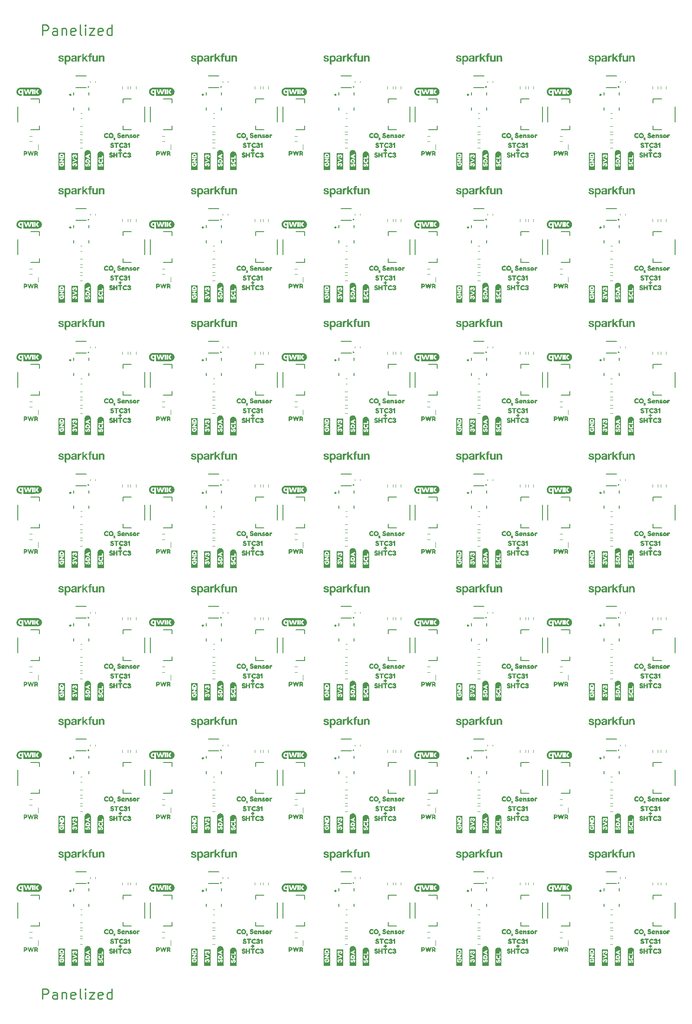
<source format=gto>
%TF.GenerationSoftware,KiCad,Pcbnew,9.0.2*%
%TF.CreationDate,2025-06-10T15:00:01-06:00*%
%TF.ProjectId,SparkFun_STC31_panelized,53706172-6b46-4756-9e5f-53544333315f,v10*%
%TF.SameCoordinates,Original*%
%TF.FileFunction,Legend,Top*%
%TF.FilePolarity,Positive*%
%FSLAX46Y46*%
G04 Gerber Fmt 4.6, Leading zero omitted, Abs format (unit mm)*
G04 Created by KiCad (PCBNEW 9.0.2) date 2025-06-10 15:00:01*
%MOMM*%
%LPD*%
G01*
G04 APERTURE LIST*
%ADD10C,0.250000*%
%ADD11C,0.000000*%
%ADD12C,0.120000*%
%ADD13C,0.203200*%
%ADD14C,0.228600*%
G04 APERTURE END LIST*
D10*
X5140663Y183562761D02*
X5140663Y185562761D01*
X5140663Y185562761D02*
X5902568Y185562761D01*
X5902568Y185562761D02*
X6093044Y185467523D01*
X6093044Y185467523D02*
X6188282Y185372285D01*
X6188282Y185372285D02*
X6283520Y185181809D01*
X6283520Y185181809D02*
X6283520Y184896095D01*
X6283520Y184896095D02*
X6188282Y184705619D01*
X6188282Y184705619D02*
X6093044Y184610380D01*
X6093044Y184610380D02*
X5902568Y184515142D01*
X5902568Y184515142D02*
X5140663Y184515142D01*
X7997806Y183562761D02*
X7997806Y184610380D01*
X7997806Y184610380D02*
X7902568Y184800857D01*
X7902568Y184800857D02*
X7712092Y184896095D01*
X7712092Y184896095D02*
X7331139Y184896095D01*
X7331139Y184896095D02*
X7140663Y184800857D01*
X7997806Y183658000D02*
X7807330Y183562761D01*
X7807330Y183562761D02*
X7331139Y183562761D01*
X7331139Y183562761D02*
X7140663Y183658000D01*
X7140663Y183658000D02*
X7045425Y183848476D01*
X7045425Y183848476D02*
X7045425Y184038952D01*
X7045425Y184038952D02*
X7140663Y184229428D01*
X7140663Y184229428D02*
X7331139Y184324666D01*
X7331139Y184324666D02*
X7807330Y184324666D01*
X7807330Y184324666D02*
X7997806Y184419904D01*
X8950187Y184896095D02*
X8950187Y183562761D01*
X8950187Y184705619D02*
X9045425Y184800857D01*
X9045425Y184800857D02*
X9235901Y184896095D01*
X9235901Y184896095D02*
X9521616Y184896095D01*
X9521616Y184896095D02*
X9712092Y184800857D01*
X9712092Y184800857D02*
X9807330Y184610380D01*
X9807330Y184610380D02*
X9807330Y183562761D01*
X11521616Y183658000D02*
X11331140Y183562761D01*
X11331140Y183562761D02*
X10950187Y183562761D01*
X10950187Y183562761D02*
X10759711Y183658000D01*
X10759711Y183658000D02*
X10664473Y183848476D01*
X10664473Y183848476D02*
X10664473Y184610380D01*
X10664473Y184610380D02*
X10759711Y184800857D01*
X10759711Y184800857D02*
X10950187Y184896095D01*
X10950187Y184896095D02*
X11331140Y184896095D01*
X11331140Y184896095D02*
X11521616Y184800857D01*
X11521616Y184800857D02*
X11616854Y184610380D01*
X11616854Y184610380D02*
X11616854Y184419904D01*
X11616854Y184419904D02*
X10664473Y184229428D01*
X12759711Y183562761D02*
X12569235Y183658000D01*
X12569235Y183658000D02*
X12473997Y183848476D01*
X12473997Y183848476D02*
X12473997Y185562761D01*
X13521616Y183562761D02*
X13521616Y184896095D01*
X13521616Y185562761D02*
X13426378Y185467523D01*
X13426378Y185467523D02*
X13521616Y185372285D01*
X13521616Y185372285D02*
X13616854Y185467523D01*
X13616854Y185467523D02*
X13521616Y185562761D01*
X13521616Y185562761D02*
X13521616Y185372285D01*
X14283521Y184896095D02*
X15331140Y184896095D01*
X15331140Y184896095D02*
X14283521Y183562761D01*
X14283521Y183562761D02*
X15331140Y183562761D01*
X16854950Y183658000D02*
X16664474Y183562761D01*
X16664474Y183562761D02*
X16283521Y183562761D01*
X16283521Y183562761D02*
X16093045Y183658000D01*
X16093045Y183658000D02*
X15997807Y183848476D01*
X15997807Y183848476D02*
X15997807Y184610380D01*
X15997807Y184610380D02*
X16093045Y184800857D01*
X16093045Y184800857D02*
X16283521Y184896095D01*
X16283521Y184896095D02*
X16664474Y184896095D01*
X16664474Y184896095D02*
X16854950Y184800857D01*
X16854950Y184800857D02*
X16950188Y184610380D01*
X16950188Y184610380D02*
X16950188Y184419904D01*
X16950188Y184419904D02*
X15997807Y184229428D01*
X18664474Y183562761D02*
X18664474Y185562761D01*
X18664474Y183658000D02*
X18473998Y183562761D01*
X18473998Y183562761D02*
X18093045Y183562761D01*
X18093045Y183562761D02*
X17902569Y183658000D01*
X17902569Y183658000D02*
X17807331Y183753238D01*
X17807331Y183753238D02*
X17712093Y183943714D01*
X17712093Y183943714D02*
X17712093Y184515142D01*
X17712093Y184515142D02*
X17807331Y184705619D01*
X17807331Y184705619D02*
X17902569Y184800857D01*
X17902569Y184800857D02*
X18093045Y184896095D01*
X18093045Y184896095D02*
X18473998Y184896095D01*
X18473998Y184896095D02*
X18664474Y184800857D01*
X5140663Y-4587238D02*
X5140663Y-2587238D01*
X5140663Y-2587238D02*
X5902568Y-2587238D01*
X5902568Y-2587238D02*
X6093044Y-2682476D01*
X6093044Y-2682476D02*
X6188282Y-2777714D01*
X6188282Y-2777714D02*
X6283520Y-2968190D01*
X6283520Y-2968190D02*
X6283520Y-3253904D01*
X6283520Y-3253904D02*
X6188282Y-3444380D01*
X6188282Y-3444380D02*
X6093044Y-3539619D01*
X6093044Y-3539619D02*
X5902568Y-3634857D01*
X5902568Y-3634857D02*
X5140663Y-3634857D01*
X7997806Y-4587238D02*
X7997806Y-3539619D01*
X7997806Y-3539619D02*
X7902568Y-3349142D01*
X7902568Y-3349142D02*
X7712092Y-3253904D01*
X7712092Y-3253904D02*
X7331139Y-3253904D01*
X7331139Y-3253904D02*
X7140663Y-3349142D01*
X7997806Y-4492000D02*
X7807330Y-4587238D01*
X7807330Y-4587238D02*
X7331139Y-4587238D01*
X7331139Y-4587238D02*
X7140663Y-4492000D01*
X7140663Y-4492000D02*
X7045425Y-4301523D01*
X7045425Y-4301523D02*
X7045425Y-4111047D01*
X7045425Y-4111047D02*
X7140663Y-3920571D01*
X7140663Y-3920571D02*
X7331139Y-3825333D01*
X7331139Y-3825333D02*
X7807330Y-3825333D01*
X7807330Y-3825333D02*
X7997806Y-3730095D01*
X8950187Y-3253904D02*
X8950187Y-4587238D01*
X8950187Y-3444380D02*
X9045425Y-3349142D01*
X9045425Y-3349142D02*
X9235901Y-3253904D01*
X9235901Y-3253904D02*
X9521616Y-3253904D01*
X9521616Y-3253904D02*
X9712092Y-3349142D01*
X9712092Y-3349142D02*
X9807330Y-3539619D01*
X9807330Y-3539619D02*
X9807330Y-4587238D01*
X11521616Y-4492000D02*
X11331140Y-4587238D01*
X11331140Y-4587238D02*
X10950187Y-4587238D01*
X10950187Y-4587238D02*
X10759711Y-4492000D01*
X10759711Y-4492000D02*
X10664473Y-4301523D01*
X10664473Y-4301523D02*
X10664473Y-3539619D01*
X10664473Y-3539619D02*
X10759711Y-3349142D01*
X10759711Y-3349142D02*
X10950187Y-3253904D01*
X10950187Y-3253904D02*
X11331140Y-3253904D01*
X11331140Y-3253904D02*
X11521616Y-3349142D01*
X11521616Y-3349142D02*
X11616854Y-3539619D01*
X11616854Y-3539619D02*
X11616854Y-3730095D01*
X11616854Y-3730095D02*
X10664473Y-3920571D01*
X12759711Y-4587238D02*
X12569235Y-4492000D01*
X12569235Y-4492000D02*
X12473997Y-4301523D01*
X12473997Y-4301523D02*
X12473997Y-2587238D01*
X13521616Y-4587238D02*
X13521616Y-3253904D01*
X13521616Y-2587238D02*
X13426378Y-2682476D01*
X13426378Y-2682476D02*
X13521616Y-2777714D01*
X13521616Y-2777714D02*
X13616854Y-2682476D01*
X13616854Y-2682476D02*
X13521616Y-2587238D01*
X13521616Y-2587238D02*
X13521616Y-2777714D01*
X14283521Y-3253904D02*
X15331140Y-3253904D01*
X15331140Y-3253904D02*
X14283521Y-4587238D01*
X14283521Y-4587238D02*
X15331140Y-4587238D01*
X16854950Y-4492000D02*
X16664474Y-4587238D01*
X16664474Y-4587238D02*
X16283521Y-4587238D01*
X16283521Y-4587238D02*
X16093045Y-4492000D01*
X16093045Y-4492000D02*
X15997807Y-4301523D01*
X15997807Y-4301523D02*
X15997807Y-3539619D01*
X15997807Y-3539619D02*
X16093045Y-3349142D01*
X16093045Y-3349142D02*
X16283521Y-3253904D01*
X16283521Y-3253904D02*
X16664474Y-3253904D01*
X16664474Y-3253904D02*
X16854950Y-3349142D01*
X16854950Y-3349142D02*
X16950188Y-3539619D01*
X16950188Y-3539619D02*
X16950188Y-3730095D01*
X16950188Y-3730095D02*
X15997807Y-3920571D01*
X18664474Y-4587238D02*
X18664474Y-2587238D01*
X18664474Y-4492000D02*
X18473998Y-4587238D01*
X18473998Y-4587238D02*
X18093045Y-4587238D01*
X18093045Y-4587238D02*
X17902569Y-4492000D01*
X17902569Y-4492000D02*
X17807331Y-4396761D01*
X17807331Y-4396761D02*
X17712093Y-4206285D01*
X17712093Y-4206285D02*
X17712093Y-3634857D01*
X17712093Y-3634857D02*
X17807331Y-3444380D01*
X17807331Y-3444380D02*
X17902569Y-3349142D01*
X17902569Y-3349142D02*
X18093045Y-3253904D01*
X18093045Y-3253904D02*
X18473998Y-3253904D01*
X18473998Y-3253904D02*
X18664474Y-3349142D01*
D11*
%TO.C,kibuzzard-68489B76*%
G36*
X20687668Y5263215D02*
G01*
X20719857Y5251770D01*
X20747039Y5218151D01*
X20755622Y5155204D01*
X20747039Y5092257D01*
X20719142Y5058637D01*
X20686237Y5047192D01*
X20645465Y5045046D01*
X20448040Y5045046D01*
X20448040Y4389825D01*
X20445894Y4341899D01*
X20432303Y4303988D01*
X20392246Y4272514D01*
X20317854Y4262500D01*
X20244177Y4272514D01*
X20205551Y4304703D01*
X20192675Y4343330D01*
X20190529Y4391255D01*
X20190529Y5045046D01*
X19991674Y5045046D01*
X19950901Y5047192D01*
X19918712Y5058637D01*
X19891531Y5092257D01*
X19882947Y5156634D01*
X19891531Y5218866D01*
X19919428Y5251770D01*
X19952332Y5263215D01*
X19993104Y5265361D01*
X20646896Y5265361D01*
X20687668Y5263215D01*
G37*
G36*
X19765637Y5253916D02*
G01*
X19805694Y5221012D01*
X19819285Y5181670D01*
X19821431Y5132314D01*
X19821431Y4394117D01*
X19819285Y4344760D01*
X19805694Y4306134D01*
X19765637Y4273945D01*
X19689814Y4263931D01*
X19615422Y4273945D01*
X19575365Y4306849D01*
X19561774Y4346191D01*
X19559628Y4395547D01*
X19559628Y4651627D01*
X19233448Y4651627D01*
X19233448Y4394117D01*
X19231302Y4344760D01*
X19217711Y4306134D01*
X19177654Y4273945D01*
X19101831Y4263931D01*
X19027439Y4273945D01*
X18987382Y4306849D01*
X18973791Y4346191D01*
X18971645Y4395547D01*
X18971645Y5133745D01*
X18973791Y5181670D01*
X18987382Y5221012D01*
X19027439Y5253916D01*
X19103262Y5263931D01*
X19177654Y5253916D01*
X19217711Y5221012D01*
X19231302Y5181670D01*
X19233448Y5132314D01*
X19233448Y4874803D01*
X19559628Y4874803D01*
X19559628Y5133745D01*
X19561774Y5181670D01*
X19575365Y5221012D01*
X19615422Y5253916D01*
X19691245Y5263931D01*
X19765637Y5253916D01*
G37*
G36*
X18638948Y5270130D02*
G01*
X18730030Y5241518D01*
X18804263Y5193830D01*
X18855765Y5120154D01*
X18821431Y5032171D01*
X18737024Y4962786D01*
X18641173Y4989253D01*
X18624721Y5002843D01*
X18604692Y5019295D01*
X18576795Y5030025D01*
X18529585Y5035032D01*
X18476652Y5017149D01*
X18453763Y4973516D01*
X18478798Y4927021D01*
X18535308Y4901985D01*
X18622575Y4884102D01*
X18714134Y4861928D01*
X18795143Y4824732D01*
X18857911Y4770368D01*
X18898147Y4692758D01*
X18911559Y4585819D01*
X18905479Y4517507D01*
X18887239Y4455633D01*
X18825007Y4359067D01*
X18737024Y4295404D01*
X18639027Y4258923D01*
X18543891Y4248194D01*
X18463777Y4254632D01*
X18396538Y4270368D01*
X18341459Y4293974D01*
X18297110Y4321155D01*
X18262775Y4349052D01*
X18237740Y4374088D01*
X18222003Y4394117D01*
X18213419Y4404131D01*
X18177654Y4497121D01*
X18237740Y4588680D01*
X18297190Y4621743D01*
X18359183Y4612206D01*
X18423720Y4560068D01*
X18481660Y4507851D01*
X18538169Y4494260D01*
X18622575Y4515004D01*
X18648326Y4581527D01*
X18611130Y4625876D01*
X18498827Y4659496D01*
X18430694Y4677915D01*
X18376509Y4697407D01*
X18296395Y4743187D01*
X18239170Y4804703D01*
X18204835Y4881956D01*
X18193391Y4974946D01*
X18204041Y5057684D01*
X18235991Y5130407D01*
X18289242Y5193115D01*
X18358706Y5241200D01*
X18439297Y5270050D01*
X18531016Y5279667D01*
X18638948Y5270130D01*
G37*
G36*
X21404486Y5265043D02*
G01*
X21492230Y5238338D01*
X21582518Y5193830D01*
X21621144Y5166649D01*
X21647611Y5136606D01*
X21661202Y5093687D01*
X21629728Y5013573D01*
X21576080Y4955633D01*
X21526724Y4936320D01*
X21449471Y4969224D01*
X21440172Y4975662D01*
X21428011Y4983530D01*
X21414421Y4991398D01*
X21395107Y4998552D01*
X21372217Y5004274D01*
X21343605Y5009281D01*
X21309270Y5010712D01*
X21227725Y4996406D01*
X21146896Y4954202D01*
X21083233Y4876234D01*
X21064993Y4822586D01*
X21058913Y4761785D01*
X21069821Y4683637D01*
X21102546Y4618008D01*
X21148863Y4567758D01*
X21200544Y4535747D01*
X21309270Y4512858D01*
X21384735Y4524660D01*
X21456624Y4560068D01*
X21528155Y4588680D01*
X21576795Y4568294D01*
X21628298Y4507135D01*
X21659771Y4424160D01*
X21639742Y4371942D01*
X21581087Y4328308D01*
X21496204Y4283800D01*
X21407506Y4257095D01*
X21314993Y4248194D01*
X21254371Y4252486D01*
X21189814Y4265361D01*
X21122217Y4288430D01*
X21052475Y4323301D01*
X20985415Y4368366D01*
X20925866Y4422014D01*
X20874900Y4488001D01*
X20833591Y4570082D01*
X20806230Y4664861D01*
X20797110Y4768938D01*
X20806052Y4869081D01*
X20832876Y4960640D01*
X20873648Y5040218D01*
X20924435Y5104417D01*
X20983984Y5156634D01*
X21051044Y5200268D01*
X21121144Y5234067D01*
X21189814Y5256778D01*
X21256159Y5269653D01*
X21319285Y5273945D01*
X21404486Y5265043D01*
G37*
G36*
X22185840Y5267428D02*
G01*
X22274777Y5235000D01*
X22348612Y5180955D01*
X22403850Y5113716D01*
X22436993Y5041708D01*
X22448040Y4964932D01*
X22423362Y4860139D01*
X22349328Y4788966D01*
X22429442Y4711713D01*
X22458412Y4654489D01*
X22468069Y4585819D01*
X22455908Y4493226D01*
X22419428Y4411920D01*
X22358627Y4341899D01*
X22279227Y4288251D01*
X22186953Y4256062D01*
X22081803Y4245333D01*
X21984044Y4256062D01*
X21894869Y4288251D01*
X21814278Y4341899D01*
X21750695Y4409694D01*
X21712545Y4484325D01*
X21699828Y4565790D01*
X21735594Y4633387D01*
X21842890Y4655919D01*
X21921574Y4640182D01*
X21963062Y4572943D01*
X21965923Y4565075D01*
X21976652Y4547908D01*
X21998112Y4526448D01*
X22032446Y4509281D01*
X22083233Y4501413D01*
X22172647Y4523587D01*
X22206266Y4582958D01*
X22178727Y4645190D01*
X22096109Y4665933D01*
X22056767Y4665933D01*
X22023863Y4672371D01*
X21991674Y4690254D01*
X21974506Y4727450D01*
X21965923Y4790397D01*
X21975222Y4861928D01*
X22005265Y4899124D01*
X22041745Y4911284D01*
X22087525Y4913430D01*
X22097539Y4913430D01*
X22164063Y4922729D01*
X22184807Y4959210D01*
X22161202Y5008566D01*
X22096109Y5026448D01*
X22034592Y5012142D01*
X21993104Y4969224D01*
X21949550Y4910251D01*
X21889464Y4893560D01*
X21812847Y4919152D01*
X21742031Y4997836D01*
X21762775Y5096549D01*
X21764921Y5101556D01*
X21772790Y5117293D01*
X21787096Y5140898D01*
X21809986Y5169510D01*
X21841459Y5200268D01*
X21883662Y5229596D01*
X21936595Y5254632D01*
X22002403Y5271799D01*
X22081803Y5278237D01*
X22185840Y5267428D01*
G37*
G36*
X20687668Y31163215D02*
G01*
X20719857Y31151770D01*
X20747039Y31118151D01*
X20755622Y31055204D01*
X20747039Y30992257D01*
X20719142Y30958637D01*
X20686237Y30947192D01*
X20645465Y30945046D01*
X20448040Y30945046D01*
X20448040Y30289825D01*
X20445894Y30241899D01*
X20432303Y30203988D01*
X20392246Y30172514D01*
X20317854Y30162500D01*
X20244177Y30172514D01*
X20205551Y30204703D01*
X20192675Y30243330D01*
X20190529Y30291255D01*
X20190529Y30945046D01*
X19991674Y30945046D01*
X19950901Y30947192D01*
X19918712Y30958637D01*
X19891531Y30992257D01*
X19882947Y31056634D01*
X19891531Y31118866D01*
X19919428Y31151770D01*
X19952332Y31163215D01*
X19993104Y31165361D01*
X20646896Y31165361D01*
X20687668Y31163215D01*
G37*
G36*
X19765637Y31153916D02*
G01*
X19805694Y31121012D01*
X19819285Y31081670D01*
X19821431Y31032314D01*
X19821431Y30294117D01*
X19819285Y30244760D01*
X19805694Y30206134D01*
X19765637Y30173945D01*
X19689814Y30163931D01*
X19615422Y30173945D01*
X19575365Y30206849D01*
X19561774Y30246191D01*
X19559628Y30295547D01*
X19559628Y30551627D01*
X19233448Y30551627D01*
X19233448Y30294117D01*
X19231302Y30244760D01*
X19217711Y30206134D01*
X19177654Y30173945D01*
X19101831Y30163931D01*
X19027439Y30173945D01*
X18987382Y30206849D01*
X18973791Y30246191D01*
X18971645Y30295547D01*
X18971645Y31033745D01*
X18973791Y31081670D01*
X18987382Y31121012D01*
X19027439Y31153916D01*
X19103262Y31163931D01*
X19177654Y31153916D01*
X19217711Y31121012D01*
X19231302Y31081670D01*
X19233448Y31032314D01*
X19233448Y30774803D01*
X19559628Y30774803D01*
X19559628Y31033745D01*
X19561774Y31081670D01*
X19575365Y31121012D01*
X19615422Y31153916D01*
X19691245Y31163931D01*
X19765637Y31153916D01*
G37*
G36*
X18638948Y31170130D02*
G01*
X18730030Y31141518D01*
X18804263Y31093830D01*
X18855765Y31020154D01*
X18821431Y30932171D01*
X18737024Y30862786D01*
X18641173Y30889253D01*
X18624721Y30902843D01*
X18604692Y30919295D01*
X18576795Y30930025D01*
X18529585Y30935032D01*
X18476652Y30917149D01*
X18453763Y30873516D01*
X18478798Y30827021D01*
X18535308Y30801985D01*
X18622575Y30784102D01*
X18714134Y30761928D01*
X18795143Y30724732D01*
X18857911Y30670368D01*
X18898147Y30592758D01*
X18911559Y30485819D01*
X18905479Y30417507D01*
X18887239Y30355633D01*
X18825007Y30259067D01*
X18737024Y30195404D01*
X18639027Y30158923D01*
X18543891Y30148194D01*
X18463777Y30154632D01*
X18396538Y30170368D01*
X18341459Y30193974D01*
X18297110Y30221155D01*
X18262775Y30249052D01*
X18237740Y30274088D01*
X18222003Y30294117D01*
X18213419Y30304131D01*
X18177654Y30397121D01*
X18237740Y30488680D01*
X18297190Y30521743D01*
X18359183Y30512206D01*
X18423720Y30460068D01*
X18481660Y30407851D01*
X18538169Y30394260D01*
X18622575Y30415004D01*
X18648326Y30481527D01*
X18611130Y30525876D01*
X18498827Y30559496D01*
X18430694Y30577915D01*
X18376509Y30597407D01*
X18296395Y30643187D01*
X18239170Y30704703D01*
X18204835Y30781956D01*
X18193391Y30874946D01*
X18204041Y30957684D01*
X18235991Y31030407D01*
X18289242Y31093115D01*
X18358706Y31141200D01*
X18439297Y31170050D01*
X18531016Y31179667D01*
X18638948Y31170130D01*
G37*
G36*
X21404486Y31165043D02*
G01*
X21492230Y31138338D01*
X21582518Y31093830D01*
X21621144Y31066649D01*
X21647611Y31036606D01*
X21661202Y30993687D01*
X21629728Y30913573D01*
X21576080Y30855633D01*
X21526724Y30836320D01*
X21449471Y30869224D01*
X21440172Y30875662D01*
X21428011Y30883530D01*
X21414421Y30891398D01*
X21395107Y30898552D01*
X21372217Y30904274D01*
X21343605Y30909281D01*
X21309270Y30910712D01*
X21227725Y30896406D01*
X21146896Y30854202D01*
X21083233Y30776234D01*
X21064993Y30722586D01*
X21058913Y30661785D01*
X21069821Y30583637D01*
X21102546Y30518008D01*
X21148863Y30467758D01*
X21200544Y30435747D01*
X21309270Y30412858D01*
X21384735Y30424660D01*
X21456624Y30460068D01*
X21528155Y30488680D01*
X21576795Y30468294D01*
X21628298Y30407135D01*
X21659771Y30324160D01*
X21639742Y30271942D01*
X21581087Y30228308D01*
X21496204Y30183800D01*
X21407506Y30157095D01*
X21314993Y30148194D01*
X21254371Y30152486D01*
X21189814Y30165361D01*
X21122217Y30188430D01*
X21052475Y30223301D01*
X20985415Y30268366D01*
X20925866Y30322014D01*
X20874900Y30388001D01*
X20833591Y30470082D01*
X20806230Y30564861D01*
X20797110Y30668938D01*
X20806052Y30769081D01*
X20832876Y30860640D01*
X20873648Y30940218D01*
X20924435Y31004417D01*
X20983984Y31056634D01*
X21051044Y31100268D01*
X21121144Y31134067D01*
X21189814Y31156778D01*
X21256159Y31169653D01*
X21319285Y31173945D01*
X21404486Y31165043D01*
G37*
G36*
X22185840Y31167428D02*
G01*
X22274777Y31135000D01*
X22348612Y31080955D01*
X22403850Y31013716D01*
X22436993Y30941708D01*
X22448040Y30864932D01*
X22423362Y30760139D01*
X22349328Y30688966D01*
X22429442Y30611713D01*
X22458412Y30554489D01*
X22468069Y30485819D01*
X22455908Y30393226D01*
X22419428Y30311920D01*
X22358627Y30241899D01*
X22279227Y30188251D01*
X22186953Y30156062D01*
X22081803Y30145333D01*
X21984044Y30156062D01*
X21894869Y30188251D01*
X21814278Y30241899D01*
X21750695Y30309694D01*
X21712545Y30384325D01*
X21699828Y30465790D01*
X21735594Y30533387D01*
X21842890Y30555919D01*
X21921574Y30540182D01*
X21963062Y30472943D01*
X21965923Y30465075D01*
X21976652Y30447908D01*
X21998112Y30426448D01*
X22032446Y30409281D01*
X22083233Y30401413D01*
X22172647Y30423587D01*
X22206266Y30482958D01*
X22178727Y30545190D01*
X22096109Y30565933D01*
X22056767Y30565933D01*
X22023863Y30572371D01*
X21991674Y30590254D01*
X21974506Y30627450D01*
X21965923Y30690397D01*
X21975222Y30761928D01*
X22005265Y30799124D01*
X22041745Y30811284D01*
X22087525Y30813430D01*
X22097539Y30813430D01*
X22164063Y30822729D01*
X22184807Y30859210D01*
X22161202Y30908566D01*
X22096109Y30926448D01*
X22034592Y30912142D01*
X21993104Y30869224D01*
X21949550Y30810251D01*
X21889464Y30793560D01*
X21812847Y30819152D01*
X21742031Y30897836D01*
X21762775Y30996549D01*
X21764921Y31001556D01*
X21772790Y31017293D01*
X21787096Y31040898D01*
X21809986Y31069510D01*
X21841459Y31100268D01*
X21883662Y31129596D01*
X21936595Y31154632D01*
X22002403Y31171799D01*
X22081803Y31178237D01*
X22185840Y31167428D01*
G37*
G36*
X20687668Y57063215D02*
G01*
X20719857Y57051770D01*
X20747039Y57018151D01*
X20755622Y56955204D01*
X20747039Y56892257D01*
X20719142Y56858637D01*
X20686237Y56847192D01*
X20645465Y56845046D01*
X20448040Y56845046D01*
X20448040Y56189825D01*
X20445894Y56141899D01*
X20432303Y56103988D01*
X20392246Y56072514D01*
X20317854Y56062500D01*
X20244177Y56072514D01*
X20205551Y56104703D01*
X20192675Y56143330D01*
X20190529Y56191255D01*
X20190529Y56845046D01*
X19991674Y56845046D01*
X19950901Y56847192D01*
X19918712Y56858637D01*
X19891531Y56892257D01*
X19882947Y56956634D01*
X19891531Y57018866D01*
X19919428Y57051770D01*
X19952332Y57063215D01*
X19993104Y57065361D01*
X20646896Y57065361D01*
X20687668Y57063215D01*
G37*
G36*
X19765637Y57053916D02*
G01*
X19805694Y57021012D01*
X19819285Y56981670D01*
X19821431Y56932314D01*
X19821431Y56194117D01*
X19819285Y56144760D01*
X19805694Y56106134D01*
X19765637Y56073945D01*
X19689814Y56063931D01*
X19615422Y56073945D01*
X19575365Y56106849D01*
X19561774Y56146191D01*
X19559628Y56195547D01*
X19559628Y56451627D01*
X19233448Y56451627D01*
X19233448Y56194117D01*
X19231302Y56144760D01*
X19217711Y56106134D01*
X19177654Y56073945D01*
X19101831Y56063931D01*
X19027439Y56073945D01*
X18987382Y56106849D01*
X18973791Y56146191D01*
X18971645Y56195547D01*
X18971645Y56933745D01*
X18973791Y56981670D01*
X18987382Y57021012D01*
X19027439Y57053916D01*
X19103262Y57063931D01*
X19177654Y57053916D01*
X19217711Y57021012D01*
X19231302Y56981670D01*
X19233448Y56932314D01*
X19233448Y56674803D01*
X19559628Y56674803D01*
X19559628Y56933745D01*
X19561774Y56981670D01*
X19575365Y57021012D01*
X19615422Y57053916D01*
X19691245Y57063931D01*
X19765637Y57053916D01*
G37*
G36*
X18638948Y57070130D02*
G01*
X18730030Y57041518D01*
X18804263Y56993830D01*
X18855765Y56920154D01*
X18821431Y56832171D01*
X18737024Y56762786D01*
X18641173Y56789253D01*
X18624721Y56802843D01*
X18604692Y56819295D01*
X18576795Y56830025D01*
X18529585Y56835032D01*
X18476652Y56817149D01*
X18453763Y56773516D01*
X18478798Y56727021D01*
X18535308Y56701985D01*
X18622575Y56684102D01*
X18714134Y56661928D01*
X18795143Y56624732D01*
X18857911Y56570368D01*
X18898147Y56492758D01*
X18911559Y56385819D01*
X18905479Y56317507D01*
X18887239Y56255633D01*
X18825007Y56159067D01*
X18737024Y56095404D01*
X18639027Y56058923D01*
X18543891Y56048194D01*
X18463777Y56054632D01*
X18396538Y56070368D01*
X18341459Y56093974D01*
X18297110Y56121155D01*
X18262775Y56149052D01*
X18237740Y56174088D01*
X18222003Y56194117D01*
X18213419Y56204131D01*
X18177654Y56297121D01*
X18237740Y56388680D01*
X18297190Y56421743D01*
X18359183Y56412206D01*
X18423720Y56360068D01*
X18481660Y56307851D01*
X18538169Y56294260D01*
X18622575Y56315004D01*
X18648326Y56381527D01*
X18611130Y56425876D01*
X18498827Y56459496D01*
X18430694Y56477915D01*
X18376509Y56497407D01*
X18296395Y56543187D01*
X18239170Y56604703D01*
X18204835Y56681956D01*
X18193391Y56774946D01*
X18204041Y56857684D01*
X18235991Y56930407D01*
X18289242Y56993115D01*
X18358706Y57041200D01*
X18439297Y57070050D01*
X18531016Y57079667D01*
X18638948Y57070130D01*
G37*
G36*
X21404486Y57065043D02*
G01*
X21492230Y57038338D01*
X21582518Y56993830D01*
X21621144Y56966649D01*
X21647611Y56936606D01*
X21661202Y56893687D01*
X21629728Y56813573D01*
X21576080Y56755633D01*
X21526724Y56736320D01*
X21449471Y56769224D01*
X21440172Y56775662D01*
X21428011Y56783530D01*
X21414421Y56791398D01*
X21395107Y56798552D01*
X21372217Y56804274D01*
X21343605Y56809281D01*
X21309270Y56810712D01*
X21227725Y56796406D01*
X21146896Y56754202D01*
X21083233Y56676234D01*
X21064993Y56622586D01*
X21058913Y56561785D01*
X21069821Y56483637D01*
X21102546Y56418008D01*
X21148863Y56367758D01*
X21200544Y56335747D01*
X21309270Y56312858D01*
X21384735Y56324660D01*
X21456624Y56360068D01*
X21528155Y56388680D01*
X21576795Y56368294D01*
X21628298Y56307135D01*
X21659771Y56224160D01*
X21639742Y56171942D01*
X21581087Y56128308D01*
X21496204Y56083800D01*
X21407506Y56057095D01*
X21314993Y56048194D01*
X21254371Y56052486D01*
X21189814Y56065361D01*
X21122217Y56088430D01*
X21052475Y56123301D01*
X20985415Y56168366D01*
X20925866Y56222014D01*
X20874900Y56288001D01*
X20833591Y56370082D01*
X20806230Y56464861D01*
X20797110Y56568938D01*
X20806052Y56669081D01*
X20832876Y56760640D01*
X20873648Y56840218D01*
X20924435Y56904417D01*
X20983984Y56956634D01*
X21051044Y57000268D01*
X21121144Y57034067D01*
X21189814Y57056778D01*
X21256159Y57069653D01*
X21319285Y57073945D01*
X21404486Y57065043D01*
G37*
G36*
X22185840Y57067428D02*
G01*
X22274777Y57035000D01*
X22348612Y56980955D01*
X22403850Y56913716D01*
X22436993Y56841708D01*
X22448040Y56764932D01*
X22423362Y56660139D01*
X22349328Y56588966D01*
X22429442Y56511713D01*
X22458412Y56454489D01*
X22468069Y56385819D01*
X22455908Y56293226D01*
X22419428Y56211920D01*
X22358627Y56141899D01*
X22279227Y56088251D01*
X22186953Y56056062D01*
X22081803Y56045333D01*
X21984044Y56056062D01*
X21894869Y56088251D01*
X21814278Y56141899D01*
X21750695Y56209694D01*
X21712545Y56284325D01*
X21699828Y56365790D01*
X21735594Y56433387D01*
X21842890Y56455919D01*
X21921574Y56440182D01*
X21963062Y56372943D01*
X21965923Y56365075D01*
X21976652Y56347908D01*
X21998112Y56326448D01*
X22032446Y56309281D01*
X22083233Y56301413D01*
X22172647Y56323587D01*
X22206266Y56382958D01*
X22178727Y56445190D01*
X22096109Y56465933D01*
X22056767Y56465933D01*
X22023863Y56472371D01*
X21991674Y56490254D01*
X21974506Y56527450D01*
X21965923Y56590397D01*
X21975222Y56661928D01*
X22005265Y56699124D01*
X22041745Y56711284D01*
X22087525Y56713430D01*
X22097539Y56713430D01*
X22164063Y56722729D01*
X22184807Y56759210D01*
X22161202Y56808566D01*
X22096109Y56826448D01*
X22034592Y56812142D01*
X21993104Y56769224D01*
X21949550Y56710251D01*
X21889464Y56693560D01*
X21812847Y56719152D01*
X21742031Y56797836D01*
X21762775Y56896549D01*
X21764921Y56901556D01*
X21772790Y56917293D01*
X21787096Y56940898D01*
X21809986Y56969510D01*
X21841459Y57000268D01*
X21883662Y57029596D01*
X21936595Y57054632D01*
X22002403Y57071799D01*
X22081803Y57078237D01*
X22185840Y57067428D01*
G37*
G36*
X20687668Y82963215D02*
G01*
X20719857Y82951770D01*
X20747039Y82918151D01*
X20755622Y82855204D01*
X20747039Y82792257D01*
X20719142Y82758637D01*
X20686237Y82747192D01*
X20645465Y82745046D01*
X20448040Y82745046D01*
X20448040Y82089825D01*
X20445894Y82041899D01*
X20432303Y82003988D01*
X20392246Y81972514D01*
X20317854Y81962500D01*
X20244177Y81972514D01*
X20205551Y82004703D01*
X20192675Y82043330D01*
X20190529Y82091255D01*
X20190529Y82745046D01*
X19991674Y82745046D01*
X19950901Y82747192D01*
X19918712Y82758637D01*
X19891531Y82792257D01*
X19882947Y82856634D01*
X19891531Y82918866D01*
X19919428Y82951770D01*
X19952332Y82963215D01*
X19993104Y82965361D01*
X20646896Y82965361D01*
X20687668Y82963215D01*
G37*
G36*
X19765637Y82953916D02*
G01*
X19805694Y82921012D01*
X19819285Y82881670D01*
X19821431Y82832314D01*
X19821431Y82094117D01*
X19819285Y82044760D01*
X19805694Y82006134D01*
X19765637Y81973945D01*
X19689814Y81963931D01*
X19615422Y81973945D01*
X19575365Y82006849D01*
X19561774Y82046191D01*
X19559628Y82095547D01*
X19559628Y82351627D01*
X19233448Y82351627D01*
X19233448Y82094117D01*
X19231302Y82044760D01*
X19217711Y82006134D01*
X19177654Y81973945D01*
X19101831Y81963931D01*
X19027439Y81973945D01*
X18987382Y82006849D01*
X18973791Y82046191D01*
X18971645Y82095547D01*
X18971645Y82833745D01*
X18973791Y82881670D01*
X18987382Y82921012D01*
X19027439Y82953916D01*
X19103262Y82963931D01*
X19177654Y82953916D01*
X19217711Y82921012D01*
X19231302Y82881670D01*
X19233448Y82832314D01*
X19233448Y82574803D01*
X19559628Y82574803D01*
X19559628Y82833745D01*
X19561774Y82881670D01*
X19575365Y82921012D01*
X19615422Y82953916D01*
X19691245Y82963931D01*
X19765637Y82953916D01*
G37*
G36*
X18638948Y82970130D02*
G01*
X18730030Y82941518D01*
X18804263Y82893830D01*
X18855765Y82820154D01*
X18821431Y82732171D01*
X18737024Y82662786D01*
X18641173Y82689253D01*
X18624721Y82702843D01*
X18604692Y82719295D01*
X18576795Y82730025D01*
X18529585Y82735032D01*
X18476652Y82717149D01*
X18453763Y82673516D01*
X18478798Y82627021D01*
X18535308Y82601985D01*
X18622575Y82584102D01*
X18714134Y82561928D01*
X18795143Y82524732D01*
X18857911Y82470368D01*
X18898147Y82392758D01*
X18911559Y82285819D01*
X18905479Y82217507D01*
X18887239Y82155633D01*
X18825007Y82059067D01*
X18737024Y81995404D01*
X18639027Y81958923D01*
X18543891Y81948194D01*
X18463777Y81954632D01*
X18396538Y81970368D01*
X18341459Y81993974D01*
X18297110Y82021155D01*
X18262775Y82049052D01*
X18237740Y82074088D01*
X18222003Y82094117D01*
X18213419Y82104131D01*
X18177654Y82197121D01*
X18237740Y82288680D01*
X18297190Y82321743D01*
X18359183Y82312206D01*
X18423720Y82260068D01*
X18481660Y82207851D01*
X18538169Y82194260D01*
X18622575Y82215004D01*
X18648326Y82281527D01*
X18611130Y82325876D01*
X18498827Y82359496D01*
X18430694Y82377915D01*
X18376509Y82397407D01*
X18296395Y82443187D01*
X18239170Y82504703D01*
X18204835Y82581956D01*
X18193391Y82674946D01*
X18204041Y82757684D01*
X18235991Y82830407D01*
X18289242Y82893115D01*
X18358706Y82941200D01*
X18439297Y82970050D01*
X18531016Y82979667D01*
X18638948Y82970130D01*
G37*
G36*
X21404486Y82965043D02*
G01*
X21492230Y82938338D01*
X21582518Y82893830D01*
X21621144Y82866649D01*
X21647611Y82836606D01*
X21661202Y82793687D01*
X21629728Y82713573D01*
X21576080Y82655633D01*
X21526724Y82636320D01*
X21449471Y82669224D01*
X21440172Y82675662D01*
X21428011Y82683530D01*
X21414421Y82691398D01*
X21395107Y82698552D01*
X21372217Y82704274D01*
X21343605Y82709281D01*
X21309270Y82710712D01*
X21227725Y82696406D01*
X21146896Y82654202D01*
X21083233Y82576234D01*
X21064993Y82522586D01*
X21058913Y82461785D01*
X21069821Y82383637D01*
X21102546Y82318008D01*
X21148863Y82267758D01*
X21200544Y82235747D01*
X21309270Y82212858D01*
X21384735Y82224660D01*
X21456624Y82260068D01*
X21528155Y82288680D01*
X21576795Y82268294D01*
X21628298Y82207135D01*
X21659771Y82124160D01*
X21639742Y82071942D01*
X21581087Y82028308D01*
X21496204Y81983800D01*
X21407506Y81957095D01*
X21314993Y81948194D01*
X21254371Y81952486D01*
X21189814Y81965361D01*
X21122217Y81988430D01*
X21052475Y82023301D01*
X20985415Y82068366D01*
X20925866Y82122014D01*
X20874900Y82188001D01*
X20833591Y82270082D01*
X20806230Y82364861D01*
X20797110Y82468938D01*
X20806052Y82569081D01*
X20832876Y82660640D01*
X20873648Y82740218D01*
X20924435Y82804417D01*
X20983984Y82856634D01*
X21051044Y82900268D01*
X21121144Y82934067D01*
X21189814Y82956778D01*
X21256159Y82969653D01*
X21319285Y82973945D01*
X21404486Y82965043D01*
G37*
G36*
X22185840Y82967428D02*
G01*
X22274777Y82935000D01*
X22348612Y82880955D01*
X22403850Y82813716D01*
X22436993Y82741708D01*
X22448040Y82664932D01*
X22423362Y82560139D01*
X22349328Y82488966D01*
X22429442Y82411713D01*
X22458412Y82354489D01*
X22468069Y82285819D01*
X22455908Y82193226D01*
X22419428Y82111920D01*
X22358627Y82041899D01*
X22279227Y81988251D01*
X22186953Y81956062D01*
X22081803Y81945333D01*
X21984044Y81956062D01*
X21894869Y81988251D01*
X21814278Y82041899D01*
X21750695Y82109694D01*
X21712545Y82184325D01*
X21699828Y82265790D01*
X21735594Y82333387D01*
X21842890Y82355919D01*
X21921574Y82340182D01*
X21963062Y82272943D01*
X21965923Y82265075D01*
X21976652Y82247908D01*
X21998112Y82226448D01*
X22032446Y82209281D01*
X22083233Y82201413D01*
X22172647Y82223587D01*
X22206266Y82282958D01*
X22178727Y82345190D01*
X22096109Y82365933D01*
X22056767Y82365933D01*
X22023863Y82372371D01*
X21991674Y82390254D01*
X21974506Y82427450D01*
X21965923Y82490397D01*
X21975222Y82561928D01*
X22005265Y82599124D01*
X22041745Y82611284D01*
X22087525Y82613430D01*
X22097539Y82613430D01*
X22164063Y82622729D01*
X22184807Y82659210D01*
X22161202Y82708566D01*
X22096109Y82726448D01*
X22034592Y82712142D01*
X21993104Y82669224D01*
X21949550Y82610251D01*
X21889464Y82593560D01*
X21812847Y82619152D01*
X21742031Y82697836D01*
X21762775Y82796549D01*
X21764921Y82801556D01*
X21772790Y82817293D01*
X21787096Y82840898D01*
X21809986Y82869510D01*
X21841459Y82900268D01*
X21883662Y82929596D01*
X21936595Y82954632D01*
X22002403Y82971799D01*
X22081803Y82978237D01*
X22185840Y82967428D01*
G37*
G36*
X20687668Y108863215D02*
G01*
X20719857Y108851770D01*
X20747039Y108818151D01*
X20755622Y108755204D01*
X20747039Y108692257D01*
X20719142Y108658637D01*
X20686237Y108647192D01*
X20645465Y108645046D01*
X20448040Y108645046D01*
X20448040Y107989825D01*
X20445894Y107941899D01*
X20432303Y107903988D01*
X20392246Y107872514D01*
X20317854Y107862500D01*
X20244177Y107872514D01*
X20205551Y107904703D01*
X20192675Y107943330D01*
X20190529Y107991255D01*
X20190529Y108645046D01*
X19991674Y108645046D01*
X19950901Y108647192D01*
X19918712Y108658637D01*
X19891531Y108692257D01*
X19882947Y108756634D01*
X19891531Y108818866D01*
X19919428Y108851770D01*
X19952332Y108863215D01*
X19993104Y108865361D01*
X20646896Y108865361D01*
X20687668Y108863215D01*
G37*
G36*
X19765637Y108853916D02*
G01*
X19805694Y108821012D01*
X19819285Y108781670D01*
X19821431Y108732314D01*
X19821431Y107994117D01*
X19819285Y107944760D01*
X19805694Y107906134D01*
X19765637Y107873945D01*
X19689814Y107863931D01*
X19615422Y107873945D01*
X19575365Y107906849D01*
X19561774Y107946191D01*
X19559628Y107995547D01*
X19559628Y108251627D01*
X19233448Y108251627D01*
X19233448Y107994117D01*
X19231302Y107944760D01*
X19217711Y107906134D01*
X19177654Y107873945D01*
X19101831Y107863931D01*
X19027439Y107873945D01*
X18987382Y107906849D01*
X18973791Y107946191D01*
X18971645Y107995547D01*
X18971645Y108733745D01*
X18973791Y108781670D01*
X18987382Y108821012D01*
X19027439Y108853916D01*
X19103262Y108863931D01*
X19177654Y108853916D01*
X19217711Y108821012D01*
X19231302Y108781670D01*
X19233448Y108732314D01*
X19233448Y108474803D01*
X19559628Y108474803D01*
X19559628Y108733745D01*
X19561774Y108781670D01*
X19575365Y108821012D01*
X19615422Y108853916D01*
X19691245Y108863931D01*
X19765637Y108853916D01*
G37*
G36*
X18638948Y108870130D02*
G01*
X18730030Y108841518D01*
X18804263Y108793830D01*
X18855765Y108720154D01*
X18821431Y108632171D01*
X18737024Y108562786D01*
X18641173Y108589253D01*
X18624721Y108602843D01*
X18604692Y108619295D01*
X18576795Y108630025D01*
X18529585Y108635032D01*
X18476652Y108617149D01*
X18453763Y108573516D01*
X18478798Y108527021D01*
X18535308Y108501985D01*
X18622575Y108484102D01*
X18714134Y108461928D01*
X18795143Y108424732D01*
X18857911Y108370368D01*
X18898147Y108292758D01*
X18911559Y108185819D01*
X18905479Y108117507D01*
X18887239Y108055633D01*
X18825007Y107959067D01*
X18737024Y107895404D01*
X18639027Y107858923D01*
X18543891Y107848194D01*
X18463777Y107854632D01*
X18396538Y107870368D01*
X18341459Y107893974D01*
X18297110Y107921155D01*
X18262775Y107949052D01*
X18237740Y107974088D01*
X18222003Y107994117D01*
X18213419Y108004131D01*
X18177654Y108097121D01*
X18237740Y108188680D01*
X18297190Y108221743D01*
X18359183Y108212206D01*
X18423720Y108160068D01*
X18481660Y108107851D01*
X18538169Y108094260D01*
X18622575Y108115004D01*
X18648326Y108181527D01*
X18611130Y108225876D01*
X18498827Y108259496D01*
X18430694Y108277915D01*
X18376509Y108297407D01*
X18296395Y108343187D01*
X18239170Y108404703D01*
X18204835Y108481956D01*
X18193391Y108574946D01*
X18204041Y108657684D01*
X18235991Y108730407D01*
X18289242Y108793115D01*
X18358706Y108841200D01*
X18439297Y108870050D01*
X18531016Y108879667D01*
X18638948Y108870130D01*
G37*
G36*
X21404486Y108865043D02*
G01*
X21492230Y108838338D01*
X21582518Y108793830D01*
X21621144Y108766649D01*
X21647611Y108736606D01*
X21661202Y108693687D01*
X21629728Y108613573D01*
X21576080Y108555633D01*
X21526724Y108536320D01*
X21449471Y108569224D01*
X21440172Y108575662D01*
X21428011Y108583530D01*
X21414421Y108591398D01*
X21395107Y108598552D01*
X21372217Y108604274D01*
X21343605Y108609281D01*
X21309270Y108610712D01*
X21227725Y108596406D01*
X21146896Y108554202D01*
X21083233Y108476234D01*
X21064993Y108422586D01*
X21058913Y108361785D01*
X21069821Y108283637D01*
X21102546Y108218008D01*
X21148863Y108167758D01*
X21200544Y108135747D01*
X21309270Y108112858D01*
X21384735Y108124660D01*
X21456624Y108160068D01*
X21528155Y108188680D01*
X21576795Y108168294D01*
X21628298Y108107135D01*
X21659771Y108024160D01*
X21639742Y107971942D01*
X21581087Y107928308D01*
X21496204Y107883800D01*
X21407506Y107857095D01*
X21314993Y107848194D01*
X21254371Y107852486D01*
X21189814Y107865361D01*
X21122217Y107888430D01*
X21052475Y107923301D01*
X20985415Y107968366D01*
X20925866Y108022014D01*
X20874900Y108088001D01*
X20833591Y108170082D01*
X20806230Y108264861D01*
X20797110Y108368938D01*
X20806052Y108469081D01*
X20832876Y108560640D01*
X20873648Y108640218D01*
X20924435Y108704417D01*
X20983984Y108756634D01*
X21051044Y108800268D01*
X21121144Y108834067D01*
X21189814Y108856778D01*
X21256159Y108869653D01*
X21319285Y108873945D01*
X21404486Y108865043D01*
G37*
G36*
X22185840Y108867428D02*
G01*
X22274777Y108835000D01*
X22348612Y108780955D01*
X22403850Y108713716D01*
X22436993Y108641708D01*
X22448040Y108564932D01*
X22423362Y108460139D01*
X22349328Y108388966D01*
X22429442Y108311713D01*
X22458412Y108254489D01*
X22468069Y108185819D01*
X22455908Y108093226D01*
X22419428Y108011920D01*
X22358627Y107941899D01*
X22279227Y107888251D01*
X22186953Y107856062D01*
X22081803Y107845333D01*
X21984044Y107856062D01*
X21894869Y107888251D01*
X21814278Y107941899D01*
X21750695Y108009694D01*
X21712545Y108084325D01*
X21699828Y108165790D01*
X21735594Y108233387D01*
X21842890Y108255919D01*
X21921574Y108240182D01*
X21963062Y108172943D01*
X21965923Y108165075D01*
X21976652Y108147908D01*
X21998112Y108126448D01*
X22032446Y108109281D01*
X22083233Y108101413D01*
X22172647Y108123587D01*
X22206266Y108182958D01*
X22178727Y108245190D01*
X22096109Y108265933D01*
X22056767Y108265933D01*
X22023863Y108272371D01*
X21991674Y108290254D01*
X21974506Y108327450D01*
X21965923Y108390397D01*
X21975222Y108461928D01*
X22005265Y108499124D01*
X22041745Y108511284D01*
X22087525Y108513430D01*
X22097539Y108513430D01*
X22164063Y108522729D01*
X22184807Y108559210D01*
X22161202Y108608566D01*
X22096109Y108626448D01*
X22034592Y108612142D01*
X21993104Y108569224D01*
X21949550Y108510251D01*
X21889464Y108493560D01*
X21812847Y108519152D01*
X21742031Y108597836D01*
X21762775Y108696549D01*
X21764921Y108701556D01*
X21772790Y108717293D01*
X21787096Y108740898D01*
X21809986Y108769510D01*
X21841459Y108800268D01*
X21883662Y108829596D01*
X21936595Y108854632D01*
X22002403Y108871799D01*
X22081803Y108878237D01*
X22185840Y108867428D01*
G37*
G36*
X20687668Y134763215D02*
G01*
X20719857Y134751770D01*
X20747039Y134718151D01*
X20755622Y134655204D01*
X20747039Y134592257D01*
X20719142Y134558637D01*
X20686237Y134547192D01*
X20645465Y134545046D01*
X20448040Y134545046D01*
X20448040Y133889825D01*
X20445894Y133841899D01*
X20432303Y133803988D01*
X20392246Y133772514D01*
X20317854Y133762500D01*
X20244177Y133772514D01*
X20205551Y133804703D01*
X20192675Y133843330D01*
X20190529Y133891255D01*
X20190529Y134545046D01*
X19991674Y134545046D01*
X19950901Y134547192D01*
X19918712Y134558637D01*
X19891531Y134592257D01*
X19882947Y134656634D01*
X19891531Y134718866D01*
X19919428Y134751770D01*
X19952332Y134763215D01*
X19993104Y134765361D01*
X20646896Y134765361D01*
X20687668Y134763215D01*
G37*
G36*
X19765637Y134753916D02*
G01*
X19805694Y134721012D01*
X19819285Y134681670D01*
X19821431Y134632314D01*
X19821431Y133894117D01*
X19819285Y133844760D01*
X19805694Y133806134D01*
X19765637Y133773945D01*
X19689814Y133763931D01*
X19615422Y133773945D01*
X19575365Y133806849D01*
X19561774Y133846191D01*
X19559628Y133895547D01*
X19559628Y134151627D01*
X19233448Y134151627D01*
X19233448Y133894117D01*
X19231302Y133844760D01*
X19217711Y133806134D01*
X19177654Y133773945D01*
X19101831Y133763931D01*
X19027439Y133773945D01*
X18987382Y133806849D01*
X18973791Y133846191D01*
X18971645Y133895547D01*
X18971645Y134633745D01*
X18973791Y134681670D01*
X18987382Y134721012D01*
X19027439Y134753916D01*
X19103262Y134763931D01*
X19177654Y134753916D01*
X19217711Y134721012D01*
X19231302Y134681670D01*
X19233448Y134632314D01*
X19233448Y134374803D01*
X19559628Y134374803D01*
X19559628Y134633745D01*
X19561774Y134681670D01*
X19575365Y134721012D01*
X19615422Y134753916D01*
X19691245Y134763931D01*
X19765637Y134753916D01*
G37*
G36*
X18638948Y134770130D02*
G01*
X18730030Y134741518D01*
X18804263Y134693830D01*
X18855765Y134620154D01*
X18821431Y134532171D01*
X18737024Y134462786D01*
X18641173Y134489253D01*
X18624721Y134502843D01*
X18604692Y134519295D01*
X18576795Y134530025D01*
X18529585Y134535032D01*
X18476652Y134517149D01*
X18453763Y134473516D01*
X18478798Y134427021D01*
X18535308Y134401985D01*
X18622575Y134384102D01*
X18714134Y134361928D01*
X18795143Y134324732D01*
X18857911Y134270368D01*
X18898147Y134192758D01*
X18911559Y134085819D01*
X18905479Y134017507D01*
X18887239Y133955633D01*
X18825007Y133859067D01*
X18737024Y133795404D01*
X18639027Y133758923D01*
X18543891Y133748194D01*
X18463777Y133754632D01*
X18396538Y133770368D01*
X18341459Y133793974D01*
X18297110Y133821155D01*
X18262775Y133849052D01*
X18237740Y133874088D01*
X18222003Y133894117D01*
X18213419Y133904131D01*
X18177654Y133997121D01*
X18237740Y134088680D01*
X18297190Y134121743D01*
X18359183Y134112206D01*
X18423720Y134060068D01*
X18481660Y134007851D01*
X18538169Y133994260D01*
X18622575Y134015004D01*
X18648326Y134081527D01*
X18611130Y134125876D01*
X18498827Y134159496D01*
X18430694Y134177915D01*
X18376509Y134197407D01*
X18296395Y134243187D01*
X18239170Y134304703D01*
X18204835Y134381956D01*
X18193391Y134474946D01*
X18204041Y134557684D01*
X18235991Y134630407D01*
X18289242Y134693115D01*
X18358706Y134741200D01*
X18439297Y134770050D01*
X18531016Y134779667D01*
X18638948Y134770130D01*
G37*
G36*
X21404486Y134765043D02*
G01*
X21492230Y134738338D01*
X21582518Y134693830D01*
X21621144Y134666649D01*
X21647611Y134636606D01*
X21661202Y134593687D01*
X21629728Y134513573D01*
X21576080Y134455633D01*
X21526724Y134436320D01*
X21449471Y134469224D01*
X21440172Y134475662D01*
X21428011Y134483530D01*
X21414421Y134491398D01*
X21395107Y134498552D01*
X21372217Y134504274D01*
X21343605Y134509281D01*
X21309270Y134510712D01*
X21227725Y134496406D01*
X21146896Y134454202D01*
X21083233Y134376234D01*
X21064993Y134322586D01*
X21058913Y134261785D01*
X21069821Y134183637D01*
X21102546Y134118008D01*
X21148863Y134067758D01*
X21200544Y134035747D01*
X21309270Y134012858D01*
X21384735Y134024660D01*
X21456624Y134060068D01*
X21528155Y134088680D01*
X21576795Y134068294D01*
X21628298Y134007135D01*
X21659771Y133924160D01*
X21639742Y133871942D01*
X21581087Y133828308D01*
X21496204Y133783800D01*
X21407506Y133757095D01*
X21314993Y133748194D01*
X21254371Y133752486D01*
X21189814Y133765361D01*
X21122217Y133788430D01*
X21052475Y133823301D01*
X20985415Y133868366D01*
X20925866Y133922014D01*
X20874900Y133988001D01*
X20833591Y134070082D01*
X20806230Y134164861D01*
X20797110Y134268938D01*
X20806052Y134369081D01*
X20832876Y134460640D01*
X20873648Y134540218D01*
X20924435Y134604417D01*
X20983984Y134656634D01*
X21051044Y134700268D01*
X21121144Y134734067D01*
X21189814Y134756778D01*
X21256159Y134769653D01*
X21319285Y134773945D01*
X21404486Y134765043D01*
G37*
G36*
X22185840Y134767428D02*
G01*
X22274777Y134735000D01*
X22348612Y134680955D01*
X22403850Y134613716D01*
X22436993Y134541708D01*
X22448040Y134464932D01*
X22423362Y134360139D01*
X22349328Y134288966D01*
X22429442Y134211713D01*
X22458412Y134154489D01*
X22468069Y134085819D01*
X22455908Y133993226D01*
X22419428Y133911920D01*
X22358627Y133841899D01*
X22279227Y133788251D01*
X22186953Y133756062D01*
X22081803Y133745333D01*
X21984044Y133756062D01*
X21894869Y133788251D01*
X21814278Y133841899D01*
X21750695Y133909694D01*
X21712545Y133984325D01*
X21699828Y134065790D01*
X21735594Y134133387D01*
X21842890Y134155919D01*
X21921574Y134140182D01*
X21963062Y134072943D01*
X21965923Y134065075D01*
X21976652Y134047908D01*
X21998112Y134026448D01*
X22032446Y134009281D01*
X22083233Y134001413D01*
X22172647Y134023587D01*
X22206266Y134082958D01*
X22178727Y134145190D01*
X22096109Y134165933D01*
X22056767Y134165933D01*
X22023863Y134172371D01*
X21991674Y134190254D01*
X21974506Y134227450D01*
X21965923Y134290397D01*
X21975222Y134361928D01*
X22005265Y134399124D01*
X22041745Y134411284D01*
X22087525Y134413430D01*
X22097539Y134413430D01*
X22164063Y134422729D01*
X22184807Y134459210D01*
X22161202Y134508566D01*
X22096109Y134526448D01*
X22034592Y134512142D01*
X21993104Y134469224D01*
X21949550Y134410251D01*
X21889464Y134393560D01*
X21812847Y134419152D01*
X21742031Y134497836D01*
X21762775Y134596549D01*
X21764921Y134601556D01*
X21772790Y134617293D01*
X21787096Y134640898D01*
X21809986Y134669510D01*
X21841459Y134700268D01*
X21883662Y134729596D01*
X21936595Y134754632D01*
X22002403Y134771799D01*
X22081803Y134778237D01*
X22185840Y134767428D01*
G37*
G36*
X20687668Y160663215D02*
G01*
X20719857Y160651770D01*
X20747039Y160618151D01*
X20755622Y160555204D01*
X20747039Y160492257D01*
X20719142Y160458637D01*
X20686237Y160447192D01*
X20645465Y160445046D01*
X20448040Y160445046D01*
X20448040Y159789825D01*
X20445894Y159741899D01*
X20432303Y159703988D01*
X20392246Y159672514D01*
X20317854Y159662500D01*
X20244177Y159672514D01*
X20205551Y159704703D01*
X20192675Y159743330D01*
X20190529Y159791255D01*
X20190529Y160445046D01*
X19991674Y160445046D01*
X19950901Y160447192D01*
X19918712Y160458637D01*
X19891531Y160492257D01*
X19882947Y160556634D01*
X19891531Y160618866D01*
X19919428Y160651770D01*
X19952332Y160663215D01*
X19993104Y160665361D01*
X20646896Y160665361D01*
X20687668Y160663215D01*
G37*
G36*
X19765637Y160653916D02*
G01*
X19805694Y160621012D01*
X19819285Y160581670D01*
X19821431Y160532314D01*
X19821431Y159794117D01*
X19819285Y159744760D01*
X19805694Y159706134D01*
X19765637Y159673945D01*
X19689814Y159663931D01*
X19615422Y159673945D01*
X19575365Y159706849D01*
X19561774Y159746191D01*
X19559628Y159795547D01*
X19559628Y160051627D01*
X19233448Y160051627D01*
X19233448Y159794117D01*
X19231302Y159744760D01*
X19217711Y159706134D01*
X19177654Y159673945D01*
X19101831Y159663931D01*
X19027439Y159673945D01*
X18987382Y159706849D01*
X18973791Y159746191D01*
X18971645Y159795547D01*
X18971645Y160533745D01*
X18973791Y160581670D01*
X18987382Y160621012D01*
X19027439Y160653916D01*
X19103262Y160663931D01*
X19177654Y160653916D01*
X19217711Y160621012D01*
X19231302Y160581670D01*
X19233448Y160532314D01*
X19233448Y160274803D01*
X19559628Y160274803D01*
X19559628Y160533745D01*
X19561774Y160581670D01*
X19575365Y160621012D01*
X19615422Y160653916D01*
X19691245Y160663931D01*
X19765637Y160653916D01*
G37*
G36*
X18638948Y160670130D02*
G01*
X18730030Y160641518D01*
X18804263Y160593830D01*
X18855765Y160520154D01*
X18821431Y160432171D01*
X18737024Y160362786D01*
X18641173Y160389253D01*
X18624721Y160402843D01*
X18604692Y160419295D01*
X18576795Y160430025D01*
X18529585Y160435032D01*
X18476652Y160417149D01*
X18453763Y160373516D01*
X18478798Y160327021D01*
X18535308Y160301985D01*
X18622575Y160284102D01*
X18714134Y160261928D01*
X18795143Y160224732D01*
X18857911Y160170368D01*
X18898147Y160092758D01*
X18911559Y159985819D01*
X18905479Y159917507D01*
X18887239Y159855633D01*
X18825007Y159759067D01*
X18737024Y159695404D01*
X18639027Y159658923D01*
X18543891Y159648194D01*
X18463777Y159654632D01*
X18396538Y159670368D01*
X18341459Y159693974D01*
X18297110Y159721155D01*
X18262775Y159749052D01*
X18237740Y159774088D01*
X18222003Y159794117D01*
X18213419Y159804131D01*
X18177654Y159897121D01*
X18237740Y159988680D01*
X18297190Y160021743D01*
X18359183Y160012206D01*
X18423720Y159960068D01*
X18481660Y159907851D01*
X18538169Y159894260D01*
X18622575Y159915004D01*
X18648326Y159981527D01*
X18611130Y160025876D01*
X18498827Y160059496D01*
X18430694Y160077915D01*
X18376509Y160097407D01*
X18296395Y160143187D01*
X18239170Y160204703D01*
X18204835Y160281956D01*
X18193391Y160374946D01*
X18204041Y160457684D01*
X18235991Y160530407D01*
X18289242Y160593115D01*
X18358706Y160641200D01*
X18439297Y160670050D01*
X18531016Y160679667D01*
X18638948Y160670130D01*
G37*
G36*
X21404486Y160665043D02*
G01*
X21492230Y160638338D01*
X21582518Y160593830D01*
X21621144Y160566649D01*
X21647611Y160536606D01*
X21661202Y160493687D01*
X21629728Y160413573D01*
X21576080Y160355633D01*
X21526724Y160336320D01*
X21449471Y160369224D01*
X21440172Y160375662D01*
X21428011Y160383530D01*
X21414421Y160391398D01*
X21395107Y160398552D01*
X21372217Y160404274D01*
X21343605Y160409281D01*
X21309270Y160410712D01*
X21227725Y160396406D01*
X21146896Y160354202D01*
X21083233Y160276234D01*
X21064993Y160222586D01*
X21058913Y160161785D01*
X21069821Y160083637D01*
X21102546Y160018008D01*
X21148863Y159967758D01*
X21200544Y159935747D01*
X21309270Y159912858D01*
X21384735Y159924660D01*
X21456624Y159960068D01*
X21528155Y159988680D01*
X21576795Y159968294D01*
X21628298Y159907135D01*
X21659771Y159824160D01*
X21639742Y159771942D01*
X21581087Y159728308D01*
X21496204Y159683800D01*
X21407506Y159657095D01*
X21314993Y159648194D01*
X21254371Y159652486D01*
X21189814Y159665361D01*
X21122217Y159688430D01*
X21052475Y159723301D01*
X20985415Y159768366D01*
X20925866Y159822014D01*
X20874900Y159888001D01*
X20833591Y159970082D01*
X20806230Y160064861D01*
X20797110Y160168938D01*
X20806052Y160269081D01*
X20832876Y160360640D01*
X20873648Y160440218D01*
X20924435Y160504417D01*
X20983984Y160556634D01*
X21051044Y160600268D01*
X21121144Y160634067D01*
X21189814Y160656778D01*
X21256159Y160669653D01*
X21319285Y160673945D01*
X21404486Y160665043D01*
G37*
G36*
X22185840Y160667428D02*
G01*
X22274777Y160635000D01*
X22348612Y160580955D01*
X22403850Y160513716D01*
X22436993Y160441708D01*
X22448040Y160364932D01*
X22423362Y160260139D01*
X22349328Y160188966D01*
X22429442Y160111713D01*
X22458412Y160054489D01*
X22468069Y159985819D01*
X22455908Y159893226D01*
X22419428Y159811920D01*
X22358627Y159741899D01*
X22279227Y159688251D01*
X22186953Y159656062D01*
X22081803Y159645333D01*
X21984044Y159656062D01*
X21894869Y159688251D01*
X21814278Y159741899D01*
X21750695Y159809694D01*
X21712545Y159884325D01*
X21699828Y159965790D01*
X21735594Y160033387D01*
X21842890Y160055919D01*
X21921574Y160040182D01*
X21963062Y159972943D01*
X21965923Y159965075D01*
X21976652Y159947908D01*
X21998112Y159926448D01*
X22032446Y159909281D01*
X22083233Y159901413D01*
X22172647Y159923587D01*
X22206266Y159982958D01*
X22178727Y160045190D01*
X22096109Y160065933D01*
X22056767Y160065933D01*
X22023863Y160072371D01*
X21991674Y160090254D01*
X21974506Y160127450D01*
X21965923Y160190397D01*
X21975222Y160261928D01*
X22005265Y160299124D01*
X22041745Y160311284D01*
X22087525Y160313430D01*
X22097539Y160313430D01*
X22164063Y160322729D01*
X22184807Y160359210D01*
X22161202Y160408566D01*
X22096109Y160426448D01*
X22034592Y160412142D01*
X21993104Y160369224D01*
X21949550Y160310251D01*
X21889464Y160293560D01*
X21812847Y160319152D01*
X21742031Y160397836D01*
X21762775Y160496549D01*
X21764921Y160501556D01*
X21772790Y160517293D01*
X21787096Y160540898D01*
X21809986Y160569510D01*
X21841459Y160600268D01*
X21883662Y160629596D01*
X21936595Y160654632D01*
X22002403Y160671799D01*
X22081803Y160678237D01*
X22185840Y160667428D01*
G37*
G36*
X46587668Y5263215D02*
G01*
X46619857Y5251770D01*
X46647039Y5218151D01*
X46655622Y5155204D01*
X46647039Y5092257D01*
X46619142Y5058637D01*
X46586237Y5047192D01*
X46545465Y5045046D01*
X46348040Y5045046D01*
X46348040Y4389825D01*
X46345894Y4341899D01*
X46332303Y4303988D01*
X46292246Y4272514D01*
X46217854Y4262500D01*
X46144177Y4272514D01*
X46105551Y4304703D01*
X46092675Y4343330D01*
X46090529Y4391255D01*
X46090529Y5045046D01*
X45891674Y5045046D01*
X45850901Y5047192D01*
X45818712Y5058637D01*
X45791531Y5092257D01*
X45782947Y5156634D01*
X45791531Y5218866D01*
X45819428Y5251770D01*
X45852332Y5263215D01*
X45893104Y5265361D01*
X46546896Y5265361D01*
X46587668Y5263215D01*
G37*
G36*
X45665637Y5253916D02*
G01*
X45705694Y5221012D01*
X45719285Y5181670D01*
X45721431Y5132314D01*
X45721431Y4394117D01*
X45719285Y4344760D01*
X45705694Y4306134D01*
X45665637Y4273945D01*
X45589814Y4263931D01*
X45515422Y4273945D01*
X45475365Y4306849D01*
X45461774Y4346191D01*
X45459628Y4395547D01*
X45459628Y4651627D01*
X45133448Y4651627D01*
X45133448Y4394117D01*
X45131302Y4344760D01*
X45117711Y4306134D01*
X45077654Y4273945D01*
X45001831Y4263931D01*
X44927439Y4273945D01*
X44887382Y4306849D01*
X44873791Y4346191D01*
X44871645Y4395547D01*
X44871645Y5133745D01*
X44873791Y5181670D01*
X44887382Y5221012D01*
X44927439Y5253916D01*
X45003262Y5263931D01*
X45077654Y5253916D01*
X45117711Y5221012D01*
X45131302Y5181670D01*
X45133448Y5132314D01*
X45133448Y4874803D01*
X45459628Y4874803D01*
X45459628Y5133745D01*
X45461774Y5181670D01*
X45475365Y5221012D01*
X45515422Y5253916D01*
X45591245Y5263931D01*
X45665637Y5253916D01*
G37*
G36*
X44538948Y5270130D02*
G01*
X44630030Y5241518D01*
X44704263Y5193830D01*
X44755765Y5120154D01*
X44721431Y5032171D01*
X44637024Y4962786D01*
X44541173Y4989253D01*
X44524721Y5002843D01*
X44504692Y5019295D01*
X44476795Y5030025D01*
X44429585Y5035032D01*
X44376652Y5017149D01*
X44353763Y4973516D01*
X44378798Y4927021D01*
X44435308Y4901985D01*
X44522575Y4884102D01*
X44614134Y4861928D01*
X44695143Y4824732D01*
X44757911Y4770368D01*
X44798147Y4692758D01*
X44811559Y4585819D01*
X44805479Y4517507D01*
X44787239Y4455633D01*
X44725007Y4359067D01*
X44637024Y4295404D01*
X44539027Y4258923D01*
X44443891Y4248194D01*
X44363777Y4254632D01*
X44296538Y4270368D01*
X44241459Y4293974D01*
X44197110Y4321155D01*
X44162775Y4349052D01*
X44137740Y4374088D01*
X44122003Y4394117D01*
X44113419Y4404131D01*
X44077654Y4497121D01*
X44137740Y4588680D01*
X44197190Y4621743D01*
X44259183Y4612206D01*
X44323720Y4560068D01*
X44381660Y4507851D01*
X44438169Y4494260D01*
X44522575Y4515004D01*
X44548326Y4581527D01*
X44511130Y4625876D01*
X44398827Y4659496D01*
X44330694Y4677915D01*
X44276509Y4697407D01*
X44196395Y4743187D01*
X44139170Y4804703D01*
X44104835Y4881956D01*
X44093391Y4974946D01*
X44104041Y5057684D01*
X44135991Y5130407D01*
X44189242Y5193115D01*
X44258706Y5241200D01*
X44339297Y5270050D01*
X44431016Y5279667D01*
X44538948Y5270130D01*
G37*
G36*
X47304486Y5265043D02*
G01*
X47392230Y5238338D01*
X47482518Y5193830D01*
X47521144Y5166649D01*
X47547611Y5136606D01*
X47561202Y5093687D01*
X47529728Y5013573D01*
X47476080Y4955633D01*
X47426724Y4936320D01*
X47349471Y4969224D01*
X47340172Y4975662D01*
X47328011Y4983530D01*
X47314421Y4991398D01*
X47295107Y4998552D01*
X47272217Y5004274D01*
X47243605Y5009281D01*
X47209270Y5010712D01*
X47127725Y4996406D01*
X47046896Y4954202D01*
X46983233Y4876234D01*
X46964993Y4822586D01*
X46958913Y4761785D01*
X46969821Y4683637D01*
X47002546Y4618008D01*
X47048863Y4567758D01*
X47100544Y4535747D01*
X47209270Y4512858D01*
X47284735Y4524660D01*
X47356624Y4560068D01*
X47428155Y4588680D01*
X47476795Y4568294D01*
X47528298Y4507135D01*
X47559771Y4424160D01*
X47539742Y4371942D01*
X47481087Y4328308D01*
X47396204Y4283800D01*
X47307506Y4257095D01*
X47214993Y4248194D01*
X47154371Y4252486D01*
X47089814Y4265361D01*
X47022217Y4288430D01*
X46952475Y4323301D01*
X46885415Y4368366D01*
X46825866Y4422014D01*
X46774900Y4488001D01*
X46733591Y4570082D01*
X46706230Y4664861D01*
X46697110Y4768938D01*
X46706052Y4869081D01*
X46732876Y4960640D01*
X46773648Y5040218D01*
X46824435Y5104417D01*
X46883984Y5156634D01*
X46951044Y5200268D01*
X47021144Y5234067D01*
X47089814Y5256778D01*
X47156159Y5269653D01*
X47219285Y5273945D01*
X47304486Y5265043D01*
G37*
G36*
X48085840Y5267428D02*
G01*
X48174777Y5235000D01*
X48248612Y5180955D01*
X48303850Y5113716D01*
X48336993Y5041708D01*
X48348040Y4964932D01*
X48323362Y4860139D01*
X48249328Y4788966D01*
X48329442Y4711713D01*
X48358412Y4654489D01*
X48368069Y4585819D01*
X48355908Y4493226D01*
X48319428Y4411920D01*
X48258627Y4341899D01*
X48179227Y4288251D01*
X48086953Y4256062D01*
X47981803Y4245333D01*
X47884044Y4256062D01*
X47794869Y4288251D01*
X47714278Y4341899D01*
X47650695Y4409694D01*
X47612545Y4484325D01*
X47599828Y4565790D01*
X47635594Y4633387D01*
X47742890Y4655919D01*
X47821574Y4640182D01*
X47863062Y4572943D01*
X47865923Y4565075D01*
X47876652Y4547908D01*
X47898112Y4526448D01*
X47932446Y4509281D01*
X47983233Y4501413D01*
X48072647Y4523587D01*
X48106266Y4582958D01*
X48078727Y4645190D01*
X47996109Y4665933D01*
X47956767Y4665933D01*
X47923863Y4672371D01*
X47891674Y4690254D01*
X47874506Y4727450D01*
X47865923Y4790397D01*
X47875222Y4861928D01*
X47905265Y4899124D01*
X47941745Y4911284D01*
X47987525Y4913430D01*
X47997539Y4913430D01*
X48064063Y4922729D01*
X48084807Y4959210D01*
X48061202Y5008566D01*
X47996109Y5026448D01*
X47934592Y5012142D01*
X47893104Y4969224D01*
X47849550Y4910251D01*
X47789464Y4893560D01*
X47712847Y4919152D01*
X47642031Y4997836D01*
X47662775Y5096549D01*
X47664921Y5101556D01*
X47672790Y5117293D01*
X47687096Y5140898D01*
X47709986Y5169510D01*
X47741459Y5200268D01*
X47783662Y5229596D01*
X47836595Y5254632D01*
X47902403Y5271799D01*
X47981803Y5278237D01*
X48085840Y5267428D01*
G37*
G36*
X46587668Y31163215D02*
G01*
X46619857Y31151770D01*
X46647039Y31118151D01*
X46655622Y31055204D01*
X46647039Y30992257D01*
X46619142Y30958637D01*
X46586237Y30947192D01*
X46545465Y30945046D01*
X46348040Y30945046D01*
X46348040Y30289825D01*
X46345894Y30241899D01*
X46332303Y30203988D01*
X46292246Y30172514D01*
X46217854Y30162500D01*
X46144177Y30172514D01*
X46105551Y30204703D01*
X46092675Y30243330D01*
X46090529Y30291255D01*
X46090529Y30945046D01*
X45891674Y30945046D01*
X45850901Y30947192D01*
X45818712Y30958637D01*
X45791531Y30992257D01*
X45782947Y31056634D01*
X45791531Y31118866D01*
X45819428Y31151770D01*
X45852332Y31163215D01*
X45893104Y31165361D01*
X46546896Y31165361D01*
X46587668Y31163215D01*
G37*
G36*
X45665637Y31153916D02*
G01*
X45705694Y31121012D01*
X45719285Y31081670D01*
X45721431Y31032314D01*
X45721431Y30294117D01*
X45719285Y30244760D01*
X45705694Y30206134D01*
X45665637Y30173945D01*
X45589814Y30163931D01*
X45515422Y30173945D01*
X45475365Y30206849D01*
X45461774Y30246191D01*
X45459628Y30295547D01*
X45459628Y30551627D01*
X45133448Y30551627D01*
X45133448Y30294117D01*
X45131302Y30244760D01*
X45117711Y30206134D01*
X45077654Y30173945D01*
X45001831Y30163931D01*
X44927439Y30173945D01*
X44887382Y30206849D01*
X44873791Y30246191D01*
X44871645Y30295547D01*
X44871645Y31033745D01*
X44873791Y31081670D01*
X44887382Y31121012D01*
X44927439Y31153916D01*
X45003262Y31163931D01*
X45077654Y31153916D01*
X45117711Y31121012D01*
X45131302Y31081670D01*
X45133448Y31032314D01*
X45133448Y30774803D01*
X45459628Y30774803D01*
X45459628Y31033745D01*
X45461774Y31081670D01*
X45475365Y31121012D01*
X45515422Y31153916D01*
X45591245Y31163931D01*
X45665637Y31153916D01*
G37*
G36*
X44538948Y31170130D02*
G01*
X44630030Y31141518D01*
X44704263Y31093830D01*
X44755765Y31020154D01*
X44721431Y30932171D01*
X44637024Y30862786D01*
X44541173Y30889253D01*
X44524721Y30902843D01*
X44504692Y30919295D01*
X44476795Y30930025D01*
X44429585Y30935032D01*
X44376652Y30917149D01*
X44353763Y30873516D01*
X44378798Y30827021D01*
X44435308Y30801985D01*
X44522575Y30784102D01*
X44614134Y30761928D01*
X44695143Y30724732D01*
X44757911Y30670368D01*
X44798147Y30592758D01*
X44811559Y30485819D01*
X44805479Y30417507D01*
X44787239Y30355633D01*
X44725007Y30259067D01*
X44637024Y30195404D01*
X44539027Y30158923D01*
X44443891Y30148194D01*
X44363777Y30154632D01*
X44296538Y30170368D01*
X44241459Y30193974D01*
X44197110Y30221155D01*
X44162775Y30249052D01*
X44137740Y30274088D01*
X44122003Y30294117D01*
X44113419Y30304131D01*
X44077654Y30397121D01*
X44137740Y30488680D01*
X44197190Y30521743D01*
X44259183Y30512206D01*
X44323720Y30460068D01*
X44381660Y30407851D01*
X44438169Y30394260D01*
X44522575Y30415004D01*
X44548326Y30481527D01*
X44511130Y30525876D01*
X44398827Y30559496D01*
X44330694Y30577915D01*
X44276509Y30597407D01*
X44196395Y30643187D01*
X44139170Y30704703D01*
X44104835Y30781956D01*
X44093391Y30874946D01*
X44104041Y30957684D01*
X44135991Y31030407D01*
X44189242Y31093115D01*
X44258706Y31141200D01*
X44339297Y31170050D01*
X44431016Y31179667D01*
X44538948Y31170130D01*
G37*
G36*
X47304486Y31165043D02*
G01*
X47392230Y31138338D01*
X47482518Y31093830D01*
X47521144Y31066649D01*
X47547611Y31036606D01*
X47561202Y30993687D01*
X47529728Y30913573D01*
X47476080Y30855633D01*
X47426724Y30836320D01*
X47349471Y30869224D01*
X47340172Y30875662D01*
X47328011Y30883530D01*
X47314421Y30891398D01*
X47295107Y30898552D01*
X47272217Y30904274D01*
X47243605Y30909281D01*
X47209270Y30910712D01*
X47127725Y30896406D01*
X47046896Y30854202D01*
X46983233Y30776234D01*
X46964993Y30722586D01*
X46958913Y30661785D01*
X46969821Y30583637D01*
X47002546Y30518008D01*
X47048863Y30467758D01*
X47100544Y30435747D01*
X47209270Y30412858D01*
X47284735Y30424660D01*
X47356624Y30460068D01*
X47428155Y30488680D01*
X47476795Y30468294D01*
X47528298Y30407135D01*
X47559771Y30324160D01*
X47539742Y30271942D01*
X47481087Y30228308D01*
X47396204Y30183800D01*
X47307506Y30157095D01*
X47214993Y30148194D01*
X47154371Y30152486D01*
X47089814Y30165361D01*
X47022217Y30188430D01*
X46952475Y30223301D01*
X46885415Y30268366D01*
X46825866Y30322014D01*
X46774900Y30388001D01*
X46733591Y30470082D01*
X46706230Y30564861D01*
X46697110Y30668938D01*
X46706052Y30769081D01*
X46732876Y30860640D01*
X46773648Y30940218D01*
X46824435Y31004417D01*
X46883984Y31056634D01*
X46951044Y31100268D01*
X47021144Y31134067D01*
X47089814Y31156778D01*
X47156159Y31169653D01*
X47219285Y31173945D01*
X47304486Y31165043D01*
G37*
G36*
X48085840Y31167428D02*
G01*
X48174777Y31135000D01*
X48248612Y31080955D01*
X48303850Y31013716D01*
X48336993Y30941708D01*
X48348040Y30864932D01*
X48323362Y30760139D01*
X48249328Y30688966D01*
X48329442Y30611713D01*
X48358412Y30554489D01*
X48368069Y30485819D01*
X48355908Y30393226D01*
X48319428Y30311920D01*
X48258627Y30241899D01*
X48179227Y30188251D01*
X48086953Y30156062D01*
X47981803Y30145333D01*
X47884044Y30156062D01*
X47794869Y30188251D01*
X47714278Y30241899D01*
X47650695Y30309694D01*
X47612545Y30384325D01*
X47599828Y30465790D01*
X47635594Y30533387D01*
X47742890Y30555919D01*
X47821574Y30540182D01*
X47863062Y30472943D01*
X47865923Y30465075D01*
X47876652Y30447908D01*
X47898112Y30426448D01*
X47932446Y30409281D01*
X47983233Y30401413D01*
X48072647Y30423587D01*
X48106266Y30482958D01*
X48078727Y30545190D01*
X47996109Y30565933D01*
X47956767Y30565933D01*
X47923863Y30572371D01*
X47891674Y30590254D01*
X47874506Y30627450D01*
X47865923Y30690397D01*
X47875222Y30761928D01*
X47905265Y30799124D01*
X47941745Y30811284D01*
X47987525Y30813430D01*
X47997539Y30813430D01*
X48064063Y30822729D01*
X48084807Y30859210D01*
X48061202Y30908566D01*
X47996109Y30926448D01*
X47934592Y30912142D01*
X47893104Y30869224D01*
X47849550Y30810251D01*
X47789464Y30793560D01*
X47712847Y30819152D01*
X47642031Y30897836D01*
X47662775Y30996549D01*
X47664921Y31001556D01*
X47672790Y31017293D01*
X47687096Y31040898D01*
X47709986Y31069510D01*
X47741459Y31100268D01*
X47783662Y31129596D01*
X47836595Y31154632D01*
X47902403Y31171799D01*
X47981803Y31178237D01*
X48085840Y31167428D01*
G37*
G36*
X46587668Y57063215D02*
G01*
X46619857Y57051770D01*
X46647039Y57018151D01*
X46655622Y56955204D01*
X46647039Y56892257D01*
X46619142Y56858637D01*
X46586237Y56847192D01*
X46545465Y56845046D01*
X46348040Y56845046D01*
X46348040Y56189825D01*
X46345894Y56141899D01*
X46332303Y56103988D01*
X46292246Y56072514D01*
X46217854Y56062500D01*
X46144177Y56072514D01*
X46105551Y56104703D01*
X46092675Y56143330D01*
X46090529Y56191255D01*
X46090529Y56845046D01*
X45891674Y56845046D01*
X45850901Y56847192D01*
X45818712Y56858637D01*
X45791531Y56892257D01*
X45782947Y56956634D01*
X45791531Y57018866D01*
X45819428Y57051770D01*
X45852332Y57063215D01*
X45893104Y57065361D01*
X46546896Y57065361D01*
X46587668Y57063215D01*
G37*
G36*
X45665637Y57053916D02*
G01*
X45705694Y57021012D01*
X45719285Y56981670D01*
X45721431Y56932314D01*
X45721431Y56194117D01*
X45719285Y56144760D01*
X45705694Y56106134D01*
X45665637Y56073945D01*
X45589814Y56063931D01*
X45515422Y56073945D01*
X45475365Y56106849D01*
X45461774Y56146191D01*
X45459628Y56195547D01*
X45459628Y56451627D01*
X45133448Y56451627D01*
X45133448Y56194117D01*
X45131302Y56144760D01*
X45117711Y56106134D01*
X45077654Y56073945D01*
X45001831Y56063931D01*
X44927439Y56073945D01*
X44887382Y56106849D01*
X44873791Y56146191D01*
X44871645Y56195547D01*
X44871645Y56933745D01*
X44873791Y56981670D01*
X44887382Y57021012D01*
X44927439Y57053916D01*
X45003262Y57063931D01*
X45077654Y57053916D01*
X45117711Y57021012D01*
X45131302Y56981670D01*
X45133448Y56932314D01*
X45133448Y56674803D01*
X45459628Y56674803D01*
X45459628Y56933745D01*
X45461774Y56981670D01*
X45475365Y57021012D01*
X45515422Y57053916D01*
X45591245Y57063931D01*
X45665637Y57053916D01*
G37*
G36*
X44538948Y57070130D02*
G01*
X44630030Y57041518D01*
X44704263Y56993830D01*
X44755765Y56920154D01*
X44721431Y56832171D01*
X44637024Y56762786D01*
X44541173Y56789253D01*
X44524721Y56802843D01*
X44504692Y56819295D01*
X44476795Y56830025D01*
X44429585Y56835032D01*
X44376652Y56817149D01*
X44353763Y56773516D01*
X44378798Y56727021D01*
X44435308Y56701985D01*
X44522575Y56684102D01*
X44614134Y56661928D01*
X44695143Y56624732D01*
X44757911Y56570368D01*
X44798147Y56492758D01*
X44811559Y56385819D01*
X44805479Y56317507D01*
X44787239Y56255633D01*
X44725007Y56159067D01*
X44637024Y56095404D01*
X44539027Y56058923D01*
X44443891Y56048194D01*
X44363777Y56054632D01*
X44296538Y56070368D01*
X44241459Y56093974D01*
X44197110Y56121155D01*
X44162775Y56149052D01*
X44137740Y56174088D01*
X44122003Y56194117D01*
X44113419Y56204131D01*
X44077654Y56297121D01*
X44137740Y56388680D01*
X44197190Y56421743D01*
X44259183Y56412206D01*
X44323720Y56360068D01*
X44381660Y56307851D01*
X44438169Y56294260D01*
X44522575Y56315004D01*
X44548326Y56381527D01*
X44511130Y56425876D01*
X44398827Y56459496D01*
X44330694Y56477915D01*
X44276509Y56497407D01*
X44196395Y56543187D01*
X44139170Y56604703D01*
X44104835Y56681956D01*
X44093391Y56774946D01*
X44104041Y56857684D01*
X44135991Y56930407D01*
X44189242Y56993115D01*
X44258706Y57041200D01*
X44339297Y57070050D01*
X44431016Y57079667D01*
X44538948Y57070130D01*
G37*
G36*
X47304486Y57065043D02*
G01*
X47392230Y57038338D01*
X47482518Y56993830D01*
X47521144Y56966649D01*
X47547611Y56936606D01*
X47561202Y56893687D01*
X47529728Y56813573D01*
X47476080Y56755633D01*
X47426724Y56736320D01*
X47349471Y56769224D01*
X47340172Y56775662D01*
X47328011Y56783530D01*
X47314421Y56791398D01*
X47295107Y56798552D01*
X47272217Y56804274D01*
X47243605Y56809281D01*
X47209270Y56810712D01*
X47127725Y56796406D01*
X47046896Y56754202D01*
X46983233Y56676234D01*
X46964993Y56622586D01*
X46958913Y56561785D01*
X46969821Y56483637D01*
X47002546Y56418008D01*
X47048863Y56367758D01*
X47100544Y56335747D01*
X47209270Y56312858D01*
X47284735Y56324660D01*
X47356624Y56360068D01*
X47428155Y56388680D01*
X47476795Y56368294D01*
X47528298Y56307135D01*
X47559771Y56224160D01*
X47539742Y56171942D01*
X47481087Y56128308D01*
X47396204Y56083800D01*
X47307506Y56057095D01*
X47214993Y56048194D01*
X47154371Y56052486D01*
X47089814Y56065361D01*
X47022217Y56088430D01*
X46952475Y56123301D01*
X46885415Y56168366D01*
X46825866Y56222014D01*
X46774900Y56288001D01*
X46733591Y56370082D01*
X46706230Y56464861D01*
X46697110Y56568938D01*
X46706052Y56669081D01*
X46732876Y56760640D01*
X46773648Y56840218D01*
X46824435Y56904417D01*
X46883984Y56956634D01*
X46951044Y57000268D01*
X47021144Y57034067D01*
X47089814Y57056778D01*
X47156159Y57069653D01*
X47219285Y57073945D01*
X47304486Y57065043D01*
G37*
G36*
X48085840Y57067428D02*
G01*
X48174777Y57035000D01*
X48248612Y56980955D01*
X48303850Y56913716D01*
X48336993Y56841708D01*
X48348040Y56764932D01*
X48323362Y56660139D01*
X48249328Y56588966D01*
X48329442Y56511713D01*
X48358412Y56454489D01*
X48368069Y56385819D01*
X48355908Y56293226D01*
X48319428Y56211920D01*
X48258627Y56141899D01*
X48179227Y56088251D01*
X48086953Y56056062D01*
X47981803Y56045333D01*
X47884044Y56056062D01*
X47794869Y56088251D01*
X47714278Y56141899D01*
X47650695Y56209694D01*
X47612545Y56284325D01*
X47599828Y56365790D01*
X47635594Y56433387D01*
X47742890Y56455919D01*
X47821574Y56440182D01*
X47863062Y56372943D01*
X47865923Y56365075D01*
X47876652Y56347908D01*
X47898112Y56326448D01*
X47932446Y56309281D01*
X47983233Y56301413D01*
X48072647Y56323587D01*
X48106266Y56382958D01*
X48078727Y56445190D01*
X47996109Y56465933D01*
X47956767Y56465933D01*
X47923863Y56472371D01*
X47891674Y56490254D01*
X47874506Y56527450D01*
X47865923Y56590397D01*
X47875222Y56661928D01*
X47905265Y56699124D01*
X47941745Y56711284D01*
X47987525Y56713430D01*
X47997539Y56713430D01*
X48064063Y56722729D01*
X48084807Y56759210D01*
X48061202Y56808566D01*
X47996109Y56826448D01*
X47934592Y56812142D01*
X47893104Y56769224D01*
X47849550Y56710251D01*
X47789464Y56693560D01*
X47712847Y56719152D01*
X47642031Y56797836D01*
X47662775Y56896549D01*
X47664921Y56901556D01*
X47672790Y56917293D01*
X47687096Y56940898D01*
X47709986Y56969510D01*
X47741459Y57000268D01*
X47783662Y57029596D01*
X47836595Y57054632D01*
X47902403Y57071799D01*
X47981803Y57078237D01*
X48085840Y57067428D01*
G37*
G36*
X46587668Y82963215D02*
G01*
X46619857Y82951770D01*
X46647039Y82918151D01*
X46655622Y82855204D01*
X46647039Y82792257D01*
X46619142Y82758637D01*
X46586237Y82747192D01*
X46545465Y82745046D01*
X46348040Y82745046D01*
X46348040Y82089825D01*
X46345894Y82041899D01*
X46332303Y82003988D01*
X46292246Y81972514D01*
X46217854Y81962500D01*
X46144177Y81972514D01*
X46105551Y82004703D01*
X46092675Y82043330D01*
X46090529Y82091255D01*
X46090529Y82745046D01*
X45891674Y82745046D01*
X45850901Y82747192D01*
X45818712Y82758637D01*
X45791531Y82792257D01*
X45782947Y82856634D01*
X45791531Y82918866D01*
X45819428Y82951770D01*
X45852332Y82963215D01*
X45893104Y82965361D01*
X46546896Y82965361D01*
X46587668Y82963215D01*
G37*
G36*
X45665637Y82953916D02*
G01*
X45705694Y82921012D01*
X45719285Y82881670D01*
X45721431Y82832314D01*
X45721431Y82094117D01*
X45719285Y82044760D01*
X45705694Y82006134D01*
X45665637Y81973945D01*
X45589814Y81963931D01*
X45515422Y81973945D01*
X45475365Y82006849D01*
X45461774Y82046191D01*
X45459628Y82095547D01*
X45459628Y82351627D01*
X45133448Y82351627D01*
X45133448Y82094117D01*
X45131302Y82044760D01*
X45117711Y82006134D01*
X45077654Y81973945D01*
X45001831Y81963931D01*
X44927439Y81973945D01*
X44887382Y82006849D01*
X44873791Y82046191D01*
X44871645Y82095547D01*
X44871645Y82833745D01*
X44873791Y82881670D01*
X44887382Y82921012D01*
X44927439Y82953916D01*
X45003262Y82963931D01*
X45077654Y82953916D01*
X45117711Y82921012D01*
X45131302Y82881670D01*
X45133448Y82832314D01*
X45133448Y82574803D01*
X45459628Y82574803D01*
X45459628Y82833745D01*
X45461774Y82881670D01*
X45475365Y82921012D01*
X45515422Y82953916D01*
X45591245Y82963931D01*
X45665637Y82953916D01*
G37*
G36*
X44538948Y82970130D02*
G01*
X44630030Y82941518D01*
X44704263Y82893830D01*
X44755765Y82820154D01*
X44721431Y82732171D01*
X44637024Y82662786D01*
X44541173Y82689253D01*
X44524721Y82702843D01*
X44504692Y82719295D01*
X44476795Y82730025D01*
X44429585Y82735032D01*
X44376652Y82717149D01*
X44353763Y82673516D01*
X44378798Y82627021D01*
X44435308Y82601985D01*
X44522575Y82584102D01*
X44614134Y82561928D01*
X44695143Y82524732D01*
X44757911Y82470368D01*
X44798147Y82392758D01*
X44811559Y82285819D01*
X44805479Y82217507D01*
X44787239Y82155633D01*
X44725007Y82059067D01*
X44637024Y81995404D01*
X44539027Y81958923D01*
X44443891Y81948194D01*
X44363777Y81954632D01*
X44296538Y81970368D01*
X44241459Y81993974D01*
X44197110Y82021155D01*
X44162775Y82049052D01*
X44137740Y82074088D01*
X44122003Y82094117D01*
X44113419Y82104131D01*
X44077654Y82197121D01*
X44137740Y82288680D01*
X44197190Y82321743D01*
X44259183Y82312206D01*
X44323720Y82260068D01*
X44381660Y82207851D01*
X44438169Y82194260D01*
X44522575Y82215004D01*
X44548326Y82281527D01*
X44511130Y82325876D01*
X44398827Y82359496D01*
X44330694Y82377915D01*
X44276509Y82397407D01*
X44196395Y82443187D01*
X44139170Y82504703D01*
X44104835Y82581956D01*
X44093391Y82674946D01*
X44104041Y82757684D01*
X44135991Y82830407D01*
X44189242Y82893115D01*
X44258706Y82941200D01*
X44339297Y82970050D01*
X44431016Y82979667D01*
X44538948Y82970130D01*
G37*
G36*
X47304486Y82965043D02*
G01*
X47392230Y82938338D01*
X47482518Y82893830D01*
X47521144Y82866649D01*
X47547611Y82836606D01*
X47561202Y82793687D01*
X47529728Y82713573D01*
X47476080Y82655633D01*
X47426724Y82636320D01*
X47349471Y82669224D01*
X47340172Y82675662D01*
X47328011Y82683530D01*
X47314421Y82691398D01*
X47295107Y82698552D01*
X47272217Y82704274D01*
X47243605Y82709281D01*
X47209270Y82710712D01*
X47127725Y82696406D01*
X47046896Y82654202D01*
X46983233Y82576234D01*
X46964993Y82522586D01*
X46958913Y82461785D01*
X46969821Y82383637D01*
X47002546Y82318008D01*
X47048863Y82267758D01*
X47100544Y82235747D01*
X47209270Y82212858D01*
X47284735Y82224660D01*
X47356624Y82260068D01*
X47428155Y82288680D01*
X47476795Y82268294D01*
X47528298Y82207135D01*
X47559771Y82124160D01*
X47539742Y82071942D01*
X47481087Y82028308D01*
X47396204Y81983800D01*
X47307506Y81957095D01*
X47214993Y81948194D01*
X47154371Y81952486D01*
X47089814Y81965361D01*
X47022217Y81988430D01*
X46952475Y82023301D01*
X46885415Y82068366D01*
X46825866Y82122014D01*
X46774900Y82188001D01*
X46733591Y82270082D01*
X46706230Y82364861D01*
X46697110Y82468938D01*
X46706052Y82569081D01*
X46732876Y82660640D01*
X46773648Y82740218D01*
X46824435Y82804417D01*
X46883984Y82856634D01*
X46951044Y82900268D01*
X47021144Y82934067D01*
X47089814Y82956778D01*
X47156159Y82969653D01*
X47219285Y82973945D01*
X47304486Y82965043D01*
G37*
G36*
X48085840Y82967428D02*
G01*
X48174777Y82935000D01*
X48248612Y82880955D01*
X48303850Y82813716D01*
X48336993Y82741708D01*
X48348040Y82664932D01*
X48323362Y82560139D01*
X48249328Y82488966D01*
X48329442Y82411713D01*
X48358412Y82354489D01*
X48368069Y82285819D01*
X48355908Y82193226D01*
X48319428Y82111920D01*
X48258627Y82041899D01*
X48179227Y81988251D01*
X48086953Y81956062D01*
X47981803Y81945333D01*
X47884044Y81956062D01*
X47794869Y81988251D01*
X47714278Y82041899D01*
X47650695Y82109694D01*
X47612545Y82184325D01*
X47599828Y82265790D01*
X47635594Y82333387D01*
X47742890Y82355919D01*
X47821574Y82340182D01*
X47863062Y82272943D01*
X47865923Y82265075D01*
X47876652Y82247908D01*
X47898112Y82226448D01*
X47932446Y82209281D01*
X47983233Y82201413D01*
X48072647Y82223587D01*
X48106266Y82282958D01*
X48078727Y82345190D01*
X47996109Y82365933D01*
X47956767Y82365933D01*
X47923863Y82372371D01*
X47891674Y82390254D01*
X47874506Y82427450D01*
X47865923Y82490397D01*
X47875222Y82561928D01*
X47905265Y82599124D01*
X47941745Y82611284D01*
X47987525Y82613430D01*
X47997539Y82613430D01*
X48064063Y82622729D01*
X48084807Y82659210D01*
X48061202Y82708566D01*
X47996109Y82726448D01*
X47934592Y82712142D01*
X47893104Y82669224D01*
X47849550Y82610251D01*
X47789464Y82593560D01*
X47712847Y82619152D01*
X47642031Y82697836D01*
X47662775Y82796549D01*
X47664921Y82801556D01*
X47672790Y82817293D01*
X47687096Y82840898D01*
X47709986Y82869510D01*
X47741459Y82900268D01*
X47783662Y82929596D01*
X47836595Y82954632D01*
X47902403Y82971799D01*
X47981803Y82978237D01*
X48085840Y82967428D01*
G37*
G36*
X46587668Y108863215D02*
G01*
X46619857Y108851770D01*
X46647039Y108818151D01*
X46655622Y108755204D01*
X46647039Y108692257D01*
X46619142Y108658637D01*
X46586237Y108647192D01*
X46545465Y108645046D01*
X46348040Y108645046D01*
X46348040Y107989825D01*
X46345894Y107941899D01*
X46332303Y107903988D01*
X46292246Y107872514D01*
X46217854Y107862500D01*
X46144177Y107872514D01*
X46105551Y107904703D01*
X46092675Y107943330D01*
X46090529Y107991255D01*
X46090529Y108645046D01*
X45891674Y108645046D01*
X45850901Y108647192D01*
X45818712Y108658637D01*
X45791531Y108692257D01*
X45782947Y108756634D01*
X45791531Y108818866D01*
X45819428Y108851770D01*
X45852332Y108863215D01*
X45893104Y108865361D01*
X46546896Y108865361D01*
X46587668Y108863215D01*
G37*
G36*
X45665637Y108853916D02*
G01*
X45705694Y108821012D01*
X45719285Y108781670D01*
X45721431Y108732314D01*
X45721431Y107994117D01*
X45719285Y107944760D01*
X45705694Y107906134D01*
X45665637Y107873945D01*
X45589814Y107863931D01*
X45515422Y107873945D01*
X45475365Y107906849D01*
X45461774Y107946191D01*
X45459628Y107995547D01*
X45459628Y108251627D01*
X45133448Y108251627D01*
X45133448Y107994117D01*
X45131302Y107944760D01*
X45117711Y107906134D01*
X45077654Y107873945D01*
X45001831Y107863931D01*
X44927439Y107873945D01*
X44887382Y107906849D01*
X44873791Y107946191D01*
X44871645Y107995547D01*
X44871645Y108733745D01*
X44873791Y108781670D01*
X44887382Y108821012D01*
X44927439Y108853916D01*
X45003262Y108863931D01*
X45077654Y108853916D01*
X45117711Y108821012D01*
X45131302Y108781670D01*
X45133448Y108732314D01*
X45133448Y108474803D01*
X45459628Y108474803D01*
X45459628Y108733745D01*
X45461774Y108781670D01*
X45475365Y108821012D01*
X45515422Y108853916D01*
X45591245Y108863931D01*
X45665637Y108853916D01*
G37*
G36*
X44538948Y108870130D02*
G01*
X44630030Y108841518D01*
X44704263Y108793830D01*
X44755765Y108720154D01*
X44721431Y108632171D01*
X44637024Y108562786D01*
X44541173Y108589253D01*
X44524721Y108602843D01*
X44504692Y108619295D01*
X44476795Y108630025D01*
X44429585Y108635032D01*
X44376652Y108617149D01*
X44353763Y108573516D01*
X44378798Y108527021D01*
X44435308Y108501985D01*
X44522575Y108484102D01*
X44614134Y108461928D01*
X44695143Y108424732D01*
X44757911Y108370368D01*
X44798147Y108292758D01*
X44811559Y108185819D01*
X44805479Y108117507D01*
X44787239Y108055633D01*
X44725007Y107959067D01*
X44637024Y107895404D01*
X44539027Y107858923D01*
X44443891Y107848194D01*
X44363777Y107854632D01*
X44296538Y107870368D01*
X44241459Y107893974D01*
X44197110Y107921155D01*
X44162775Y107949052D01*
X44137740Y107974088D01*
X44122003Y107994117D01*
X44113419Y108004131D01*
X44077654Y108097121D01*
X44137740Y108188680D01*
X44197190Y108221743D01*
X44259183Y108212206D01*
X44323720Y108160068D01*
X44381660Y108107851D01*
X44438169Y108094260D01*
X44522575Y108115004D01*
X44548326Y108181527D01*
X44511130Y108225876D01*
X44398827Y108259496D01*
X44330694Y108277915D01*
X44276509Y108297407D01*
X44196395Y108343187D01*
X44139170Y108404703D01*
X44104835Y108481956D01*
X44093391Y108574946D01*
X44104041Y108657684D01*
X44135991Y108730407D01*
X44189242Y108793115D01*
X44258706Y108841200D01*
X44339297Y108870050D01*
X44431016Y108879667D01*
X44538948Y108870130D01*
G37*
G36*
X47304486Y108865043D02*
G01*
X47392230Y108838338D01*
X47482518Y108793830D01*
X47521144Y108766649D01*
X47547611Y108736606D01*
X47561202Y108693687D01*
X47529728Y108613573D01*
X47476080Y108555633D01*
X47426724Y108536320D01*
X47349471Y108569224D01*
X47340172Y108575662D01*
X47328011Y108583530D01*
X47314421Y108591398D01*
X47295107Y108598552D01*
X47272217Y108604274D01*
X47243605Y108609281D01*
X47209270Y108610712D01*
X47127725Y108596406D01*
X47046896Y108554202D01*
X46983233Y108476234D01*
X46964993Y108422586D01*
X46958913Y108361785D01*
X46969821Y108283637D01*
X47002546Y108218008D01*
X47048863Y108167758D01*
X47100544Y108135747D01*
X47209270Y108112858D01*
X47284735Y108124660D01*
X47356624Y108160068D01*
X47428155Y108188680D01*
X47476795Y108168294D01*
X47528298Y108107135D01*
X47559771Y108024160D01*
X47539742Y107971942D01*
X47481087Y107928308D01*
X47396204Y107883800D01*
X47307506Y107857095D01*
X47214993Y107848194D01*
X47154371Y107852486D01*
X47089814Y107865361D01*
X47022217Y107888430D01*
X46952475Y107923301D01*
X46885415Y107968366D01*
X46825866Y108022014D01*
X46774900Y108088001D01*
X46733591Y108170082D01*
X46706230Y108264861D01*
X46697110Y108368938D01*
X46706052Y108469081D01*
X46732876Y108560640D01*
X46773648Y108640218D01*
X46824435Y108704417D01*
X46883984Y108756634D01*
X46951044Y108800268D01*
X47021144Y108834067D01*
X47089814Y108856778D01*
X47156159Y108869653D01*
X47219285Y108873945D01*
X47304486Y108865043D01*
G37*
G36*
X48085840Y108867428D02*
G01*
X48174777Y108835000D01*
X48248612Y108780955D01*
X48303850Y108713716D01*
X48336993Y108641708D01*
X48348040Y108564932D01*
X48323362Y108460139D01*
X48249328Y108388966D01*
X48329442Y108311713D01*
X48358412Y108254489D01*
X48368069Y108185819D01*
X48355908Y108093226D01*
X48319428Y108011920D01*
X48258627Y107941899D01*
X48179227Y107888251D01*
X48086953Y107856062D01*
X47981803Y107845333D01*
X47884044Y107856062D01*
X47794869Y107888251D01*
X47714278Y107941899D01*
X47650695Y108009694D01*
X47612545Y108084325D01*
X47599828Y108165790D01*
X47635594Y108233387D01*
X47742890Y108255919D01*
X47821574Y108240182D01*
X47863062Y108172943D01*
X47865923Y108165075D01*
X47876652Y108147908D01*
X47898112Y108126448D01*
X47932446Y108109281D01*
X47983233Y108101413D01*
X48072647Y108123587D01*
X48106266Y108182958D01*
X48078727Y108245190D01*
X47996109Y108265933D01*
X47956767Y108265933D01*
X47923863Y108272371D01*
X47891674Y108290254D01*
X47874506Y108327450D01*
X47865923Y108390397D01*
X47875222Y108461928D01*
X47905265Y108499124D01*
X47941745Y108511284D01*
X47987525Y108513430D01*
X47997539Y108513430D01*
X48064063Y108522729D01*
X48084807Y108559210D01*
X48061202Y108608566D01*
X47996109Y108626448D01*
X47934592Y108612142D01*
X47893104Y108569224D01*
X47849550Y108510251D01*
X47789464Y108493560D01*
X47712847Y108519152D01*
X47642031Y108597836D01*
X47662775Y108696549D01*
X47664921Y108701556D01*
X47672790Y108717293D01*
X47687096Y108740898D01*
X47709986Y108769510D01*
X47741459Y108800268D01*
X47783662Y108829596D01*
X47836595Y108854632D01*
X47902403Y108871799D01*
X47981803Y108878237D01*
X48085840Y108867428D01*
G37*
G36*
X46587668Y134763215D02*
G01*
X46619857Y134751770D01*
X46647039Y134718151D01*
X46655622Y134655204D01*
X46647039Y134592257D01*
X46619142Y134558637D01*
X46586237Y134547192D01*
X46545465Y134545046D01*
X46348040Y134545046D01*
X46348040Y133889825D01*
X46345894Y133841899D01*
X46332303Y133803988D01*
X46292246Y133772514D01*
X46217854Y133762500D01*
X46144177Y133772514D01*
X46105551Y133804703D01*
X46092675Y133843330D01*
X46090529Y133891255D01*
X46090529Y134545046D01*
X45891674Y134545046D01*
X45850901Y134547192D01*
X45818712Y134558637D01*
X45791531Y134592257D01*
X45782947Y134656634D01*
X45791531Y134718866D01*
X45819428Y134751770D01*
X45852332Y134763215D01*
X45893104Y134765361D01*
X46546896Y134765361D01*
X46587668Y134763215D01*
G37*
G36*
X45665637Y134753916D02*
G01*
X45705694Y134721012D01*
X45719285Y134681670D01*
X45721431Y134632314D01*
X45721431Y133894117D01*
X45719285Y133844760D01*
X45705694Y133806134D01*
X45665637Y133773945D01*
X45589814Y133763931D01*
X45515422Y133773945D01*
X45475365Y133806849D01*
X45461774Y133846191D01*
X45459628Y133895547D01*
X45459628Y134151627D01*
X45133448Y134151627D01*
X45133448Y133894117D01*
X45131302Y133844760D01*
X45117711Y133806134D01*
X45077654Y133773945D01*
X45001831Y133763931D01*
X44927439Y133773945D01*
X44887382Y133806849D01*
X44873791Y133846191D01*
X44871645Y133895547D01*
X44871645Y134633745D01*
X44873791Y134681670D01*
X44887382Y134721012D01*
X44927439Y134753916D01*
X45003262Y134763931D01*
X45077654Y134753916D01*
X45117711Y134721012D01*
X45131302Y134681670D01*
X45133448Y134632314D01*
X45133448Y134374803D01*
X45459628Y134374803D01*
X45459628Y134633745D01*
X45461774Y134681670D01*
X45475365Y134721012D01*
X45515422Y134753916D01*
X45591245Y134763931D01*
X45665637Y134753916D01*
G37*
G36*
X44538948Y134770130D02*
G01*
X44630030Y134741518D01*
X44704263Y134693830D01*
X44755765Y134620154D01*
X44721431Y134532171D01*
X44637024Y134462786D01*
X44541173Y134489253D01*
X44524721Y134502843D01*
X44504692Y134519295D01*
X44476795Y134530025D01*
X44429585Y134535032D01*
X44376652Y134517149D01*
X44353763Y134473516D01*
X44378798Y134427021D01*
X44435308Y134401985D01*
X44522575Y134384102D01*
X44614134Y134361928D01*
X44695143Y134324732D01*
X44757911Y134270368D01*
X44798147Y134192758D01*
X44811559Y134085819D01*
X44805479Y134017507D01*
X44787239Y133955633D01*
X44725007Y133859067D01*
X44637024Y133795404D01*
X44539027Y133758923D01*
X44443891Y133748194D01*
X44363777Y133754632D01*
X44296538Y133770368D01*
X44241459Y133793974D01*
X44197110Y133821155D01*
X44162775Y133849052D01*
X44137740Y133874088D01*
X44122003Y133894117D01*
X44113419Y133904131D01*
X44077654Y133997121D01*
X44137740Y134088680D01*
X44197190Y134121743D01*
X44259183Y134112206D01*
X44323720Y134060068D01*
X44381660Y134007851D01*
X44438169Y133994260D01*
X44522575Y134015004D01*
X44548326Y134081527D01*
X44511130Y134125876D01*
X44398827Y134159496D01*
X44330694Y134177915D01*
X44276509Y134197407D01*
X44196395Y134243187D01*
X44139170Y134304703D01*
X44104835Y134381956D01*
X44093391Y134474946D01*
X44104041Y134557684D01*
X44135991Y134630407D01*
X44189242Y134693115D01*
X44258706Y134741200D01*
X44339297Y134770050D01*
X44431016Y134779667D01*
X44538948Y134770130D01*
G37*
G36*
X47304486Y134765043D02*
G01*
X47392230Y134738338D01*
X47482518Y134693830D01*
X47521144Y134666649D01*
X47547611Y134636606D01*
X47561202Y134593687D01*
X47529728Y134513573D01*
X47476080Y134455633D01*
X47426724Y134436320D01*
X47349471Y134469224D01*
X47340172Y134475662D01*
X47328011Y134483530D01*
X47314421Y134491398D01*
X47295107Y134498552D01*
X47272217Y134504274D01*
X47243605Y134509281D01*
X47209270Y134510712D01*
X47127725Y134496406D01*
X47046896Y134454202D01*
X46983233Y134376234D01*
X46964993Y134322586D01*
X46958913Y134261785D01*
X46969821Y134183637D01*
X47002546Y134118008D01*
X47048863Y134067758D01*
X47100544Y134035747D01*
X47209270Y134012858D01*
X47284735Y134024660D01*
X47356624Y134060068D01*
X47428155Y134088680D01*
X47476795Y134068294D01*
X47528298Y134007135D01*
X47559771Y133924160D01*
X47539742Y133871942D01*
X47481087Y133828308D01*
X47396204Y133783800D01*
X47307506Y133757095D01*
X47214993Y133748194D01*
X47154371Y133752486D01*
X47089814Y133765361D01*
X47022217Y133788430D01*
X46952475Y133823301D01*
X46885415Y133868366D01*
X46825866Y133922014D01*
X46774900Y133988001D01*
X46733591Y134070082D01*
X46706230Y134164861D01*
X46697110Y134268938D01*
X46706052Y134369081D01*
X46732876Y134460640D01*
X46773648Y134540218D01*
X46824435Y134604417D01*
X46883984Y134656634D01*
X46951044Y134700268D01*
X47021144Y134734067D01*
X47089814Y134756778D01*
X47156159Y134769653D01*
X47219285Y134773945D01*
X47304486Y134765043D01*
G37*
G36*
X48085840Y134767428D02*
G01*
X48174777Y134735000D01*
X48248612Y134680955D01*
X48303850Y134613716D01*
X48336993Y134541708D01*
X48348040Y134464932D01*
X48323362Y134360139D01*
X48249328Y134288966D01*
X48329442Y134211713D01*
X48358412Y134154489D01*
X48368069Y134085819D01*
X48355908Y133993226D01*
X48319428Y133911920D01*
X48258627Y133841899D01*
X48179227Y133788251D01*
X48086953Y133756062D01*
X47981803Y133745333D01*
X47884044Y133756062D01*
X47794869Y133788251D01*
X47714278Y133841899D01*
X47650695Y133909694D01*
X47612545Y133984325D01*
X47599828Y134065790D01*
X47635594Y134133387D01*
X47742890Y134155919D01*
X47821574Y134140182D01*
X47863062Y134072943D01*
X47865923Y134065075D01*
X47876652Y134047908D01*
X47898112Y134026448D01*
X47932446Y134009281D01*
X47983233Y134001413D01*
X48072647Y134023587D01*
X48106266Y134082958D01*
X48078727Y134145190D01*
X47996109Y134165933D01*
X47956767Y134165933D01*
X47923863Y134172371D01*
X47891674Y134190254D01*
X47874506Y134227450D01*
X47865923Y134290397D01*
X47875222Y134361928D01*
X47905265Y134399124D01*
X47941745Y134411284D01*
X47987525Y134413430D01*
X47997539Y134413430D01*
X48064063Y134422729D01*
X48084807Y134459210D01*
X48061202Y134508566D01*
X47996109Y134526448D01*
X47934592Y134512142D01*
X47893104Y134469224D01*
X47849550Y134410251D01*
X47789464Y134393560D01*
X47712847Y134419152D01*
X47642031Y134497836D01*
X47662775Y134596549D01*
X47664921Y134601556D01*
X47672790Y134617293D01*
X47687096Y134640898D01*
X47709986Y134669510D01*
X47741459Y134700268D01*
X47783662Y134729596D01*
X47836595Y134754632D01*
X47902403Y134771799D01*
X47981803Y134778237D01*
X48085840Y134767428D01*
G37*
G36*
X46587668Y160663215D02*
G01*
X46619857Y160651770D01*
X46647039Y160618151D01*
X46655622Y160555204D01*
X46647039Y160492257D01*
X46619142Y160458637D01*
X46586237Y160447192D01*
X46545465Y160445046D01*
X46348040Y160445046D01*
X46348040Y159789825D01*
X46345894Y159741899D01*
X46332303Y159703988D01*
X46292246Y159672514D01*
X46217854Y159662500D01*
X46144177Y159672514D01*
X46105551Y159704703D01*
X46092675Y159743330D01*
X46090529Y159791255D01*
X46090529Y160445046D01*
X45891674Y160445046D01*
X45850901Y160447192D01*
X45818712Y160458637D01*
X45791531Y160492257D01*
X45782947Y160556634D01*
X45791531Y160618866D01*
X45819428Y160651770D01*
X45852332Y160663215D01*
X45893104Y160665361D01*
X46546896Y160665361D01*
X46587668Y160663215D01*
G37*
G36*
X45665637Y160653916D02*
G01*
X45705694Y160621012D01*
X45719285Y160581670D01*
X45721431Y160532314D01*
X45721431Y159794117D01*
X45719285Y159744760D01*
X45705694Y159706134D01*
X45665637Y159673945D01*
X45589814Y159663931D01*
X45515422Y159673945D01*
X45475365Y159706849D01*
X45461774Y159746191D01*
X45459628Y159795547D01*
X45459628Y160051627D01*
X45133448Y160051627D01*
X45133448Y159794117D01*
X45131302Y159744760D01*
X45117711Y159706134D01*
X45077654Y159673945D01*
X45001831Y159663931D01*
X44927439Y159673945D01*
X44887382Y159706849D01*
X44873791Y159746191D01*
X44871645Y159795547D01*
X44871645Y160533745D01*
X44873791Y160581670D01*
X44887382Y160621012D01*
X44927439Y160653916D01*
X45003262Y160663931D01*
X45077654Y160653916D01*
X45117711Y160621012D01*
X45131302Y160581670D01*
X45133448Y160532314D01*
X45133448Y160274803D01*
X45459628Y160274803D01*
X45459628Y160533745D01*
X45461774Y160581670D01*
X45475365Y160621012D01*
X45515422Y160653916D01*
X45591245Y160663931D01*
X45665637Y160653916D01*
G37*
G36*
X44538948Y160670130D02*
G01*
X44630030Y160641518D01*
X44704263Y160593830D01*
X44755765Y160520154D01*
X44721431Y160432171D01*
X44637024Y160362786D01*
X44541173Y160389253D01*
X44524721Y160402843D01*
X44504692Y160419295D01*
X44476795Y160430025D01*
X44429585Y160435032D01*
X44376652Y160417149D01*
X44353763Y160373516D01*
X44378798Y160327021D01*
X44435308Y160301985D01*
X44522575Y160284102D01*
X44614134Y160261928D01*
X44695143Y160224732D01*
X44757911Y160170368D01*
X44798147Y160092758D01*
X44811559Y159985819D01*
X44805479Y159917507D01*
X44787239Y159855633D01*
X44725007Y159759067D01*
X44637024Y159695404D01*
X44539027Y159658923D01*
X44443891Y159648194D01*
X44363777Y159654632D01*
X44296538Y159670368D01*
X44241459Y159693974D01*
X44197110Y159721155D01*
X44162775Y159749052D01*
X44137740Y159774088D01*
X44122003Y159794117D01*
X44113419Y159804131D01*
X44077654Y159897121D01*
X44137740Y159988680D01*
X44197190Y160021743D01*
X44259183Y160012206D01*
X44323720Y159960068D01*
X44381660Y159907851D01*
X44438169Y159894260D01*
X44522575Y159915004D01*
X44548326Y159981527D01*
X44511130Y160025876D01*
X44398827Y160059496D01*
X44330694Y160077915D01*
X44276509Y160097407D01*
X44196395Y160143187D01*
X44139170Y160204703D01*
X44104835Y160281956D01*
X44093391Y160374946D01*
X44104041Y160457684D01*
X44135991Y160530407D01*
X44189242Y160593115D01*
X44258706Y160641200D01*
X44339297Y160670050D01*
X44431016Y160679667D01*
X44538948Y160670130D01*
G37*
G36*
X47304486Y160665043D02*
G01*
X47392230Y160638338D01*
X47482518Y160593830D01*
X47521144Y160566649D01*
X47547611Y160536606D01*
X47561202Y160493687D01*
X47529728Y160413573D01*
X47476080Y160355633D01*
X47426724Y160336320D01*
X47349471Y160369224D01*
X47340172Y160375662D01*
X47328011Y160383530D01*
X47314421Y160391398D01*
X47295107Y160398552D01*
X47272217Y160404274D01*
X47243605Y160409281D01*
X47209270Y160410712D01*
X47127725Y160396406D01*
X47046896Y160354202D01*
X46983233Y160276234D01*
X46964993Y160222586D01*
X46958913Y160161785D01*
X46969821Y160083637D01*
X47002546Y160018008D01*
X47048863Y159967758D01*
X47100544Y159935747D01*
X47209270Y159912858D01*
X47284735Y159924660D01*
X47356624Y159960068D01*
X47428155Y159988680D01*
X47476795Y159968294D01*
X47528298Y159907135D01*
X47559771Y159824160D01*
X47539742Y159771942D01*
X47481087Y159728308D01*
X47396204Y159683800D01*
X47307506Y159657095D01*
X47214993Y159648194D01*
X47154371Y159652486D01*
X47089814Y159665361D01*
X47022217Y159688430D01*
X46952475Y159723301D01*
X46885415Y159768366D01*
X46825866Y159822014D01*
X46774900Y159888001D01*
X46733591Y159970082D01*
X46706230Y160064861D01*
X46697110Y160168938D01*
X46706052Y160269081D01*
X46732876Y160360640D01*
X46773648Y160440218D01*
X46824435Y160504417D01*
X46883984Y160556634D01*
X46951044Y160600268D01*
X47021144Y160634067D01*
X47089814Y160656778D01*
X47156159Y160669653D01*
X47219285Y160673945D01*
X47304486Y160665043D01*
G37*
G36*
X48085840Y160667428D02*
G01*
X48174777Y160635000D01*
X48248612Y160580955D01*
X48303850Y160513716D01*
X48336993Y160441708D01*
X48348040Y160364932D01*
X48323362Y160260139D01*
X48249328Y160188966D01*
X48329442Y160111713D01*
X48358412Y160054489D01*
X48368069Y159985819D01*
X48355908Y159893226D01*
X48319428Y159811920D01*
X48258627Y159741899D01*
X48179227Y159688251D01*
X48086953Y159656062D01*
X47981803Y159645333D01*
X47884044Y159656062D01*
X47794869Y159688251D01*
X47714278Y159741899D01*
X47650695Y159809694D01*
X47612545Y159884325D01*
X47599828Y159965790D01*
X47635594Y160033387D01*
X47742890Y160055919D01*
X47821574Y160040182D01*
X47863062Y159972943D01*
X47865923Y159965075D01*
X47876652Y159947908D01*
X47898112Y159926448D01*
X47932446Y159909281D01*
X47983233Y159901413D01*
X48072647Y159923587D01*
X48106266Y159982958D01*
X48078727Y160045190D01*
X47996109Y160065933D01*
X47956767Y160065933D01*
X47923863Y160072371D01*
X47891674Y160090254D01*
X47874506Y160127450D01*
X47865923Y160190397D01*
X47875222Y160261928D01*
X47905265Y160299124D01*
X47941745Y160311284D01*
X47987525Y160313430D01*
X47997539Y160313430D01*
X48064063Y160322729D01*
X48084807Y160359210D01*
X48061202Y160408566D01*
X47996109Y160426448D01*
X47934592Y160412142D01*
X47893104Y160369224D01*
X47849550Y160310251D01*
X47789464Y160293560D01*
X47712847Y160319152D01*
X47642031Y160397836D01*
X47662775Y160496549D01*
X47664921Y160501556D01*
X47672790Y160517293D01*
X47687096Y160540898D01*
X47709986Y160569510D01*
X47741459Y160600268D01*
X47783662Y160629596D01*
X47836595Y160654632D01*
X47902403Y160671799D01*
X47981803Y160678237D01*
X48085840Y160667428D01*
G37*
G36*
X72487668Y5263215D02*
G01*
X72519857Y5251770D01*
X72547039Y5218151D01*
X72555622Y5155204D01*
X72547039Y5092257D01*
X72519142Y5058637D01*
X72486237Y5047192D01*
X72445465Y5045046D01*
X72248040Y5045046D01*
X72248040Y4389825D01*
X72245894Y4341899D01*
X72232303Y4303988D01*
X72192246Y4272514D01*
X72117854Y4262500D01*
X72044177Y4272514D01*
X72005551Y4304703D01*
X71992675Y4343330D01*
X71990529Y4391255D01*
X71990529Y5045046D01*
X71791674Y5045046D01*
X71750901Y5047192D01*
X71718712Y5058637D01*
X71691531Y5092257D01*
X71682947Y5156634D01*
X71691531Y5218866D01*
X71719428Y5251770D01*
X71752332Y5263215D01*
X71793104Y5265361D01*
X72446896Y5265361D01*
X72487668Y5263215D01*
G37*
G36*
X71565637Y5253916D02*
G01*
X71605694Y5221012D01*
X71619285Y5181670D01*
X71621431Y5132314D01*
X71621431Y4394117D01*
X71619285Y4344760D01*
X71605694Y4306134D01*
X71565637Y4273945D01*
X71489814Y4263931D01*
X71415422Y4273945D01*
X71375365Y4306849D01*
X71361774Y4346191D01*
X71359628Y4395547D01*
X71359628Y4651627D01*
X71033448Y4651627D01*
X71033448Y4394117D01*
X71031302Y4344760D01*
X71017711Y4306134D01*
X70977654Y4273945D01*
X70901831Y4263931D01*
X70827439Y4273945D01*
X70787382Y4306849D01*
X70773791Y4346191D01*
X70771645Y4395547D01*
X70771645Y5133745D01*
X70773791Y5181670D01*
X70787382Y5221012D01*
X70827439Y5253916D01*
X70903262Y5263931D01*
X70977654Y5253916D01*
X71017711Y5221012D01*
X71031302Y5181670D01*
X71033448Y5132314D01*
X71033448Y4874803D01*
X71359628Y4874803D01*
X71359628Y5133745D01*
X71361774Y5181670D01*
X71375365Y5221012D01*
X71415422Y5253916D01*
X71491245Y5263931D01*
X71565637Y5253916D01*
G37*
G36*
X70438948Y5270130D02*
G01*
X70530030Y5241518D01*
X70604263Y5193830D01*
X70655765Y5120154D01*
X70621431Y5032171D01*
X70537024Y4962786D01*
X70441173Y4989253D01*
X70424721Y5002843D01*
X70404692Y5019295D01*
X70376795Y5030025D01*
X70329585Y5035032D01*
X70276652Y5017149D01*
X70253763Y4973516D01*
X70278798Y4927021D01*
X70335308Y4901985D01*
X70422575Y4884102D01*
X70514134Y4861928D01*
X70595143Y4824732D01*
X70657911Y4770368D01*
X70698147Y4692758D01*
X70711559Y4585819D01*
X70705479Y4517507D01*
X70687239Y4455633D01*
X70625007Y4359067D01*
X70537024Y4295404D01*
X70439027Y4258923D01*
X70343891Y4248194D01*
X70263777Y4254632D01*
X70196538Y4270368D01*
X70141459Y4293974D01*
X70097110Y4321155D01*
X70062775Y4349052D01*
X70037740Y4374088D01*
X70022003Y4394117D01*
X70013419Y4404131D01*
X69977654Y4497121D01*
X70037740Y4588680D01*
X70097190Y4621743D01*
X70159183Y4612206D01*
X70223720Y4560068D01*
X70281660Y4507851D01*
X70338169Y4494260D01*
X70422575Y4515004D01*
X70448326Y4581527D01*
X70411130Y4625876D01*
X70298827Y4659496D01*
X70230694Y4677915D01*
X70176509Y4697407D01*
X70096395Y4743187D01*
X70039170Y4804703D01*
X70004835Y4881956D01*
X69993391Y4974946D01*
X70004041Y5057684D01*
X70035991Y5130407D01*
X70089242Y5193115D01*
X70158706Y5241200D01*
X70239297Y5270050D01*
X70331016Y5279667D01*
X70438948Y5270130D01*
G37*
G36*
X73204486Y5265043D02*
G01*
X73292230Y5238338D01*
X73382518Y5193830D01*
X73421144Y5166649D01*
X73447611Y5136606D01*
X73461202Y5093687D01*
X73429728Y5013573D01*
X73376080Y4955633D01*
X73326724Y4936320D01*
X73249471Y4969224D01*
X73240172Y4975662D01*
X73228011Y4983530D01*
X73214421Y4991398D01*
X73195107Y4998552D01*
X73172217Y5004274D01*
X73143605Y5009281D01*
X73109270Y5010712D01*
X73027725Y4996406D01*
X72946896Y4954202D01*
X72883233Y4876234D01*
X72864993Y4822586D01*
X72858913Y4761785D01*
X72869821Y4683637D01*
X72902546Y4618008D01*
X72948863Y4567758D01*
X73000544Y4535747D01*
X73109270Y4512858D01*
X73184735Y4524660D01*
X73256624Y4560068D01*
X73328155Y4588680D01*
X73376795Y4568294D01*
X73428298Y4507135D01*
X73459771Y4424160D01*
X73439742Y4371942D01*
X73381087Y4328308D01*
X73296204Y4283800D01*
X73207506Y4257095D01*
X73114993Y4248194D01*
X73054371Y4252486D01*
X72989814Y4265361D01*
X72922217Y4288430D01*
X72852475Y4323301D01*
X72785415Y4368366D01*
X72725866Y4422014D01*
X72674900Y4488001D01*
X72633591Y4570082D01*
X72606230Y4664861D01*
X72597110Y4768938D01*
X72606052Y4869081D01*
X72632876Y4960640D01*
X72673648Y5040218D01*
X72724435Y5104417D01*
X72783984Y5156634D01*
X72851044Y5200268D01*
X72921144Y5234067D01*
X72989814Y5256778D01*
X73056159Y5269653D01*
X73119285Y5273945D01*
X73204486Y5265043D01*
G37*
G36*
X73985840Y5267428D02*
G01*
X74074777Y5235000D01*
X74148612Y5180955D01*
X74203850Y5113716D01*
X74236993Y5041708D01*
X74248040Y4964932D01*
X74223362Y4860139D01*
X74149328Y4788966D01*
X74229442Y4711713D01*
X74258412Y4654489D01*
X74268069Y4585819D01*
X74255908Y4493226D01*
X74219428Y4411920D01*
X74158627Y4341899D01*
X74079227Y4288251D01*
X73986953Y4256062D01*
X73881803Y4245333D01*
X73784044Y4256062D01*
X73694869Y4288251D01*
X73614278Y4341899D01*
X73550695Y4409694D01*
X73512545Y4484325D01*
X73499828Y4565790D01*
X73535594Y4633387D01*
X73642890Y4655919D01*
X73721574Y4640182D01*
X73763062Y4572943D01*
X73765923Y4565075D01*
X73776652Y4547908D01*
X73798112Y4526448D01*
X73832446Y4509281D01*
X73883233Y4501413D01*
X73972647Y4523587D01*
X74006266Y4582958D01*
X73978727Y4645190D01*
X73896109Y4665933D01*
X73856767Y4665933D01*
X73823863Y4672371D01*
X73791674Y4690254D01*
X73774506Y4727450D01*
X73765923Y4790397D01*
X73775222Y4861928D01*
X73805265Y4899124D01*
X73841745Y4911284D01*
X73887525Y4913430D01*
X73897539Y4913430D01*
X73964063Y4922729D01*
X73984807Y4959210D01*
X73961202Y5008566D01*
X73896109Y5026448D01*
X73834592Y5012142D01*
X73793104Y4969224D01*
X73749550Y4910251D01*
X73689464Y4893560D01*
X73612847Y4919152D01*
X73542031Y4997836D01*
X73562775Y5096549D01*
X73564921Y5101556D01*
X73572790Y5117293D01*
X73587096Y5140898D01*
X73609986Y5169510D01*
X73641459Y5200268D01*
X73683662Y5229596D01*
X73736595Y5254632D01*
X73802403Y5271799D01*
X73881803Y5278237D01*
X73985840Y5267428D01*
G37*
G36*
X72487668Y31163215D02*
G01*
X72519857Y31151770D01*
X72547039Y31118151D01*
X72555622Y31055204D01*
X72547039Y30992257D01*
X72519142Y30958637D01*
X72486237Y30947192D01*
X72445465Y30945046D01*
X72248040Y30945046D01*
X72248040Y30289825D01*
X72245894Y30241899D01*
X72232303Y30203988D01*
X72192246Y30172514D01*
X72117854Y30162500D01*
X72044177Y30172514D01*
X72005551Y30204703D01*
X71992675Y30243330D01*
X71990529Y30291255D01*
X71990529Y30945046D01*
X71791674Y30945046D01*
X71750901Y30947192D01*
X71718712Y30958637D01*
X71691531Y30992257D01*
X71682947Y31056634D01*
X71691531Y31118866D01*
X71719428Y31151770D01*
X71752332Y31163215D01*
X71793104Y31165361D01*
X72446896Y31165361D01*
X72487668Y31163215D01*
G37*
G36*
X71565637Y31153916D02*
G01*
X71605694Y31121012D01*
X71619285Y31081670D01*
X71621431Y31032314D01*
X71621431Y30294117D01*
X71619285Y30244760D01*
X71605694Y30206134D01*
X71565637Y30173945D01*
X71489814Y30163931D01*
X71415422Y30173945D01*
X71375365Y30206849D01*
X71361774Y30246191D01*
X71359628Y30295547D01*
X71359628Y30551627D01*
X71033448Y30551627D01*
X71033448Y30294117D01*
X71031302Y30244760D01*
X71017711Y30206134D01*
X70977654Y30173945D01*
X70901831Y30163931D01*
X70827439Y30173945D01*
X70787382Y30206849D01*
X70773791Y30246191D01*
X70771645Y30295547D01*
X70771645Y31033745D01*
X70773791Y31081670D01*
X70787382Y31121012D01*
X70827439Y31153916D01*
X70903262Y31163931D01*
X70977654Y31153916D01*
X71017711Y31121012D01*
X71031302Y31081670D01*
X71033448Y31032314D01*
X71033448Y30774803D01*
X71359628Y30774803D01*
X71359628Y31033745D01*
X71361774Y31081670D01*
X71375365Y31121012D01*
X71415422Y31153916D01*
X71491245Y31163931D01*
X71565637Y31153916D01*
G37*
G36*
X70438948Y31170130D02*
G01*
X70530030Y31141518D01*
X70604263Y31093830D01*
X70655765Y31020154D01*
X70621431Y30932171D01*
X70537024Y30862786D01*
X70441173Y30889253D01*
X70424721Y30902843D01*
X70404692Y30919295D01*
X70376795Y30930025D01*
X70329585Y30935032D01*
X70276652Y30917149D01*
X70253763Y30873516D01*
X70278798Y30827021D01*
X70335308Y30801985D01*
X70422575Y30784102D01*
X70514134Y30761928D01*
X70595143Y30724732D01*
X70657911Y30670368D01*
X70698147Y30592758D01*
X70711559Y30485819D01*
X70705479Y30417507D01*
X70687239Y30355633D01*
X70625007Y30259067D01*
X70537024Y30195404D01*
X70439027Y30158923D01*
X70343891Y30148194D01*
X70263777Y30154632D01*
X70196538Y30170368D01*
X70141459Y30193974D01*
X70097110Y30221155D01*
X70062775Y30249052D01*
X70037740Y30274088D01*
X70022003Y30294117D01*
X70013419Y30304131D01*
X69977654Y30397121D01*
X70037740Y30488680D01*
X70097190Y30521743D01*
X70159183Y30512206D01*
X70223720Y30460068D01*
X70281660Y30407851D01*
X70338169Y30394260D01*
X70422575Y30415004D01*
X70448326Y30481527D01*
X70411130Y30525876D01*
X70298827Y30559496D01*
X70230694Y30577915D01*
X70176509Y30597407D01*
X70096395Y30643187D01*
X70039170Y30704703D01*
X70004835Y30781956D01*
X69993391Y30874946D01*
X70004041Y30957684D01*
X70035991Y31030407D01*
X70089242Y31093115D01*
X70158706Y31141200D01*
X70239297Y31170050D01*
X70331016Y31179667D01*
X70438948Y31170130D01*
G37*
G36*
X73204486Y31165043D02*
G01*
X73292230Y31138338D01*
X73382518Y31093830D01*
X73421144Y31066649D01*
X73447611Y31036606D01*
X73461202Y30993687D01*
X73429728Y30913573D01*
X73376080Y30855633D01*
X73326724Y30836320D01*
X73249471Y30869224D01*
X73240172Y30875662D01*
X73228011Y30883530D01*
X73214421Y30891398D01*
X73195107Y30898552D01*
X73172217Y30904274D01*
X73143605Y30909281D01*
X73109270Y30910712D01*
X73027725Y30896406D01*
X72946896Y30854202D01*
X72883233Y30776234D01*
X72864993Y30722586D01*
X72858913Y30661785D01*
X72869821Y30583637D01*
X72902546Y30518008D01*
X72948863Y30467758D01*
X73000544Y30435747D01*
X73109270Y30412858D01*
X73184735Y30424660D01*
X73256624Y30460068D01*
X73328155Y30488680D01*
X73376795Y30468294D01*
X73428298Y30407135D01*
X73459771Y30324160D01*
X73439742Y30271942D01*
X73381087Y30228308D01*
X73296204Y30183800D01*
X73207506Y30157095D01*
X73114993Y30148194D01*
X73054371Y30152486D01*
X72989814Y30165361D01*
X72922217Y30188430D01*
X72852475Y30223301D01*
X72785415Y30268366D01*
X72725866Y30322014D01*
X72674900Y30388001D01*
X72633591Y30470082D01*
X72606230Y30564861D01*
X72597110Y30668938D01*
X72606052Y30769081D01*
X72632876Y30860640D01*
X72673648Y30940218D01*
X72724435Y31004417D01*
X72783984Y31056634D01*
X72851044Y31100268D01*
X72921144Y31134067D01*
X72989814Y31156778D01*
X73056159Y31169653D01*
X73119285Y31173945D01*
X73204486Y31165043D01*
G37*
G36*
X73985840Y31167428D02*
G01*
X74074777Y31135000D01*
X74148612Y31080955D01*
X74203850Y31013716D01*
X74236993Y30941708D01*
X74248040Y30864932D01*
X74223362Y30760139D01*
X74149328Y30688966D01*
X74229442Y30611713D01*
X74258412Y30554489D01*
X74268069Y30485819D01*
X74255908Y30393226D01*
X74219428Y30311920D01*
X74158627Y30241899D01*
X74079227Y30188251D01*
X73986953Y30156062D01*
X73881803Y30145333D01*
X73784044Y30156062D01*
X73694869Y30188251D01*
X73614278Y30241899D01*
X73550695Y30309694D01*
X73512545Y30384325D01*
X73499828Y30465790D01*
X73535594Y30533387D01*
X73642890Y30555919D01*
X73721574Y30540182D01*
X73763062Y30472943D01*
X73765923Y30465075D01*
X73776652Y30447908D01*
X73798112Y30426448D01*
X73832446Y30409281D01*
X73883233Y30401413D01*
X73972647Y30423587D01*
X74006266Y30482958D01*
X73978727Y30545190D01*
X73896109Y30565933D01*
X73856767Y30565933D01*
X73823863Y30572371D01*
X73791674Y30590254D01*
X73774506Y30627450D01*
X73765923Y30690397D01*
X73775222Y30761928D01*
X73805265Y30799124D01*
X73841745Y30811284D01*
X73887525Y30813430D01*
X73897539Y30813430D01*
X73964063Y30822729D01*
X73984807Y30859210D01*
X73961202Y30908566D01*
X73896109Y30926448D01*
X73834592Y30912142D01*
X73793104Y30869224D01*
X73749550Y30810251D01*
X73689464Y30793560D01*
X73612847Y30819152D01*
X73542031Y30897836D01*
X73562775Y30996549D01*
X73564921Y31001556D01*
X73572790Y31017293D01*
X73587096Y31040898D01*
X73609986Y31069510D01*
X73641459Y31100268D01*
X73683662Y31129596D01*
X73736595Y31154632D01*
X73802403Y31171799D01*
X73881803Y31178237D01*
X73985840Y31167428D01*
G37*
G36*
X72487668Y57063215D02*
G01*
X72519857Y57051770D01*
X72547039Y57018151D01*
X72555622Y56955204D01*
X72547039Y56892257D01*
X72519142Y56858637D01*
X72486237Y56847192D01*
X72445465Y56845046D01*
X72248040Y56845046D01*
X72248040Y56189825D01*
X72245894Y56141899D01*
X72232303Y56103988D01*
X72192246Y56072514D01*
X72117854Y56062500D01*
X72044177Y56072514D01*
X72005551Y56104703D01*
X71992675Y56143330D01*
X71990529Y56191255D01*
X71990529Y56845046D01*
X71791674Y56845046D01*
X71750901Y56847192D01*
X71718712Y56858637D01*
X71691531Y56892257D01*
X71682947Y56956634D01*
X71691531Y57018866D01*
X71719428Y57051770D01*
X71752332Y57063215D01*
X71793104Y57065361D01*
X72446896Y57065361D01*
X72487668Y57063215D01*
G37*
G36*
X71565637Y57053916D02*
G01*
X71605694Y57021012D01*
X71619285Y56981670D01*
X71621431Y56932314D01*
X71621431Y56194117D01*
X71619285Y56144760D01*
X71605694Y56106134D01*
X71565637Y56073945D01*
X71489814Y56063931D01*
X71415422Y56073945D01*
X71375365Y56106849D01*
X71361774Y56146191D01*
X71359628Y56195547D01*
X71359628Y56451627D01*
X71033448Y56451627D01*
X71033448Y56194117D01*
X71031302Y56144760D01*
X71017711Y56106134D01*
X70977654Y56073945D01*
X70901831Y56063931D01*
X70827439Y56073945D01*
X70787382Y56106849D01*
X70773791Y56146191D01*
X70771645Y56195547D01*
X70771645Y56933745D01*
X70773791Y56981670D01*
X70787382Y57021012D01*
X70827439Y57053916D01*
X70903262Y57063931D01*
X70977654Y57053916D01*
X71017711Y57021012D01*
X71031302Y56981670D01*
X71033448Y56932314D01*
X71033448Y56674803D01*
X71359628Y56674803D01*
X71359628Y56933745D01*
X71361774Y56981670D01*
X71375365Y57021012D01*
X71415422Y57053916D01*
X71491245Y57063931D01*
X71565637Y57053916D01*
G37*
G36*
X70438948Y57070130D02*
G01*
X70530030Y57041518D01*
X70604263Y56993830D01*
X70655765Y56920154D01*
X70621431Y56832171D01*
X70537024Y56762786D01*
X70441173Y56789253D01*
X70424721Y56802843D01*
X70404692Y56819295D01*
X70376795Y56830025D01*
X70329585Y56835032D01*
X70276652Y56817149D01*
X70253763Y56773516D01*
X70278798Y56727021D01*
X70335308Y56701985D01*
X70422575Y56684102D01*
X70514134Y56661928D01*
X70595143Y56624732D01*
X70657911Y56570368D01*
X70698147Y56492758D01*
X70711559Y56385819D01*
X70705479Y56317507D01*
X70687239Y56255633D01*
X70625007Y56159067D01*
X70537024Y56095404D01*
X70439027Y56058923D01*
X70343891Y56048194D01*
X70263777Y56054632D01*
X70196538Y56070368D01*
X70141459Y56093974D01*
X70097110Y56121155D01*
X70062775Y56149052D01*
X70037740Y56174088D01*
X70022003Y56194117D01*
X70013419Y56204131D01*
X69977654Y56297121D01*
X70037740Y56388680D01*
X70097190Y56421743D01*
X70159183Y56412206D01*
X70223720Y56360068D01*
X70281660Y56307851D01*
X70338169Y56294260D01*
X70422575Y56315004D01*
X70448326Y56381527D01*
X70411130Y56425876D01*
X70298827Y56459496D01*
X70230694Y56477915D01*
X70176509Y56497407D01*
X70096395Y56543187D01*
X70039170Y56604703D01*
X70004835Y56681956D01*
X69993391Y56774946D01*
X70004041Y56857684D01*
X70035991Y56930407D01*
X70089242Y56993115D01*
X70158706Y57041200D01*
X70239297Y57070050D01*
X70331016Y57079667D01*
X70438948Y57070130D01*
G37*
G36*
X73204486Y57065043D02*
G01*
X73292230Y57038338D01*
X73382518Y56993830D01*
X73421144Y56966649D01*
X73447611Y56936606D01*
X73461202Y56893687D01*
X73429728Y56813573D01*
X73376080Y56755633D01*
X73326724Y56736320D01*
X73249471Y56769224D01*
X73240172Y56775662D01*
X73228011Y56783530D01*
X73214421Y56791398D01*
X73195107Y56798552D01*
X73172217Y56804274D01*
X73143605Y56809281D01*
X73109270Y56810712D01*
X73027725Y56796406D01*
X72946896Y56754202D01*
X72883233Y56676234D01*
X72864993Y56622586D01*
X72858913Y56561785D01*
X72869821Y56483637D01*
X72902546Y56418008D01*
X72948863Y56367758D01*
X73000544Y56335747D01*
X73109270Y56312858D01*
X73184735Y56324660D01*
X73256624Y56360068D01*
X73328155Y56388680D01*
X73376795Y56368294D01*
X73428298Y56307135D01*
X73459771Y56224160D01*
X73439742Y56171942D01*
X73381087Y56128308D01*
X73296204Y56083800D01*
X73207506Y56057095D01*
X73114993Y56048194D01*
X73054371Y56052486D01*
X72989814Y56065361D01*
X72922217Y56088430D01*
X72852475Y56123301D01*
X72785415Y56168366D01*
X72725866Y56222014D01*
X72674900Y56288001D01*
X72633591Y56370082D01*
X72606230Y56464861D01*
X72597110Y56568938D01*
X72606052Y56669081D01*
X72632876Y56760640D01*
X72673648Y56840218D01*
X72724435Y56904417D01*
X72783984Y56956634D01*
X72851044Y57000268D01*
X72921144Y57034067D01*
X72989814Y57056778D01*
X73056159Y57069653D01*
X73119285Y57073945D01*
X73204486Y57065043D01*
G37*
G36*
X73985840Y57067428D02*
G01*
X74074777Y57035000D01*
X74148612Y56980955D01*
X74203850Y56913716D01*
X74236993Y56841708D01*
X74248040Y56764932D01*
X74223362Y56660139D01*
X74149328Y56588966D01*
X74229442Y56511713D01*
X74258412Y56454489D01*
X74268069Y56385819D01*
X74255908Y56293226D01*
X74219428Y56211920D01*
X74158627Y56141899D01*
X74079227Y56088251D01*
X73986953Y56056062D01*
X73881803Y56045333D01*
X73784044Y56056062D01*
X73694869Y56088251D01*
X73614278Y56141899D01*
X73550695Y56209694D01*
X73512545Y56284325D01*
X73499828Y56365790D01*
X73535594Y56433387D01*
X73642890Y56455919D01*
X73721574Y56440182D01*
X73763062Y56372943D01*
X73765923Y56365075D01*
X73776652Y56347908D01*
X73798112Y56326448D01*
X73832446Y56309281D01*
X73883233Y56301413D01*
X73972647Y56323587D01*
X74006266Y56382958D01*
X73978727Y56445190D01*
X73896109Y56465933D01*
X73856767Y56465933D01*
X73823863Y56472371D01*
X73791674Y56490254D01*
X73774506Y56527450D01*
X73765923Y56590397D01*
X73775222Y56661928D01*
X73805265Y56699124D01*
X73841745Y56711284D01*
X73887525Y56713430D01*
X73897539Y56713430D01*
X73964063Y56722729D01*
X73984807Y56759210D01*
X73961202Y56808566D01*
X73896109Y56826448D01*
X73834592Y56812142D01*
X73793104Y56769224D01*
X73749550Y56710251D01*
X73689464Y56693560D01*
X73612847Y56719152D01*
X73542031Y56797836D01*
X73562775Y56896549D01*
X73564921Y56901556D01*
X73572790Y56917293D01*
X73587096Y56940898D01*
X73609986Y56969510D01*
X73641459Y57000268D01*
X73683662Y57029596D01*
X73736595Y57054632D01*
X73802403Y57071799D01*
X73881803Y57078237D01*
X73985840Y57067428D01*
G37*
G36*
X72487668Y82963215D02*
G01*
X72519857Y82951770D01*
X72547039Y82918151D01*
X72555622Y82855204D01*
X72547039Y82792257D01*
X72519142Y82758637D01*
X72486237Y82747192D01*
X72445465Y82745046D01*
X72248040Y82745046D01*
X72248040Y82089825D01*
X72245894Y82041899D01*
X72232303Y82003988D01*
X72192246Y81972514D01*
X72117854Y81962500D01*
X72044177Y81972514D01*
X72005551Y82004703D01*
X71992675Y82043330D01*
X71990529Y82091255D01*
X71990529Y82745046D01*
X71791674Y82745046D01*
X71750901Y82747192D01*
X71718712Y82758637D01*
X71691531Y82792257D01*
X71682947Y82856634D01*
X71691531Y82918866D01*
X71719428Y82951770D01*
X71752332Y82963215D01*
X71793104Y82965361D01*
X72446896Y82965361D01*
X72487668Y82963215D01*
G37*
G36*
X71565637Y82953916D02*
G01*
X71605694Y82921012D01*
X71619285Y82881670D01*
X71621431Y82832314D01*
X71621431Y82094117D01*
X71619285Y82044760D01*
X71605694Y82006134D01*
X71565637Y81973945D01*
X71489814Y81963931D01*
X71415422Y81973945D01*
X71375365Y82006849D01*
X71361774Y82046191D01*
X71359628Y82095547D01*
X71359628Y82351627D01*
X71033448Y82351627D01*
X71033448Y82094117D01*
X71031302Y82044760D01*
X71017711Y82006134D01*
X70977654Y81973945D01*
X70901831Y81963931D01*
X70827439Y81973945D01*
X70787382Y82006849D01*
X70773791Y82046191D01*
X70771645Y82095547D01*
X70771645Y82833745D01*
X70773791Y82881670D01*
X70787382Y82921012D01*
X70827439Y82953916D01*
X70903262Y82963931D01*
X70977654Y82953916D01*
X71017711Y82921012D01*
X71031302Y82881670D01*
X71033448Y82832314D01*
X71033448Y82574803D01*
X71359628Y82574803D01*
X71359628Y82833745D01*
X71361774Y82881670D01*
X71375365Y82921012D01*
X71415422Y82953916D01*
X71491245Y82963931D01*
X71565637Y82953916D01*
G37*
G36*
X70438948Y82970130D02*
G01*
X70530030Y82941518D01*
X70604263Y82893830D01*
X70655765Y82820154D01*
X70621431Y82732171D01*
X70537024Y82662786D01*
X70441173Y82689253D01*
X70424721Y82702843D01*
X70404692Y82719295D01*
X70376795Y82730025D01*
X70329585Y82735032D01*
X70276652Y82717149D01*
X70253763Y82673516D01*
X70278798Y82627021D01*
X70335308Y82601985D01*
X70422575Y82584102D01*
X70514134Y82561928D01*
X70595143Y82524732D01*
X70657911Y82470368D01*
X70698147Y82392758D01*
X70711559Y82285819D01*
X70705479Y82217507D01*
X70687239Y82155633D01*
X70625007Y82059067D01*
X70537024Y81995404D01*
X70439027Y81958923D01*
X70343891Y81948194D01*
X70263777Y81954632D01*
X70196538Y81970368D01*
X70141459Y81993974D01*
X70097110Y82021155D01*
X70062775Y82049052D01*
X70037740Y82074088D01*
X70022003Y82094117D01*
X70013419Y82104131D01*
X69977654Y82197121D01*
X70037740Y82288680D01*
X70097190Y82321743D01*
X70159183Y82312206D01*
X70223720Y82260068D01*
X70281660Y82207851D01*
X70338169Y82194260D01*
X70422575Y82215004D01*
X70448326Y82281527D01*
X70411130Y82325876D01*
X70298827Y82359496D01*
X70230694Y82377915D01*
X70176509Y82397407D01*
X70096395Y82443187D01*
X70039170Y82504703D01*
X70004835Y82581956D01*
X69993391Y82674946D01*
X70004041Y82757684D01*
X70035991Y82830407D01*
X70089242Y82893115D01*
X70158706Y82941200D01*
X70239297Y82970050D01*
X70331016Y82979667D01*
X70438948Y82970130D01*
G37*
G36*
X73204486Y82965043D02*
G01*
X73292230Y82938338D01*
X73382518Y82893830D01*
X73421144Y82866649D01*
X73447611Y82836606D01*
X73461202Y82793687D01*
X73429728Y82713573D01*
X73376080Y82655633D01*
X73326724Y82636320D01*
X73249471Y82669224D01*
X73240172Y82675662D01*
X73228011Y82683530D01*
X73214421Y82691398D01*
X73195107Y82698552D01*
X73172217Y82704274D01*
X73143605Y82709281D01*
X73109270Y82710712D01*
X73027725Y82696406D01*
X72946896Y82654202D01*
X72883233Y82576234D01*
X72864993Y82522586D01*
X72858913Y82461785D01*
X72869821Y82383637D01*
X72902546Y82318008D01*
X72948863Y82267758D01*
X73000544Y82235747D01*
X73109270Y82212858D01*
X73184735Y82224660D01*
X73256624Y82260068D01*
X73328155Y82288680D01*
X73376795Y82268294D01*
X73428298Y82207135D01*
X73459771Y82124160D01*
X73439742Y82071942D01*
X73381087Y82028308D01*
X73296204Y81983800D01*
X73207506Y81957095D01*
X73114993Y81948194D01*
X73054371Y81952486D01*
X72989814Y81965361D01*
X72922217Y81988430D01*
X72852475Y82023301D01*
X72785415Y82068366D01*
X72725866Y82122014D01*
X72674900Y82188001D01*
X72633591Y82270082D01*
X72606230Y82364861D01*
X72597110Y82468938D01*
X72606052Y82569081D01*
X72632876Y82660640D01*
X72673648Y82740218D01*
X72724435Y82804417D01*
X72783984Y82856634D01*
X72851044Y82900268D01*
X72921144Y82934067D01*
X72989814Y82956778D01*
X73056159Y82969653D01*
X73119285Y82973945D01*
X73204486Y82965043D01*
G37*
G36*
X73985840Y82967428D02*
G01*
X74074777Y82935000D01*
X74148612Y82880955D01*
X74203850Y82813716D01*
X74236993Y82741708D01*
X74248040Y82664932D01*
X74223362Y82560139D01*
X74149328Y82488966D01*
X74229442Y82411713D01*
X74258412Y82354489D01*
X74268069Y82285819D01*
X74255908Y82193226D01*
X74219428Y82111920D01*
X74158627Y82041899D01*
X74079227Y81988251D01*
X73986953Y81956062D01*
X73881803Y81945333D01*
X73784044Y81956062D01*
X73694869Y81988251D01*
X73614278Y82041899D01*
X73550695Y82109694D01*
X73512545Y82184325D01*
X73499828Y82265790D01*
X73535594Y82333387D01*
X73642890Y82355919D01*
X73721574Y82340182D01*
X73763062Y82272943D01*
X73765923Y82265075D01*
X73776652Y82247908D01*
X73798112Y82226448D01*
X73832446Y82209281D01*
X73883233Y82201413D01*
X73972647Y82223587D01*
X74006266Y82282958D01*
X73978727Y82345190D01*
X73896109Y82365933D01*
X73856767Y82365933D01*
X73823863Y82372371D01*
X73791674Y82390254D01*
X73774506Y82427450D01*
X73765923Y82490397D01*
X73775222Y82561928D01*
X73805265Y82599124D01*
X73841745Y82611284D01*
X73887525Y82613430D01*
X73897539Y82613430D01*
X73964063Y82622729D01*
X73984807Y82659210D01*
X73961202Y82708566D01*
X73896109Y82726448D01*
X73834592Y82712142D01*
X73793104Y82669224D01*
X73749550Y82610251D01*
X73689464Y82593560D01*
X73612847Y82619152D01*
X73542031Y82697836D01*
X73562775Y82796549D01*
X73564921Y82801556D01*
X73572790Y82817293D01*
X73587096Y82840898D01*
X73609986Y82869510D01*
X73641459Y82900268D01*
X73683662Y82929596D01*
X73736595Y82954632D01*
X73802403Y82971799D01*
X73881803Y82978237D01*
X73985840Y82967428D01*
G37*
G36*
X72487668Y108863215D02*
G01*
X72519857Y108851770D01*
X72547039Y108818151D01*
X72555622Y108755204D01*
X72547039Y108692257D01*
X72519142Y108658637D01*
X72486237Y108647192D01*
X72445465Y108645046D01*
X72248040Y108645046D01*
X72248040Y107989825D01*
X72245894Y107941899D01*
X72232303Y107903988D01*
X72192246Y107872514D01*
X72117854Y107862500D01*
X72044177Y107872514D01*
X72005551Y107904703D01*
X71992675Y107943330D01*
X71990529Y107991255D01*
X71990529Y108645046D01*
X71791674Y108645046D01*
X71750901Y108647192D01*
X71718712Y108658637D01*
X71691531Y108692257D01*
X71682947Y108756634D01*
X71691531Y108818866D01*
X71719428Y108851770D01*
X71752332Y108863215D01*
X71793104Y108865361D01*
X72446896Y108865361D01*
X72487668Y108863215D01*
G37*
G36*
X71565637Y108853916D02*
G01*
X71605694Y108821012D01*
X71619285Y108781670D01*
X71621431Y108732314D01*
X71621431Y107994117D01*
X71619285Y107944760D01*
X71605694Y107906134D01*
X71565637Y107873945D01*
X71489814Y107863931D01*
X71415422Y107873945D01*
X71375365Y107906849D01*
X71361774Y107946191D01*
X71359628Y107995547D01*
X71359628Y108251627D01*
X71033448Y108251627D01*
X71033448Y107994117D01*
X71031302Y107944760D01*
X71017711Y107906134D01*
X70977654Y107873945D01*
X70901831Y107863931D01*
X70827439Y107873945D01*
X70787382Y107906849D01*
X70773791Y107946191D01*
X70771645Y107995547D01*
X70771645Y108733745D01*
X70773791Y108781670D01*
X70787382Y108821012D01*
X70827439Y108853916D01*
X70903262Y108863931D01*
X70977654Y108853916D01*
X71017711Y108821012D01*
X71031302Y108781670D01*
X71033448Y108732314D01*
X71033448Y108474803D01*
X71359628Y108474803D01*
X71359628Y108733745D01*
X71361774Y108781670D01*
X71375365Y108821012D01*
X71415422Y108853916D01*
X71491245Y108863931D01*
X71565637Y108853916D01*
G37*
G36*
X70438948Y108870130D02*
G01*
X70530030Y108841518D01*
X70604263Y108793830D01*
X70655765Y108720154D01*
X70621431Y108632171D01*
X70537024Y108562786D01*
X70441173Y108589253D01*
X70424721Y108602843D01*
X70404692Y108619295D01*
X70376795Y108630025D01*
X70329585Y108635032D01*
X70276652Y108617149D01*
X70253763Y108573516D01*
X70278798Y108527021D01*
X70335308Y108501985D01*
X70422575Y108484102D01*
X70514134Y108461928D01*
X70595143Y108424732D01*
X70657911Y108370368D01*
X70698147Y108292758D01*
X70711559Y108185819D01*
X70705479Y108117507D01*
X70687239Y108055633D01*
X70625007Y107959067D01*
X70537024Y107895404D01*
X70439027Y107858923D01*
X70343891Y107848194D01*
X70263777Y107854632D01*
X70196538Y107870368D01*
X70141459Y107893974D01*
X70097110Y107921155D01*
X70062775Y107949052D01*
X70037740Y107974088D01*
X70022003Y107994117D01*
X70013419Y108004131D01*
X69977654Y108097121D01*
X70037740Y108188680D01*
X70097190Y108221743D01*
X70159183Y108212206D01*
X70223720Y108160068D01*
X70281660Y108107851D01*
X70338169Y108094260D01*
X70422575Y108115004D01*
X70448326Y108181527D01*
X70411130Y108225876D01*
X70298827Y108259496D01*
X70230694Y108277915D01*
X70176509Y108297407D01*
X70096395Y108343187D01*
X70039170Y108404703D01*
X70004835Y108481956D01*
X69993391Y108574946D01*
X70004041Y108657684D01*
X70035991Y108730407D01*
X70089242Y108793115D01*
X70158706Y108841200D01*
X70239297Y108870050D01*
X70331016Y108879667D01*
X70438948Y108870130D01*
G37*
G36*
X73204486Y108865043D02*
G01*
X73292230Y108838338D01*
X73382518Y108793830D01*
X73421144Y108766649D01*
X73447611Y108736606D01*
X73461202Y108693687D01*
X73429728Y108613573D01*
X73376080Y108555633D01*
X73326724Y108536320D01*
X73249471Y108569224D01*
X73240172Y108575662D01*
X73228011Y108583530D01*
X73214421Y108591398D01*
X73195107Y108598552D01*
X73172217Y108604274D01*
X73143605Y108609281D01*
X73109270Y108610712D01*
X73027725Y108596406D01*
X72946896Y108554202D01*
X72883233Y108476234D01*
X72864993Y108422586D01*
X72858913Y108361785D01*
X72869821Y108283637D01*
X72902546Y108218008D01*
X72948863Y108167758D01*
X73000544Y108135747D01*
X73109270Y108112858D01*
X73184735Y108124660D01*
X73256624Y108160068D01*
X73328155Y108188680D01*
X73376795Y108168294D01*
X73428298Y108107135D01*
X73459771Y108024160D01*
X73439742Y107971942D01*
X73381087Y107928308D01*
X73296204Y107883800D01*
X73207506Y107857095D01*
X73114993Y107848194D01*
X73054371Y107852486D01*
X72989814Y107865361D01*
X72922217Y107888430D01*
X72852475Y107923301D01*
X72785415Y107968366D01*
X72725866Y108022014D01*
X72674900Y108088001D01*
X72633591Y108170082D01*
X72606230Y108264861D01*
X72597110Y108368938D01*
X72606052Y108469081D01*
X72632876Y108560640D01*
X72673648Y108640218D01*
X72724435Y108704417D01*
X72783984Y108756634D01*
X72851044Y108800268D01*
X72921144Y108834067D01*
X72989814Y108856778D01*
X73056159Y108869653D01*
X73119285Y108873945D01*
X73204486Y108865043D01*
G37*
G36*
X73985840Y108867428D02*
G01*
X74074777Y108835000D01*
X74148612Y108780955D01*
X74203850Y108713716D01*
X74236993Y108641708D01*
X74248040Y108564932D01*
X74223362Y108460139D01*
X74149328Y108388966D01*
X74229442Y108311713D01*
X74258412Y108254489D01*
X74268069Y108185819D01*
X74255908Y108093226D01*
X74219428Y108011920D01*
X74158627Y107941899D01*
X74079227Y107888251D01*
X73986953Y107856062D01*
X73881803Y107845333D01*
X73784044Y107856062D01*
X73694869Y107888251D01*
X73614278Y107941899D01*
X73550695Y108009694D01*
X73512545Y108084325D01*
X73499828Y108165790D01*
X73535594Y108233387D01*
X73642890Y108255919D01*
X73721574Y108240182D01*
X73763062Y108172943D01*
X73765923Y108165075D01*
X73776652Y108147908D01*
X73798112Y108126448D01*
X73832446Y108109281D01*
X73883233Y108101413D01*
X73972647Y108123587D01*
X74006266Y108182958D01*
X73978727Y108245190D01*
X73896109Y108265933D01*
X73856767Y108265933D01*
X73823863Y108272371D01*
X73791674Y108290254D01*
X73774506Y108327450D01*
X73765923Y108390397D01*
X73775222Y108461928D01*
X73805265Y108499124D01*
X73841745Y108511284D01*
X73887525Y108513430D01*
X73897539Y108513430D01*
X73964063Y108522729D01*
X73984807Y108559210D01*
X73961202Y108608566D01*
X73896109Y108626448D01*
X73834592Y108612142D01*
X73793104Y108569224D01*
X73749550Y108510251D01*
X73689464Y108493560D01*
X73612847Y108519152D01*
X73542031Y108597836D01*
X73562775Y108696549D01*
X73564921Y108701556D01*
X73572790Y108717293D01*
X73587096Y108740898D01*
X73609986Y108769510D01*
X73641459Y108800268D01*
X73683662Y108829596D01*
X73736595Y108854632D01*
X73802403Y108871799D01*
X73881803Y108878237D01*
X73985840Y108867428D01*
G37*
G36*
X72487668Y134763215D02*
G01*
X72519857Y134751770D01*
X72547039Y134718151D01*
X72555622Y134655204D01*
X72547039Y134592257D01*
X72519142Y134558637D01*
X72486237Y134547192D01*
X72445465Y134545046D01*
X72248040Y134545046D01*
X72248040Y133889825D01*
X72245894Y133841899D01*
X72232303Y133803988D01*
X72192246Y133772514D01*
X72117854Y133762500D01*
X72044177Y133772514D01*
X72005551Y133804703D01*
X71992675Y133843330D01*
X71990529Y133891255D01*
X71990529Y134545046D01*
X71791674Y134545046D01*
X71750901Y134547192D01*
X71718712Y134558637D01*
X71691531Y134592257D01*
X71682947Y134656634D01*
X71691531Y134718866D01*
X71719428Y134751770D01*
X71752332Y134763215D01*
X71793104Y134765361D01*
X72446896Y134765361D01*
X72487668Y134763215D01*
G37*
G36*
X71565637Y134753916D02*
G01*
X71605694Y134721012D01*
X71619285Y134681670D01*
X71621431Y134632314D01*
X71621431Y133894117D01*
X71619285Y133844760D01*
X71605694Y133806134D01*
X71565637Y133773945D01*
X71489814Y133763931D01*
X71415422Y133773945D01*
X71375365Y133806849D01*
X71361774Y133846191D01*
X71359628Y133895547D01*
X71359628Y134151627D01*
X71033448Y134151627D01*
X71033448Y133894117D01*
X71031302Y133844760D01*
X71017711Y133806134D01*
X70977654Y133773945D01*
X70901831Y133763931D01*
X70827439Y133773945D01*
X70787382Y133806849D01*
X70773791Y133846191D01*
X70771645Y133895547D01*
X70771645Y134633745D01*
X70773791Y134681670D01*
X70787382Y134721012D01*
X70827439Y134753916D01*
X70903262Y134763931D01*
X70977654Y134753916D01*
X71017711Y134721012D01*
X71031302Y134681670D01*
X71033448Y134632314D01*
X71033448Y134374803D01*
X71359628Y134374803D01*
X71359628Y134633745D01*
X71361774Y134681670D01*
X71375365Y134721012D01*
X71415422Y134753916D01*
X71491245Y134763931D01*
X71565637Y134753916D01*
G37*
G36*
X70438948Y134770130D02*
G01*
X70530030Y134741518D01*
X70604263Y134693830D01*
X70655765Y134620154D01*
X70621431Y134532171D01*
X70537024Y134462786D01*
X70441173Y134489253D01*
X70424721Y134502843D01*
X70404692Y134519295D01*
X70376795Y134530025D01*
X70329585Y134535032D01*
X70276652Y134517149D01*
X70253763Y134473516D01*
X70278798Y134427021D01*
X70335308Y134401985D01*
X70422575Y134384102D01*
X70514134Y134361928D01*
X70595143Y134324732D01*
X70657911Y134270368D01*
X70698147Y134192758D01*
X70711559Y134085819D01*
X70705479Y134017507D01*
X70687239Y133955633D01*
X70625007Y133859067D01*
X70537024Y133795404D01*
X70439027Y133758923D01*
X70343891Y133748194D01*
X70263777Y133754632D01*
X70196538Y133770368D01*
X70141459Y133793974D01*
X70097110Y133821155D01*
X70062775Y133849052D01*
X70037740Y133874088D01*
X70022003Y133894117D01*
X70013419Y133904131D01*
X69977654Y133997121D01*
X70037740Y134088680D01*
X70097190Y134121743D01*
X70159183Y134112206D01*
X70223720Y134060068D01*
X70281660Y134007851D01*
X70338169Y133994260D01*
X70422575Y134015004D01*
X70448326Y134081527D01*
X70411130Y134125876D01*
X70298827Y134159496D01*
X70230694Y134177915D01*
X70176509Y134197407D01*
X70096395Y134243187D01*
X70039170Y134304703D01*
X70004835Y134381956D01*
X69993391Y134474946D01*
X70004041Y134557684D01*
X70035991Y134630407D01*
X70089242Y134693115D01*
X70158706Y134741200D01*
X70239297Y134770050D01*
X70331016Y134779667D01*
X70438948Y134770130D01*
G37*
G36*
X73204486Y134765043D02*
G01*
X73292230Y134738338D01*
X73382518Y134693830D01*
X73421144Y134666649D01*
X73447611Y134636606D01*
X73461202Y134593687D01*
X73429728Y134513573D01*
X73376080Y134455633D01*
X73326724Y134436320D01*
X73249471Y134469224D01*
X73240172Y134475662D01*
X73228011Y134483530D01*
X73214421Y134491398D01*
X73195107Y134498552D01*
X73172217Y134504274D01*
X73143605Y134509281D01*
X73109270Y134510712D01*
X73027725Y134496406D01*
X72946896Y134454202D01*
X72883233Y134376234D01*
X72864993Y134322586D01*
X72858913Y134261785D01*
X72869821Y134183637D01*
X72902546Y134118008D01*
X72948863Y134067758D01*
X73000544Y134035747D01*
X73109270Y134012858D01*
X73184735Y134024660D01*
X73256624Y134060068D01*
X73328155Y134088680D01*
X73376795Y134068294D01*
X73428298Y134007135D01*
X73459771Y133924160D01*
X73439742Y133871942D01*
X73381087Y133828308D01*
X73296204Y133783800D01*
X73207506Y133757095D01*
X73114993Y133748194D01*
X73054371Y133752486D01*
X72989814Y133765361D01*
X72922217Y133788430D01*
X72852475Y133823301D01*
X72785415Y133868366D01*
X72725866Y133922014D01*
X72674900Y133988001D01*
X72633591Y134070082D01*
X72606230Y134164861D01*
X72597110Y134268938D01*
X72606052Y134369081D01*
X72632876Y134460640D01*
X72673648Y134540218D01*
X72724435Y134604417D01*
X72783984Y134656634D01*
X72851044Y134700268D01*
X72921144Y134734067D01*
X72989814Y134756778D01*
X73056159Y134769653D01*
X73119285Y134773945D01*
X73204486Y134765043D01*
G37*
G36*
X73985840Y134767428D02*
G01*
X74074777Y134735000D01*
X74148612Y134680955D01*
X74203850Y134613716D01*
X74236993Y134541708D01*
X74248040Y134464932D01*
X74223362Y134360139D01*
X74149328Y134288966D01*
X74229442Y134211713D01*
X74258412Y134154489D01*
X74268069Y134085819D01*
X74255908Y133993226D01*
X74219428Y133911920D01*
X74158627Y133841899D01*
X74079227Y133788251D01*
X73986953Y133756062D01*
X73881803Y133745333D01*
X73784044Y133756062D01*
X73694869Y133788251D01*
X73614278Y133841899D01*
X73550695Y133909694D01*
X73512545Y133984325D01*
X73499828Y134065790D01*
X73535594Y134133387D01*
X73642890Y134155919D01*
X73721574Y134140182D01*
X73763062Y134072943D01*
X73765923Y134065075D01*
X73776652Y134047908D01*
X73798112Y134026448D01*
X73832446Y134009281D01*
X73883233Y134001413D01*
X73972647Y134023587D01*
X74006266Y134082958D01*
X73978727Y134145190D01*
X73896109Y134165933D01*
X73856767Y134165933D01*
X73823863Y134172371D01*
X73791674Y134190254D01*
X73774506Y134227450D01*
X73765923Y134290397D01*
X73775222Y134361928D01*
X73805265Y134399124D01*
X73841745Y134411284D01*
X73887525Y134413430D01*
X73897539Y134413430D01*
X73964063Y134422729D01*
X73984807Y134459210D01*
X73961202Y134508566D01*
X73896109Y134526448D01*
X73834592Y134512142D01*
X73793104Y134469224D01*
X73749550Y134410251D01*
X73689464Y134393560D01*
X73612847Y134419152D01*
X73542031Y134497836D01*
X73562775Y134596549D01*
X73564921Y134601556D01*
X73572790Y134617293D01*
X73587096Y134640898D01*
X73609986Y134669510D01*
X73641459Y134700268D01*
X73683662Y134729596D01*
X73736595Y134754632D01*
X73802403Y134771799D01*
X73881803Y134778237D01*
X73985840Y134767428D01*
G37*
G36*
X72487668Y160663215D02*
G01*
X72519857Y160651770D01*
X72547039Y160618151D01*
X72555622Y160555204D01*
X72547039Y160492257D01*
X72519142Y160458637D01*
X72486237Y160447192D01*
X72445465Y160445046D01*
X72248040Y160445046D01*
X72248040Y159789825D01*
X72245894Y159741899D01*
X72232303Y159703988D01*
X72192246Y159672514D01*
X72117854Y159662500D01*
X72044177Y159672514D01*
X72005551Y159704703D01*
X71992675Y159743330D01*
X71990529Y159791255D01*
X71990529Y160445046D01*
X71791674Y160445046D01*
X71750901Y160447192D01*
X71718712Y160458637D01*
X71691531Y160492257D01*
X71682947Y160556634D01*
X71691531Y160618866D01*
X71719428Y160651770D01*
X71752332Y160663215D01*
X71793104Y160665361D01*
X72446896Y160665361D01*
X72487668Y160663215D01*
G37*
G36*
X71565637Y160653916D02*
G01*
X71605694Y160621012D01*
X71619285Y160581670D01*
X71621431Y160532314D01*
X71621431Y159794117D01*
X71619285Y159744760D01*
X71605694Y159706134D01*
X71565637Y159673945D01*
X71489814Y159663931D01*
X71415422Y159673945D01*
X71375365Y159706849D01*
X71361774Y159746191D01*
X71359628Y159795547D01*
X71359628Y160051627D01*
X71033448Y160051627D01*
X71033448Y159794117D01*
X71031302Y159744760D01*
X71017711Y159706134D01*
X70977654Y159673945D01*
X70901831Y159663931D01*
X70827439Y159673945D01*
X70787382Y159706849D01*
X70773791Y159746191D01*
X70771645Y159795547D01*
X70771645Y160533745D01*
X70773791Y160581670D01*
X70787382Y160621012D01*
X70827439Y160653916D01*
X70903262Y160663931D01*
X70977654Y160653916D01*
X71017711Y160621012D01*
X71031302Y160581670D01*
X71033448Y160532314D01*
X71033448Y160274803D01*
X71359628Y160274803D01*
X71359628Y160533745D01*
X71361774Y160581670D01*
X71375365Y160621012D01*
X71415422Y160653916D01*
X71491245Y160663931D01*
X71565637Y160653916D01*
G37*
G36*
X70438948Y160670130D02*
G01*
X70530030Y160641518D01*
X70604263Y160593830D01*
X70655765Y160520154D01*
X70621431Y160432171D01*
X70537024Y160362786D01*
X70441173Y160389253D01*
X70424721Y160402843D01*
X70404692Y160419295D01*
X70376795Y160430025D01*
X70329585Y160435032D01*
X70276652Y160417149D01*
X70253763Y160373516D01*
X70278798Y160327021D01*
X70335308Y160301985D01*
X70422575Y160284102D01*
X70514134Y160261928D01*
X70595143Y160224732D01*
X70657911Y160170368D01*
X70698147Y160092758D01*
X70711559Y159985819D01*
X70705479Y159917507D01*
X70687239Y159855633D01*
X70625007Y159759067D01*
X70537024Y159695404D01*
X70439027Y159658923D01*
X70343891Y159648194D01*
X70263777Y159654632D01*
X70196538Y159670368D01*
X70141459Y159693974D01*
X70097110Y159721155D01*
X70062775Y159749052D01*
X70037740Y159774088D01*
X70022003Y159794117D01*
X70013419Y159804131D01*
X69977654Y159897121D01*
X70037740Y159988680D01*
X70097190Y160021743D01*
X70159183Y160012206D01*
X70223720Y159960068D01*
X70281660Y159907851D01*
X70338169Y159894260D01*
X70422575Y159915004D01*
X70448326Y159981527D01*
X70411130Y160025876D01*
X70298827Y160059496D01*
X70230694Y160077915D01*
X70176509Y160097407D01*
X70096395Y160143187D01*
X70039170Y160204703D01*
X70004835Y160281956D01*
X69993391Y160374946D01*
X70004041Y160457684D01*
X70035991Y160530407D01*
X70089242Y160593115D01*
X70158706Y160641200D01*
X70239297Y160670050D01*
X70331016Y160679667D01*
X70438948Y160670130D01*
G37*
G36*
X73204486Y160665043D02*
G01*
X73292230Y160638338D01*
X73382518Y160593830D01*
X73421144Y160566649D01*
X73447611Y160536606D01*
X73461202Y160493687D01*
X73429728Y160413573D01*
X73376080Y160355633D01*
X73326724Y160336320D01*
X73249471Y160369224D01*
X73240172Y160375662D01*
X73228011Y160383530D01*
X73214421Y160391398D01*
X73195107Y160398552D01*
X73172217Y160404274D01*
X73143605Y160409281D01*
X73109270Y160410712D01*
X73027725Y160396406D01*
X72946896Y160354202D01*
X72883233Y160276234D01*
X72864993Y160222586D01*
X72858913Y160161785D01*
X72869821Y160083637D01*
X72902546Y160018008D01*
X72948863Y159967758D01*
X73000544Y159935747D01*
X73109270Y159912858D01*
X73184735Y159924660D01*
X73256624Y159960068D01*
X73328155Y159988680D01*
X73376795Y159968294D01*
X73428298Y159907135D01*
X73459771Y159824160D01*
X73439742Y159771942D01*
X73381087Y159728308D01*
X73296204Y159683800D01*
X73207506Y159657095D01*
X73114993Y159648194D01*
X73054371Y159652486D01*
X72989814Y159665361D01*
X72922217Y159688430D01*
X72852475Y159723301D01*
X72785415Y159768366D01*
X72725866Y159822014D01*
X72674900Y159888001D01*
X72633591Y159970082D01*
X72606230Y160064861D01*
X72597110Y160168938D01*
X72606052Y160269081D01*
X72632876Y160360640D01*
X72673648Y160440218D01*
X72724435Y160504417D01*
X72783984Y160556634D01*
X72851044Y160600268D01*
X72921144Y160634067D01*
X72989814Y160656778D01*
X73056159Y160669653D01*
X73119285Y160673945D01*
X73204486Y160665043D01*
G37*
G36*
X73985840Y160667428D02*
G01*
X74074777Y160635000D01*
X74148612Y160580955D01*
X74203850Y160513716D01*
X74236993Y160441708D01*
X74248040Y160364932D01*
X74223362Y160260139D01*
X74149328Y160188966D01*
X74229442Y160111713D01*
X74258412Y160054489D01*
X74268069Y159985819D01*
X74255908Y159893226D01*
X74219428Y159811920D01*
X74158627Y159741899D01*
X74079227Y159688251D01*
X73986953Y159656062D01*
X73881803Y159645333D01*
X73784044Y159656062D01*
X73694869Y159688251D01*
X73614278Y159741899D01*
X73550695Y159809694D01*
X73512545Y159884325D01*
X73499828Y159965790D01*
X73535594Y160033387D01*
X73642890Y160055919D01*
X73721574Y160040182D01*
X73763062Y159972943D01*
X73765923Y159965075D01*
X73776652Y159947908D01*
X73798112Y159926448D01*
X73832446Y159909281D01*
X73883233Y159901413D01*
X73972647Y159923587D01*
X74006266Y159982958D01*
X73978727Y160045190D01*
X73896109Y160065933D01*
X73856767Y160065933D01*
X73823863Y160072371D01*
X73791674Y160090254D01*
X73774506Y160127450D01*
X73765923Y160190397D01*
X73775222Y160261928D01*
X73805265Y160299124D01*
X73841745Y160311284D01*
X73887525Y160313430D01*
X73897539Y160313430D01*
X73964063Y160322729D01*
X73984807Y160359210D01*
X73961202Y160408566D01*
X73896109Y160426448D01*
X73834592Y160412142D01*
X73793104Y160369224D01*
X73749550Y160310251D01*
X73689464Y160293560D01*
X73612847Y160319152D01*
X73542031Y160397836D01*
X73562775Y160496549D01*
X73564921Y160501556D01*
X73572790Y160517293D01*
X73587096Y160540898D01*
X73609986Y160569510D01*
X73641459Y160600268D01*
X73683662Y160629596D01*
X73736595Y160654632D01*
X73802403Y160671799D01*
X73881803Y160678237D01*
X73985840Y160667428D01*
G37*
G36*
X98387668Y5263215D02*
G01*
X98419857Y5251770D01*
X98447039Y5218151D01*
X98455622Y5155204D01*
X98447039Y5092257D01*
X98419142Y5058637D01*
X98386237Y5047192D01*
X98345465Y5045046D01*
X98148040Y5045046D01*
X98148040Y4389825D01*
X98145894Y4341899D01*
X98132303Y4303988D01*
X98092246Y4272514D01*
X98017854Y4262500D01*
X97944177Y4272514D01*
X97905551Y4304703D01*
X97892675Y4343330D01*
X97890529Y4391255D01*
X97890529Y5045046D01*
X97691674Y5045046D01*
X97650901Y5047192D01*
X97618712Y5058637D01*
X97591531Y5092257D01*
X97582947Y5156634D01*
X97591531Y5218866D01*
X97619428Y5251770D01*
X97652332Y5263215D01*
X97693104Y5265361D01*
X98346896Y5265361D01*
X98387668Y5263215D01*
G37*
G36*
X97465637Y5253916D02*
G01*
X97505694Y5221012D01*
X97519285Y5181670D01*
X97521431Y5132314D01*
X97521431Y4394117D01*
X97519285Y4344760D01*
X97505694Y4306134D01*
X97465637Y4273945D01*
X97389814Y4263931D01*
X97315422Y4273945D01*
X97275365Y4306849D01*
X97261774Y4346191D01*
X97259628Y4395547D01*
X97259628Y4651627D01*
X96933448Y4651627D01*
X96933448Y4394117D01*
X96931302Y4344760D01*
X96917711Y4306134D01*
X96877654Y4273945D01*
X96801831Y4263931D01*
X96727439Y4273945D01*
X96687382Y4306849D01*
X96673791Y4346191D01*
X96671645Y4395547D01*
X96671645Y5133745D01*
X96673791Y5181670D01*
X96687382Y5221012D01*
X96727439Y5253916D01*
X96803262Y5263931D01*
X96877654Y5253916D01*
X96917711Y5221012D01*
X96931302Y5181670D01*
X96933448Y5132314D01*
X96933448Y4874803D01*
X97259628Y4874803D01*
X97259628Y5133745D01*
X97261774Y5181670D01*
X97275365Y5221012D01*
X97315422Y5253916D01*
X97391245Y5263931D01*
X97465637Y5253916D01*
G37*
G36*
X96338948Y5270130D02*
G01*
X96430030Y5241518D01*
X96504263Y5193830D01*
X96555765Y5120154D01*
X96521431Y5032171D01*
X96437024Y4962786D01*
X96341173Y4989253D01*
X96324721Y5002843D01*
X96304692Y5019295D01*
X96276795Y5030025D01*
X96229585Y5035032D01*
X96176652Y5017149D01*
X96153763Y4973516D01*
X96178798Y4927021D01*
X96235308Y4901985D01*
X96322575Y4884102D01*
X96414134Y4861928D01*
X96495143Y4824732D01*
X96557911Y4770368D01*
X96598147Y4692758D01*
X96611559Y4585819D01*
X96605479Y4517507D01*
X96587239Y4455633D01*
X96525007Y4359067D01*
X96437024Y4295404D01*
X96339027Y4258923D01*
X96243891Y4248194D01*
X96163777Y4254632D01*
X96096538Y4270368D01*
X96041459Y4293974D01*
X95997110Y4321155D01*
X95962775Y4349052D01*
X95937740Y4374088D01*
X95922003Y4394117D01*
X95913419Y4404131D01*
X95877654Y4497121D01*
X95937740Y4588680D01*
X95997190Y4621743D01*
X96059183Y4612206D01*
X96123720Y4560068D01*
X96181660Y4507851D01*
X96238169Y4494260D01*
X96322575Y4515004D01*
X96348326Y4581527D01*
X96311130Y4625876D01*
X96198827Y4659496D01*
X96130694Y4677915D01*
X96076509Y4697407D01*
X95996395Y4743187D01*
X95939170Y4804703D01*
X95904835Y4881956D01*
X95893391Y4974946D01*
X95904041Y5057684D01*
X95935991Y5130407D01*
X95989242Y5193115D01*
X96058706Y5241200D01*
X96139297Y5270050D01*
X96231016Y5279667D01*
X96338948Y5270130D01*
G37*
G36*
X99104486Y5265043D02*
G01*
X99192230Y5238338D01*
X99282518Y5193830D01*
X99321144Y5166649D01*
X99347611Y5136606D01*
X99361202Y5093687D01*
X99329728Y5013573D01*
X99276080Y4955633D01*
X99226724Y4936320D01*
X99149471Y4969224D01*
X99140172Y4975662D01*
X99128011Y4983530D01*
X99114421Y4991398D01*
X99095107Y4998552D01*
X99072217Y5004274D01*
X99043605Y5009281D01*
X99009270Y5010712D01*
X98927725Y4996406D01*
X98846896Y4954202D01*
X98783233Y4876234D01*
X98764993Y4822586D01*
X98758913Y4761785D01*
X98769821Y4683637D01*
X98802546Y4618008D01*
X98848863Y4567758D01*
X98900544Y4535747D01*
X99009270Y4512858D01*
X99084735Y4524660D01*
X99156624Y4560068D01*
X99228155Y4588680D01*
X99276795Y4568294D01*
X99328298Y4507135D01*
X99359771Y4424160D01*
X99339742Y4371942D01*
X99281087Y4328308D01*
X99196204Y4283800D01*
X99107506Y4257095D01*
X99014993Y4248194D01*
X98954371Y4252486D01*
X98889814Y4265361D01*
X98822217Y4288430D01*
X98752475Y4323301D01*
X98685415Y4368366D01*
X98625866Y4422014D01*
X98574900Y4488001D01*
X98533591Y4570082D01*
X98506230Y4664861D01*
X98497110Y4768938D01*
X98506052Y4869081D01*
X98532876Y4960640D01*
X98573648Y5040218D01*
X98624435Y5104417D01*
X98683984Y5156634D01*
X98751044Y5200268D01*
X98821144Y5234067D01*
X98889814Y5256778D01*
X98956159Y5269653D01*
X99019285Y5273945D01*
X99104486Y5265043D01*
G37*
G36*
X99885840Y5267428D02*
G01*
X99974777Y5235000D01*
X100048612Y5180955D01*
X100103850Y5113716D01*
X100136993Y5041708D01*
X100148040Y4964932D01*
X100123362Y4860139D01*
X100049328Y4788966D01*
X100129442Y4711713D01*
X100158412Y4654489D01*
X100168069Y4585819D01*
X100155908Y4493226D01*
X100119428Y4411920D01*
X100058627Y4341899D01*
X99979227Y4288251D01*
X99886953Y4256062D01*
X99781803Y4245333D01*
X99684044Y4256062D01*
X99594869Y4288251D01*
X99514278Y4341899D01*
X99450695Y4409694D01*
X99412545Y4484325D01*
X99399828Y4565790D01*
X99435594Y4633387D01*
X99542890Y4655919D01*
X99621574Y4640182D01*
X99663062Y4572943D01*
X99665923Y4565075D01*
X99676652Y4547908D01*
X99698112Y4526448D01*
X99732446Y4509281D01*
X99783233Y4501413D01*
X99872647Y4523587D01*
X99906266Y4582958D01*
X99878727Y4645190D01*
X99796109Y4665933D01*
X99756767Y4665933D01*
X99723863Y4672371D01*
X99691674Y4690254D01*
X99674506Y4727450D01*
X99665923Y4790397D01*
X99675222Y4861928D01*
X99705265Y4899124D01*
X99741745Y4911284D01*
X99787525Y4913430D01*
X99797539Y4913430D01*
X99864063Y4922729D01*
X99884807Y4959210D01*
X99861202Y5008566D01*
X99796109Y5026448D01*
X99734592Y5012142D01*
X99693104Y4969224D01*
X99649550Y4910251D01*
X99589464Y4893560D01*
X99512847Y4919152D01*
X99442031Y4997836D01*
X99462775Y5096549D01*
X99464921Y5101556D01*
X99472790Y5117293D01*
X99487096Y5140898D01*
X99509986Y5169510D01*
X99541459Y5200268D01*
X99583662Y5229596D01*
X99636595Y5254632D01*
X99702403Y5271799D01*
X99781803Y5278237D01*
X99885840Y5267428D01*
G37*
G36*
X98387668Y31163215D02*
G01*
X98419857Y31151770D01*
X98447039Y31118151D01*
X98455622Y31055204D01*
X98447039Y30992257D01*
X98419142Y30958637D01*
X98386237Y30947192D01*
X98345465Y30945046D01*
X98148040Y30945046D01*
X98148040Y30289825D01*
X98145894Y30241899D01*
X98132303Y30203988D01*
X98092246Y30172514D01*
X98017854Y30162500D01*
X97944177Y30172514D01*
X97905551Y30204703D01*
X97892675Y30243330D01*
X97890529Y30291255D01*
X97890529Y30945046D01*
X97691674Y30945046D01*
X97650901Y30947192D01*
X97618712Y30958637D01*
X97591531Y30992257D01*
X97582947Y31056634D01*
X97591531Y31118866D01*
X97619428Y31151770D01*
X97652332Y31163215D01*
X97693104Y31165361D01*
X98346896Y31165361D01*
X98387668Y31163215D01*
G37*
G36*
X97465637Y31153916D02*
G01*
X97505694Y31121012D01*
X97519285Y31081670D01*
X97521431Y31032314D01*
X97521431Y30294117D01*
X97519285Y30244760D01*
X97505694Y30206134D01*
X97465637Y30173945D01*
X97389814Y30163931D01*
X97315422Y30173945D01*
X97275365Y30206849D01*
X97261774Y30246191D01*
X97259628Y30295547D01*
X97259628Y30551627D01*
X96933448Y30551627D01*
X96933448Y30294117D01*
X96931302Y30244760D01*
X96917711Y30206134D01*
X96877654Y30173945D01*
X96801831Y30163931D01*
X96727439Y30173945D01*
X96687382Y30206849D01*
X96673791Y30246191D01*
X96671645Y30295547D01*
X96671645Y31033745D01*
X96673791Y31081670D01*
X96687382Y31121012D01*
X96727439Y31153916D01*
X96803262Y31163931D01*
X96877654Y31153916D01*
X96917711Y31121012D01*
X96931302Y31081670D01*
X96933448Y31032314D01*
X96933448Y30774803D01*
X97259628Y30774803D01*
X97259628Y31033745D01*
X97261774Y31081670D01*
X97275365Y31121012D01*
X97315422Y31153916D01*
X97391245Y31163931D01*
X97465637Y31153916D01*
G37*
G36*
X96338948Y31170130D02*
G01*
X96430030Y31141518D01*
X96504263Y31093830D01*
X96555765Y31020154D01*
X96521431Y30932171D01*
X96437024Y30862786D01*
X96341173Y30889253D01*
X96324721Y30902843D01*
X96304692Y30919295D01*
X96276795Y30930025D01*
X96229585Y30935032D01*
X96176652Y30917149D01*
X96153763Y30873516D01*
X96178798Y30827021D01*
X96235308Y30801985D01*
X96322575Y30784102D01*
X96414134Y30761928D01*
X96495143Y30724732D01*
X96557911Y30670368D01*
X96598147Y30592758D01*
X96611559Y30485819D01*
X96605479Y30417507D01*
X96587239Y30355633D01*
X96525007Y30259067D01*
X96437024Y30195404D01*
X96339027Y30158923D01*
X96243891Y30148194D01*
X96163777Y30154632D01*
X96096538Y30170368D01*
X96041459Y30193974D01*
X95997110Y30221155D01*
X95962775Y30249052D01*
X95937740Y30274088D01*
X95922003Y30294117D01*
X95913419Y30304131D01*
X95877654Y30397121D01*
X95937740Y30488680D01*
X95997190Y30521743D01*
X96059183Y30512206D01*
X96123720Y30460068D01*
X96181660Y30407851D01*
X96238169Y30394260D01*
X96322575Y30415004D01*
X96348326Y30481527D01*
X96311130Y30525876D01*
X96198827Y30559496D01*
X96130694Y30577915D01*
X96076509Y30597407D01*
X95996395Y30643187D01*
X95939170Y30704703D01*
X95904835Y30781956D01*
X95893391Y30874946D01*
X95904041Y30957684D01*
X95935991Y31030407D01*
X95989242Y31093115D01*
X96058706Y31141200D01*
X96139297Y31170050D01*
X96231016Y31179667D01*
X96338948Y31170130D01*
G37*
G36*
X99104486Y31165043D02*
G01*
X99192230Y31138338D01*
X99282518Y31093830D01*
X99321144Y31066649D01*
X99347611Y31036606D01*
X99361202Y30993687D01*
X99329728Y30913573D01*
X99276080Y30855633D01*
X99226724Y30836320D01*
X99149471Y30869224D01*
X99140172Y30875662D01*
X99128011Y30883530D01*
X99114421Y30891398D01*
X99095107Y30898552D01*
X99072217Y30904274D01*
X99043605Y30909281D01*
X99009270Y30910712D01*
X98927725Y30896406D01*
X98846896Y30854202D01*
X98783233Y30776234D01*
X98764993Y30722586D01*
X98758913Y30661785D01*
X98769821Y30583637D01*
X98802546Y30518008D01*
X98848863Y30467758D01*
X98900544Y30435747D01*
X99009270Y30412858D01*
X99084735Y30424660D01*
X99156624Y30460068D01*
X99228155Y30488680D01*
X99276795Y30468294D01*
X99328298Y30407135D01*
X99359771Y30324160D01*
X99339742Y30271942D01*
X99281087Y30228308D01*
X99196204Y30183800D01*
X99107506Y30157095D01*
X99014993Y30148194D01*
X98954371Y30152486D01*
X98889814Y30165361D01*
X98822217Y30188430D01*
X98752475Y30223301D01*
X98685415Y30268366D01*
X98625866Y30322014D01*
X98574900Y30388001D01*
X98533591Y30470082D01*
X98506230Y30564861D01*
X98497110Y30668938D01*
X98506052Y30769081D01*
X98532876Y30860640D01*
X98573648Y30940218D01*
X98624435Y31004417D01*
X98683984Y31056634D01*
X98751044Y31100268D01*
X98821144Y31134067D01*
X98889814Y31156778D01*
X98956159Y31169653D01*
X99019285Y31173945D01*
X99104486Y31165043D01*
G37*
G36*
X99885840Y31167428D02*
G01*
X99974777Y31135000D01*
X100048612Y31080955D01*
X100103850Y31013716D01*
X100136993Y30941708D01*
X100148040Y30864932D01*
X100123362Y30760139D01*
X100049328Y30688966D01*
X100129442Y30611713D01*
X100158412Y30554489D01*
X100168069Y30485819D01*
X100155908Y30393226D01*
X100119428Y30311920D01*
X100058627Y30241899D01*
X99979227Y30188251D01*
X99886953Y30156062D01*
X99781803Y30145333D01*
X99684044Y30156062D01*
X99594869Y30188251D01*
X99514278Y30241899D01*
X99450695Y30309694D01*
X99412545Y30384325D01*
X99399828Y30465790D01*
X99435594Y30533387D01*
X99542890Y30555919D01*
X99621574Y30540182D01*
X99663062Y30472943D01*
X99665923Y30465075D01*
X99676652Y30447908D01*
X99698112Y30426448D01*
X99732446Y30409281D01*
X99783233Y30401413D01*
X99872647Y30423587D01*
X99906266Y30482958D01*
X99878727Y30545190D01*
X99796109Y30565933D01*
X99756767Y30565933D01*
X99723863Y30572371D01*
X99691674Y30590254D01*
X99674506Y30627450D01*
X99665923Y30690397D01*
X99675222Y30761928D01*
X99705265Y30799124D01*
X99741745Y30811284D01*
X99787525Y30813430D01*
X99797539Y30813430D01*
X99864063Y30822729D01*
X99884807Y30859210D01*
X99861202Y30908566D01*
X99796109Y30926448D01*
X99734592Y30912142D01*
X99693104Y30869224D01*
X99649550Y30810251D01*
X99589464Y30793560D01*
X99512847Y30819152D01*
X99442031Y30897836D01*
X99462775Y30996549D01*
X99464921Y31001556D01*
X99472790Y31017293D01*
X99487096Y31040898D01*
X99509986Y31069510D01*
X99541459Y31100268D01*
X99583662Y31129596D01*
X99636595Y31154632D01*
X99702403Y31171799D01*
X99781803Y31178237D01*
X99885840Y31167428D01*
G37*
G36*
X98387668Y57063215D02*
G01*
X98419857Y57051770D01*
X98447039Y57018151D01*
X98455622Y56955204D01*
X98447039Y56892257D01*
X98419142Y56858637D01*
X98386237Y56847192D01*
X98345465Y56845046D01*
X98148040Y56845046D01*
X98148040Y56189825D01*
X98145894Y56141899D01*
X98132303Y56103988D01*
X98092246Y56072514D01*
X98017854Y56062500D01*
X97944177Y56072514D01*
X97905551Y56104703D01*
X97892675Y56143330D01*
X97890529Y56191255D01*
X97890529Y56845046D01*
X97691674Y56845046D01*
X97650901Y56847192D01*
X97618712Y56858637D01*
X97591531Y56892257D01*
X97582947Y56956634D01*
X97591531Y57018866D01*
X97619428Y57051770D01*
X97652332Y57063215D01*
X97693104Y57065361D01*
X98346896Y57065361D01*
X98387668Y57063215D01*
G37*
G36*
X97465637Y57053916D02*
G01*
X97505694Y57021012D01*
X97519285Y56981670D01*
X97521431Y56932314D01*
X97521431Y56194117D01*
X97519285Y56144760D01*
X97505694Y56106134D01*
X97465637Y56073945D01*
X97389814Y56063931D01*
X97315422Y56073945D01*
X97275365Y56106849D01*
X97261774Y56146191D01*
X97259628Y56195547D01*
X97259628Y56451627D01*
X96933448Y56451627D01*
X96933448Y56194117D01*
X96931302Y56144760D01*
X96917711Y56106134D01*
X96877654Y56073945D01*
X96801831Y56063931D01*
X96727439Y56073945D01*
X96687382Y56106849D01*
X96673791Y56146191D01*
X96671645Y56195547D01*
X96671645Y56933745D01*
X96673791Y56981670D01*
X96687382Y57021012D01*
X96727439Y57053916D01*
X96803262Y57063931D01*
X96877654Y57053916D01*
X96917711Y57021012D01*
X96931302Y56981670D01*
X96933448Y56932314D01*
X96933448Y56674803D01*
X97259628Y56674803D01*
X97259628Y56933745D01*
X97261774Y56981670D01*
X97275365Y57021012D01*
X97315422Y57053916D01*
X97391245Y57063931D01*
X97465637Y57053916D01*
G37*
G36*
X96338948Y57070130D02*
G01*
X96430030Y57041518D01*
X96504263Y56993830D01*
X96555765Y56920154D01*
X96521431Y56832171D01*
X96437024Y56762786D01*
X96341173Y56789253D01*
X96324721Y56802843D01*
X96304692Y56819295D01*
X96276795Y56830025D01*
X96229585Y56835032D01*
X96176652Y56817149D01*
X96153763Y56773516D01*
X96178798Y56727021D01*
X96235308Y56701985D01*
X96322575Y56684102D01*
X96414134Y56661928D01*
X96495143Y56624732D01*
X96557911Y56570368D01*
X96598147Y56492758D01*
X96611559Y56385819D01*
X96605479Y56317507D01*
X96587239Y56255633D01*
X96525007Y56159067D01*
X96437024Y56095404D01*
X96339027Y56058923D01*
X96243891Y56048194D01*
X96163777Y56054632D01*
X96096538Y56070368D01*
X96041459Y56093974D01*
X95997110Y56121155D01*
X95962775Y56149052D01*
X95937740Y56174088D01*
X95922003Y56194117D01*
X95913419Y56204131D01*
X95877654Y56297121D01*
X95937740Y56388680D01*
X95997190Y56421743D01*
X96059183Y56412206D01*
X96123720Y56360068D01*
X96181660Y56307851D01*
X96238169Y56294260D01*
X96322575Y56315004D01*
X96348326Y56381527D01*
X96311130Y56425876D01*
X96198827Y56459496D01*
X96130694Y56477915D01*
X96076509Y56497407D01*
X95996395Y56543187D01*
X95939170Y56604703D01*
X95904835Y56681956D01*
X95893391Y56774946D01*
X95904041Y56857684D01*
X95935991Y56930407D01*
X95989242Y56993115D01*
X96058706Y57041200D01*
X96139297Y57070050D01*
X96231016Y57079667D01*
X96338948Y57070130D01*
G37*
G36*
X99104486Y57065043D02*
G01*
X99192230Y57038338D01*
X99282518Y56993830D01*
X99321144Y56966649D01*
X99347611Y56936606D01*
X99361202Y56893687D01*
X99329728Y56813573D01*
X99276080Y56755633D01*
X99226724Y56736320D01*
X99149471Y56769224D01*
X99140172Y56775662D01*
X99128011Y56783530D01*
X99114421Y56791398D01*
X99095107Y56798552D01*
X99072217Y56804274D01*
X99043605Y56809281D01*
X99009270Y56810712D01*
X98927725Y56796406D01*
X98846896Y56754202D01*
X98783233Y56676234D01*
X98764993Y56622586D01*
X98758913Y56561785D01*
X98769821Y56483637D01*
X98802546Y56418008D01*
X98848863Y56367758D01*
X98900544Y56335747D01*
X99009270Y56312858D01*
X99084735Y56324660D01*
X99156624Y56360068D01*
X99228155Y56388680D01*
X99276795Y56368294D01*
X99328298Y56307135D01*
X99359771Y56224160D01*
X99339742Y56171942D01*
X99281087Y56128308D01*
X99196204Y56083800D01*
X99107506Y56057095D01*
X99014993Y56048194D01*
X98954371Y56052486D01*
X98889814Y56065361D01*
X98822217Y56088430D01*
X98752475Y56123301D01*
X98685415Y56168366D01*
X98625866Y56222014D01*
X98574900Y56288001D01*
X98533591Y56370082D01*
X98506230Y56464861D01*
X98497110Y56568938D01*
X98506052Y56669081D01*
X98532876Y56760640D01*
X98573648Y56840218D01*
X98624435Y56904417D01*
X98683984Y56956634D01*
X98751044Y57000268D01*
X98821144Y57034067D01*
X98889814Y57056778D01*
X98956159Y57069653D01*
X99019285Y57073945D01*
X99104486Y57065043D01*
G37*
G36*
X99885840Y57067428D02*
G01*
X99974777Y57035000D01*
X100048612Y56980955D01*
X100103850Y56913716D01*
X100136993Y56841708D01*
X100148040Y56764932D01*
X100123362Y56660139D01*
X100049328Y56588966D01*
X100129442Y56511713D01*
X100158412Y56454489D01*
X100168069Y56385819D01*
X100155908Y56293226D01*
X100119428Y56211920D01*
X100058627Y56141899D01*
X99979227Y56088251D01*
X99886953Y56056062D01*
X99781803Y56045333D01*
X99684044Y56056062D01*
X99594869Y56088251D01*
X99514278Y56141899D01*
X99450695Y56209694D01*
X99412545Y56284325D01*
X99399828Y56365790D01*
X99435594Y56433387D01*
X99542890Y56455919D01*
X99621574Y56440182D01*
X99663062Y56372943D01*
X99665923Y56365075D01*
X99676652Y56347908D01*
X99698112Y56326448D01*
X99732446Y56309281D01*
X99783233Y56301413D01*
X99872647Y56323587D01*
X99906266Y56382958D01*
X99878727Y56445190D01*
X99796109Y56465933D01*
X99756767Y56465933D01*
X99723863Y56472371D01*
X99691674Y56490254D01*
X99674506Y56527450D01*
X99665923Y56590397D01*
X99675222Y56661928D01*
X99705265Y56699124D01*
X99741745Y56711284D01*
X99787525Y56713430D01*
X99797539Y56713430D01*
X99864063Y56722729D01*
X99884807Y56759210D01*
X99861202Y56808566D01*
X99796109Y56826448D01*
X99734592Y56812142D01*
X99693104Y56769224D01*
X99649550Y56710251D01*
X99589464Y56693560D01*
X99512847Y56719152D01*
X99442031Y56797836D01*
X99462775Y56896549D01*
X99464921Y56901556D01*
X99472790Y56917293D01*
X99487096Y56940898D01*
X99509986Y56969510D01*
X99541459Y57000268D01*
X99583662Y57029596D01*
X99636595Y57054632D01*
X99702403Y57071799D01*
X99781803Y57078237D01*
X99885840Y57067428D01*
G37*
G36*
X98387668Y82963215D02*
G01*
X98419857Y82951770D01*
X98447039Y82918151D01*
X98455622Y82855204D01*
X98447039Y82792257D01*
X98419142Y82758637D01*
X98386237Y82747192D01*
X98345465Y82745046D01*
X98148040Y82745046D01*
X98148040Y82089825D01*
X98145894Y82041899D01*
X98132303Y82003988D01*
X98092246Y81972514D01*
X98017854Y81962500D01*
X97944177Y81972514D01*
X97905551Y82004703D01*
X97892675Y82043330D01*
X97890529Y82091255D01*
X97890529Y82745046D01*
X97691674Y82745046D01*
X97650901Y82747192D01*
X97618712Y82758637D01*
X97591531Y82792257D01*
X97582947Y82856634D01*
X97591531Y82918866D01*
X97619428Y82951770D01*
X97652332Y82963215D01*
X97693104Y82965361D01*
X98346896Y82965361D01*
X98387668Y82963215D01*
G37*
G36*
X97465637Y82953916D02*
G01*
X97505694Y82921012D01*
X97519285Y82881670D01*
X97521431Y82832314D01*
X97521431Y82094117D01*
X97519285Y82044760D01*
X97505694Y82006134D01*
X97465637Y81973945D01*
X97389814Y81963931D01*
X97315422Y81973945D01*
X97275365Y82006849D01*
X97261774Y82046191D01*
X97259628Y82095547D01*
X97259628Y82351627D01*
X96933448Y82351627D01*
X96933448Y82094117D01*
X96931302Y82044760D01*
X96917711Y82006134D01*
X96877654Y81973945D01*
X96801831Y81963931D01*
X96727439Y81973945D01*
X96687382Y82006849D01*
X96673791Y82046191D01*
X96671645Y82095547D01*
X96671645Y82833745D01*
X96673791Y82881670D01*
X96687382Y82921012D01*
X96727439Y82953916D01*
X96803262Y82963931D01*
X96877654Y82953916D01*
X96917711Y82921012D01*
X96931302Y82881670D01*
X96933448Y82832314D01*
X96933448Y82574803D01*
X97259628Y82574803D01*
X97259628Y82833745D01*
X97261774Y82881670D01*
X97275365Y82921012D01*
X97315422Y82953916D01*
X97391245Y82963931D01*
X97465637Y82953916D01*
G37*
G36*
X96338948Y82970130D02*
G01*
X96430030Y82941518D01*
X96504263Y82893830D01*
X96555765Y82820154D01*
X96521431Y82732171D01*
X96437024Y82662786D01*
X96341173Y82689253D01*
X96324721Y82702843D01*
X96304692Y82719295D01*
X96276795Y82730025D01*
X96229585Y82735032D01*
X96176652Y82717149D01*
X96153763Y82673516D01*
X96178798Y82627021D01*
X96235308Y82601985D01*
X96322575Y82584102D01*
X96414134Y82561928D01*
X96495143Y82524732D01*
X96557911Y82470368D01*
X96598147Y82392758D01*
X96611559Y82285819D01*
X96605479Y82217507D01*
X96587239Y82155633D01*
X96525007Y82059067D01*
X96437024Y81995404D01*
X96339027Y81958923D01*
X96243891Y81948194D01*
X96163777Y81954632D01*
X96096538Y81970368D01*
X96041459Y81993974D01*
X95997110Y82021155D01*
X95962775Y82049052D01*
X95937740Y82074088D01*
X95922003Y82094117D01*
X95913419Y82104131D01*
X95877654Y82197121D01*
X95937740Y82288680D01*
X95997190Y82321743D01*
X96059183Y82312206D01*
X96123720Y82260068D01*
X96181660Y82207851D01*
X96238169Y82194260D01*
X96322575Y82215004D01*
X96348326Y82281527D01*
X96311130Y82325876D01*
X96198827Y82359496D01*
X96130694Y82377915D01*
X96076509Y82397407D01*
X95996395Y82443187D01*
X95939170Y82504703D01*
X95904835Y82581956D01*
X95893391Y82674946D01*
X95904041Y82757684D01*
X95935991Y82830407D01*
X95989242Y82893115D01*
X96058706Y82941200D01*
X96139297Y82970050D01*
X96231016Y82979667D01*
X96338948Y82970130D01*
G37*
G36*
X99104486Y82965043D02*
G01*
X99192230Y82938338D01*
X99282518Y82893830D01*
X99321144Y82866649D01*
X99347611Y82836606D01*
X99361202Y82793687D01*
X99329728Y82713573D01*
X99276080Y82655633D01*
X99226724Y82636320D01*
X99149471Y82669224D01*
X99140172Y82675662D01*
X99128011Y82683530D01*
X99114421Y82691398D01*
X99095107Y82698552D01*
X99072217Y82704274D01*
X99043605Y82709281D01*
X99009270Y82710712D01*
X98927725Y82696406D01*
X98846896Y82654202D01*
X98783233Y82576234D01*
X98764993Y82522586D01*
X98758913Y82461785D01*
X98769821Y82383637D01*
X98802546Y82318008D01*
X98848863Y82267758D01*
X98900544Y82235747D01*
X99009270Y82212858D01*
X99084735Y82224660D01*
X99156624Y82260068D01*
X99228155Y82288680D01*
X99276795Y82268294D01*
X99328298Y82207135D01*
X99359771Y82124160D01*
X99339742Y82071942D01*
X99281087Y82028308D01*
X99196204Y81983800D01*
X99107506Y81957095D01*
X99014993Y81948194D01*
X98954371Y81952486D01*
X98889814Y81965361D01*
X98822217Y81988430D01*
X98752475Y82023301D01*
X98685415Y82068366D01*
X98625866Y82122014D01*
X98574900Y82188001D01*
X98533591Y82270082D01*
X98506230Y82364861D01*
X98497110Y82468938D01*
X98506052Y82569081D01*
X98532876Y82660640D01*
X98573648Y82740218D01*
X98624435Y82804417D01*
X98683984Y82856634D01*
X98751044Y82900268D01*
X98821144Y82934067D01*
X98889814Y82956778D01*
X98956159Y82969653D01*
X99019285Y82973945D01*
X99104486Y82965043D01*
G37*
G36*
X99885840Y82967428D02*
G01*
X99974777Y82935000D01*
X100048612Y82880955D01*
X100103850Y82813716D01*
X100136993Y82741708D01*
X100148040Y82664932D01*
X100123362Y82560139D01*
X100049328Y82488966D01*
X100129442Y82411713D01*
X100158412Y82354489D01*
X100168069Y82285819D01*
X100155908Y82193226D01*
X100119428Y82111920D01*
X100058627Y82041899D01*
X99979227Y81988251D01*
X99886953Y81956062D01*
X99781803Y81945333D01*
X99684044Y81956062D01*
X99594869Y81988251D01*
X99514278Y82041899D01*
X99450695Y82109694D01*
X99412545Y82184325D01*
X99399828Y82265790D01*
X99435594Y82333387D01*
X99542890Y82355919D01*
X99621574Y82340182D01*
X99663062Y82272943D01*
X99665923Y82265075D01*
X99676652Y82247908D01*
X99698112Y82226448D01*
X99732446Y82209281D01*
X99783233Y82201413D01*
X99872647Y82223587D01*
X99906266Y82282958D01*
X99878727Y82345190D01*
X99796109Y82365933D01*
X99756767Y82365933D01*
X99723863Y82372371D01*
X99691674Y82390254D01*
X99674506Y82427450D01*
X99665923Y82490397D01*
X99675222Y82561928D01*
X99705265Y82599124D01*
X99741745Y82611284D01*
X99787525Y82613430D01*
X99797539Y82613430D01*
X99864063Y82622729D01*
X99884807Y82659210D01*
X99861202Y82708566D01*
X99796109Y82726448D01*
X99734592Y82712142D01*
X99693104Y82669224D01*
X99649550Y82610251D01*
X99589464Y82593560D01*
X99512847Y82619152D01*
X99442031Y82697836D01*
X99462775Y82796549D01*
X99464921Y82801556D01*
X99472790Y82817293D01*
X99487096Y82840898D01*
X99509986Y82869510D01*
X99541459Y82900268D01*
X99583662Y82929596D01*
X99636595Y82954632D01*
X99702403Y82971799D01*
X99781803Y82978237D01*
X99885840Y82967428D01*
G37*
G36*
X98387668Y108863215D02*
G01*
X98419857Y108851770D01*
X98447039Y108818151D01*
X98455622Y108755204D01*
X98447039Y108692257D01*
X98419142Y108658637D01*
X98386237Y108647192D01*
X98345465Y108645046D01*
X98148040Y108645046D01*
X98148040Y107989825D01*
X98145894Y107941899D01*
X98132303Y107903988D01*
X98092246Y107872514D01*
X98017854Y107862500D01*
X97944177Y107872514D01*
X97905551Y107904703D01*
X97892675Y107943330D01*
X97890529Y107991255D01*
X97890529Y108645046D01*
X97691674Y108645046D01*
X97650901Y108647192D01*
X97618712Y108658637D01*
X97591531Y108692257D01*
X97582947Y108756634D01*
X97591531Y108818866D01*
X97619428Y108851770D01*
X97652332Y108863215D01*
X97693104Y108865361D01*
X98346896Y108865361D01*
X98387668Y108863215D01*
G37*
G36*
X97465637Y108853916D02*
G01*
X97505694Y108821012D01*
X97519285Y108781670D01*
X97521431Y108732314D01*
X97521431Y107994117D01*
X97519285Y107944760D01*
X97505694Y107906134D01*
X97465637Y107873945D01*
X97389814Y107863931D01*
X97315422Y107873945D01*
X97275365Y107906849D01*
X97261774Y107946191D01*
X97259628Y107995547D01*
X97259628Y108251627D01*
X96933448Y108251627D01*
X96933448Y107994117D01*
X96931302Y107944760D01*
X96917711Y107906134D01*
X96877654Y107873945D01*
X96801831Y107863931D01*
X96727439Y107873945D01*
X96687382Y107906849D01*
X96673791Y107946191D01*
X96671645Y107995547D01*
X96671645Y108733745D01*
X96673791Y108781670D01*
X96687382Y108821012D01*
X96727439Y108853916D01*
X96803262Y108863931D01*
X96877654Y108853916D01*
X96917711Y108821012D01*
X96931302Y108781670D01*
X96933448Y108732314D01*
X96933448Y108474803D01*
X97259628Y108474803D01*
X97259628Y108733745D01*
X97261774Y108781670D01*
X97275365Y108821012D01*
X97315422Y108853916D01*
X97391245Y108863931D01*
X97465637Y108853916D01*
G37*
G36*
X96338948Y108870130D02*
G01*
X96430030Y108841518D01*
X96504263Y108793830D01*
X96555765Y108720154D01*
X96521431Y108632171D01*
X96437024Y108562786D01*
X96341173Y108589253D01*
X96324721Y108602843D01*
X96304692Y108619295D01*
X96276795Y108630025D01*
X96229585Y108635032D01*
X96176652Y108617149D01*
X96153763Y108573516D01*
X96178798Y108527021D01*
X96235308Y108501985D01*
X96322575Y108484102D01*
X96414134Y108461928D01*
X96495143Y108424732D01*
X96557911Y108370368D01*
X96598147Y108292758D01*
X96611559Y108185819D01*
X96605479Y108117507D01*
X96587239Y108055633D01*
X96525007Y107959067D01*
X96437024Y107895404D01*
X96339027Y107858923D01*
X96243891Y107848194D01*
X96163777Y107854632D01*
X96096538Y107870368D01*
X96041459Y107893974D01*
X95997110Y107921155D01*
X95962775Y107949052D01*
X95937740Y107974088D01*
X95922003Y107994117D01*
X95913419Y108004131D01*
X95877654Y108097121D01*
X95937740Y108188680D01*
X95997190Y108221743D01*
X96059183Y108212206D01*
X96123720Y108160068D01*
X96181660Y108107851D01*
X96238169Y108094260D01*
X96322575Y108115004D01*
X96348326Y108181527D01*
X96311130Y108225876D01*
X96198827Y108259496D01*
X96130694Y108277915D01*
X96076509Y108297407D01*
X95996395Y108343187D01*
X95939170Y108404703D01*
X95904835Y108481956D01*
X95893391Y108574946D01*
X95904041Y108657684D01*
X95935991Y108730407D01*
X95989242Y108793115D01*
X96058706Y108841200D01*
X96139297Y108870050D01*
X96231016Y108879667D01*
X96338948Y108870130D01*
G37*
G36*
X99104486Y108865043D02*
G01*
X99192230Y108838338D01*
X99282518Y108793830D01*
X99321144Y108766649D01*
X99347611Y108736606D01*
X99361202Y108693687D01*
X99329728Y108613573D01*
X99276080Y108555633D01*
X99226724Y108536320D01*
X99149471Y108569224D01*
X99140172Y108575662D01*
X99128011Y108583530D01*
X99114421Y108591398D01*
X99095107Y108598552D01*
X99072217Y108604274D01*
X99043605Y108609281D01*
X99009270Y108610712D01*
X98927725Y108596406D01*
X98846896Y108554202D01*
X98783233Y108476234D01*
X98764993Y108422586D01*
X98758913Y108361785D01*
X98769821Y108283637D01*
X98802546Y108218008D01*
X98848863Y108167758D01*
X98900544Y108135747D01*
X99009270Y108112858D01*
X99084735Y108124660D01*
X99156624Y108160068D01*
X99228155Y108188680D01*
X99276795Y108168294D01*
X99328298Y108107135D01*
X99359771Y108024160D01*
X99339742Y107971942D01*
X99281087Y107928308D01*
X99196204Y107883800D01*
X99107506Y107857095D01*
X99014993Y107848194D01*
X98954371Y107852486D01*
X98889814Y107865361D01*
X98822217Y107888430D01*
X98752475Y107923301D01*
X98685415Y107968366D01*
X98625866Y108022014D01*
X98574900Y108088001D01*
X98533591Y108170082D01*
X98506230Y108264861D01*
X98497110Y108368938D01*
X98506052Y108469081D01*
X98532876Y108560640D01*
X98573648Y108640218D01*
X98624435Y108704417D01*
X98683984Y108756634D01*
X98751044Y108800268D01*
X98821144Y108834067D01*
X98889814Y108856778D01*
X98956159Y108869653D01*
X99019285Y108873945D01*
X99104486Y108865043D01*
G37*
G36*
X99885840Y108867428D02*
G01*
X99974777Y108835000D01*
X100048612Y108780955D01*
X100103850Y108713716D01*
X100136993Y108641708D01*
X100148040Y108564932D01*
X100123362Y108460139D01*
X100049328Y108388966D01*
X100129442Y108311713D01*
X100158412Y108254489D01*
X100168069Y108185819D01*
X100155908Y108093226D01*
X100119428Y108011920D01*
X100058627Y107941899D01*
X99979227Y107888251D01*
X99886953Y107856062D01*
X99781803Y107845333D01*
X99684044Y107856062D01*
X99594869Y107888251D01*
X99514278Y107941899D01*
X99450695Y108009694D01*
X99412545Y108084325D01*
X99399828Y108165790D01*
X99435594Y108233387D01*
X99542890Y108255919D01*
X99621574Y108240182D01*
X99663062Y108172943D01*
X99665923Y108165075D01*
X99676652Y108147908D01*
X99698112Y108126448D01*
X99732446Y108109281D01*
X99783233Y108101413D01*
X99872647Y108123587D01*
X99906266Y108182958D01*
X99878727Y108245190D01*
X99796109Y108265933D01*
X99756767Y108265933D01*
X99723863Y108272371D01*
X99691674Y108290254D01*
X99674506Y108327450D01*
X99665923Y108390397D01*
X99675222Y108461928D01*
X99705265Y108499124D01*
X99741745Y108511284D01*
X99787525Y108513430D01*
X99797539Y108513430D01*
X99864063Y108522729D01*
X99884807Y108559210D01*
X99861202Y108608566D01*
X99796109Y108626448D01*
X99734592Y108612142D01*
X99693104Y108569224D01*
X99649550Y108510251D01*
X99589464Y108493560D01*
X99512847Y108519152D01*
X99442031Y108597836D01*
X99462775Y108696549D01*
X99464921Y108701556D01*
X99472790Y108717293D01*
X99487096Y108740898D01*
X99509986Y108769510D01*
X99541459Y108800268D01*
X99583662Y108829596D01*
X99636595Y108854632D01*
X99702403Y108871799D01*
X99781803Y108878237D01*
X99885840Y108867428D01*
G37*
G36*
X98387668Y134763215D02*
G01*
X98419857Y134751770D01*
X98447039Y134718151D01*
X98455622Y134655204D01*
X98447039Y134592257D01*
X98419142Y134558637D01*
X98386237Y134547192D01*
X98345465Y134545046D01*
X98148040Y134545046D01*
X98148040Y133889825D01*
X98145894Y133841899D01*
X98132303Y133803988D01*
X98092246Y133772514D01*
X98017854Y133762500D01*
X97944177Y133772514D01*
X97905551Y133804703D01*
X97892675Y133843330D01*
X97890529Y133891255D01*
X97890529Y134545046D01*
X97691674Y134545046D01*
X97650901Y134547192D01*
X97618712Y134558637D01*
X97591531Y134592257D01*
X97582947Y134656634D01*
X97591531Y134718866D01*
X97619428Y134751770D01*
X97652332Y134763215D01*
X97693104Y134765361D01*
X98346896Y134765361D01*
X98387668Y134763215D01*
G37*
G36*
X97465637Y134753916D02*
G01*
X97505694Y134721012D01*
X97519285Y134681670D01*
X97521431Y134632314D01*
X97521431Y133894117D01*
X97519285Y133844760D01*
X97505694Y133806134D01*
X97465637Y133773945D01*
X97389814Y133763931D01*
X97315422Y133773945D01*
X97275365Y133806849D01*
X97261774Y133846191D01*
X97259628Y133895547D01*
X97259628Y134151627D01*
X96933448Y134151627D01*
X96933448Y133894117D01*
X96931302Y133844760D01*
X96917711Y133806134D01*
X96877654Y133773945D01*
X96801831Y133763931D01*
X96727439Y133773945D01*
X96687382Y133806849D01*
X96673791Y133846191D01*
X96671645Y133895547D01*
X96671645Y134633745D01*
X96673791Y134681670D01*
X96687382Y134721012D01*
X96727439Y134753916D01*
X96803262Y134763931D01*
X96877654Y134753916D01*
X96917711Y134721012D01*
X96931302Y134681670D01*
X96933448Y134632314D01*
X96933448Y134374803D01*
X97259628Y134374803D01*
X97259628Y134633745D01*
X97261774Y134681670D01*
X97275365Y134721012D01*
X97315422Y134753916D01*
X97391245Y134763931D01*
X97465637Y134753916D01*
G37*
G36*
X96338948Y134770130D02*
G01*
X96430030Y134741518D01*
X96504263Y134693830D01*
X96555765Y134620154D01*
X96521431Y134532171D01*
X96437024Y134462786D01*
X96341173Y134489253D01*
X96324721Y134502843D01*
X96304692Y134519295D01*
X96276795Y134530025D01*
X96229585Y134535032D01*
X96176652Y134517149D01*
X96153763Y134473516D01*
X96178798Y134427021D01*
X96235308Y134401985D01*
X96322575Y134384102D01*
X96414134Y134361928D01*
X96495143Y134324732D01*
X96557911Y134270368D01*
X96598147Y134192758D01*
X96611559Y134085819D01*
X96605479Y134017507D01*
X96587239Y133955633D01*
X96525007Y133859067D01*
X96437024Y133795404D01*
X96339027Y133758923D01*
X96243891Y133748194D01*
X96163777Y133754632D01*
X96096538Y133770368D01*
X96041459Y133793974D01*
X95997110Y133821155D01*
X95962775Y133849052D01*
X95937740Y133874088D01*
X95922003Y133894117D01*
X95913419Y133904131D01*
X95877654Y133997121D01*
X95937740Y134088680D01*
X95997190Y134121743D01*
X96059183Y134112206D01*
X96123720Y134060068D01*
X96181660Y134007851D01*
X96238169Y133994260D01*
X96322575Y134015004D01*
X96348326Y134081527D01*
X96311130Y134125876D01*
X96198827Y134159496D01*
X96130694Y134177915D01*
X96076509Y134197407D01*
X95996395Y134243187D01*
X95939170Y134304703D01*
X95904835Y134381956D01*
X95893391Y134474946D01*
X95904041Y134557684D01*
X95935991Y134630407D01*
X95989242Y134693115D01*
X96058706Y134741200D01*
X96139297Y134770050D01*
X96231016Y134779667D01*
X96338948Y134770130D01*
G37*
G36*
X99104486Y134765043D02*
G01*
X99192230Y134738338D01*
X99282518Y134693830D01*
X99321144Y134666649D01*
X99347611Y134636606D01*
X99361202Y134593687D01*
X99329728Y134513573D01*
X99276080Y134455633D01*
X99226724Y134436320D01*
X99149471Y134469224D01*
X99140172Y134475662D01*
X99128011Y134483530D01*
X99114421Y134491398D01*
X99095107Y134498552D01*
X99072217Y134504274D01*
X99043605Y134509281D01*
X99009270Y134510712D01*
X98927725Y134496406D01*
X98846896Y134454202D01*
X98783233Y134376234D01*
X98764993Y134322586D01*
X98758913Y134261785D01*
X98769821Y134183637D01*
X98802546Y134118008D01*
X98848863Y134067758D01*
X98900544Y134035747D01*
X99009270Y134012858D01*
X99084735Y134024660D01*
X99156624Y134060068D01*
X99228155Y134088680D01*
X99276795Y134068294D01*
X99328298Y134007135D01*
X99359771Y133924160D01*
X99339742Y133871942D01*
X99281087Y133828308D01*
X99196204Y133783800D01*
X99107506Y133757095D01*
X99014993Y133748194D01*
X98954371Y133752486D01*
X98889814Y133765361D01*
X98822217Y133788430D01*
X98752475Y133823301D01*
X98685415Y133868366D01*
X98625866Y133922014D01*
X98574900Y133988001D01*
X98533591Y134070082D01*
X98506230Y134164861D01*
X98497110Y134268938D01*
X98506052Y134369081D01*
X98532876Y134460640D01*
X98573648Y134540218D01*
X98624435Y134604417D01*
X98683984Y134656634D01*
X98751044Y134700268D01*
X98821144Y134734067D01*
X98889814Y134756778D01*
X98956159Y134769653D01*
X99019285Y134773945D01*
X99104486Y134765043D01*
G37*
G36*
X99885840Y134767428D02*
G01*
X99974777Y134735000D01*
X100048612Y134680955D01*
X100103850Y134613716D01*
X100136993Y134541708D01*
X100148040Y134464932D01*
X100123362Y134360139D01*
X100049328Y134288966D01*
X100129442Y134211713D01*
X100158412Y134154489D01*
X100168069Y134085819D01*
X100155908Y133993226D01*
X100119428Y133911920D01*
X100058627Y133841899D01*
X99979227Y133788251D01*
X99886953Y133756062D01*
X99781803Y133745333D01*
X99684044Y133756062D01*
X99594869Y133788251D01*
X99514278Y133841899D01*
X99450695Y133909694D01*
X99412545Y133984325D01*
X99399828Y134065790D01*
X99435594Y134133387D01*
X99542890Y134155919D01*
X99621574Y134140182D01*
X99663062Y134072943D01*
X99665923Y134065075D01*
X99676652Y134047908D01*
X99698112Y134026448D01*
X99732446Y134009281D01*
X99783233Y134001413D01*
X99872647Y134023587D01*
X99906266Y134082958D01*
X99878727Y134145190D01*
X99796109Y134165933D01*
X99756767Y134165933D01*
X99723863Y134172371D01*
X99691674Y134190254D01*
X99674506Y134227450D01*
X99665923Y134290397D01*
X99675222Y134361928D01*
X99705265Y134399124D01*
X99741745Y134411284D01*
X99787525Y134413430D01*
X99797539Y134413430D01*
X99864063Y134422729D01*
X99884807Y134459210D01*
X99861202Y134508566D01*
X99796109Y134526448D01*
X99734592Y134512142D01*
X99693104Y134469224D01*
X99649550Y134410251D01*
X99589464Y134393560D01*
X99512847Y134419152D01*
X99442031Y134497836D01*
X99462775Y134596549D01*
X99464921Y134601556D01*
X99472790Y134617293D01*
X99487096Y134640898D01*
X99509986Y134669510D01*
X99541459Y134700268D01*
X99583662Y134729596D01*
X99636595Y134754632D01*
X99702403Y134771799D01*
X99781803Y134778237D01*
X99885840Y134767428D01*
G37*
G36*
X98387668Y160663215D02*
G01*
X98419857Y160651770D01*
X98447039Y160618151D01*
X98455622Y160555204D01*
X98447039Y160492257D01*
X98419142Y160458637D01*
X98386237Y160447192D01*
X98345465Y160445046D01*
X98148040Y160445046D01*
X98148040Y159789825D01*
X98145894Y159741899D01*
X98132303Y159703988D01*
X98092246Y159672514D01*
X98017854Y159662500D01*
X97944177Y159672514D01*
X97905551Y159704703D01*
X97892675Y159743330D01*
X97890529Y159791255D01*
X97890529Y160445046D01*
X97691674Y160445046D01*
X97650901Y160447192D01*
X97618712Y160458637D01*
X97591531Y160492257D01*
X97582947Y160556634D01*
X97591531Y160618866D01*
X97619428Y160651770D01*
X97652332Y160663215D01*
X97693104Y160665361D01*
X98346896Y160665361D01*
X98387668Y160663215D01*
G37*
G36*
X97465637Y160653916D02*
G01*
X97505694Y160621012D01*
X97519285Y160581670D01*
X97521431Y160532314D01*
X97521431Y159794117D01*
X97519285Y159744760D01*
X97505694Y159706134D01*
X97465637Y159673945D01*
X97389814Y159663931D01*
X97315422Y159673945D01*
X97275365Y159706849D01*
X97261774Y159746191D01*
X97259628Y159795547D01*
X97259628Y160051627D01*
X96933448Y160051627D01*
X96933448Y159794117D01*
X96931302Y159744760D01*
X96917711Y159706134D01*
X96877654Y159673945D01*
X96801831Y159663931D01*
X96727439Y159673945D01*
X96687382Y159706849D01*
X96673791Y159746191D01*
X96671645Y159795547D01*
X96671645Y160533745D01*
X96673791Y160581670D01*
X96687382Y160621012D01*
X96727439Y160653916D01*
X96803262Y160663931D01*
X96877654Y160653916D01*
X96917711Y160621012D01*
X96931302Y160581670D01*
X96933448Y160532314D01*
X96933448Y160274803D01*
X97259628Y160274803D01*
X97259628Y160533745D01*
X97261774Y160581670D01*
X97275365Y160621012D01*
X97315422Y160653916D01*
X97391245Y160663931D01*
X97465637Y160653916D01*
G37*
G36*
X96338948Y160670130D02*
G01*
X96430030Y160641518D01*
X96504263Y160593830D01*
X96555765Y160520154D01*
X96521431Y160432171D01*
X96437024Y160362786D01*
X96341173Y160389253D01*
X96324721Y160402843D01*
X96304692Y160419295D01*
X96276795Y160430025D01*
X96229585Y160435032D01*
X96176652Y160417149D01*
X96153763Y160373516D01*
X96178798Y160327021D01*
X96235308Y160301985D01*
X96322575Y160284102D01*
X96414134Y160261928D01*
X96495143Y160224732D01*
X96557911Y160170368D01*
X96598147Y160092758D01*
X96611559Y159985819D01*
X96605479Y159917507D01*
X96587239Y159855633D01*
X96525007Y159759067D01*
X96437024Y159695404D01*
X96339027Y159658923D01*
X96243891Y159648194D01*
X96163777Y159654632D01*
X96096538Y159670368D01*
X96041459Y159693974D01*
X95997110Y159721155D01*
X95962775Y159749052D01*
X95937740Y159774088D01*
X95922003Y159794117D01*
X95913419Y159804131D01*
X95877654Y159897121D01*
X95937740Y159988680D01*
X95997190Y160021743D01*
X96059183Y160012206D01*
X96123720Y159960068D01*
X96181660Y159907851D01*
X96238169Y159894260D01*
X96322575Y159915004D01*
X96348326Y159981527D01*
X96311130Y160025876D01*
X96198827Y160059496D01*
X96130694Y160077915D01*
X96076509Y160097407D01*
X95996395Y160143187D01*
X95939170Y160204703D01*
X95904835Y160281956D01*
X95893391Y160374946D01*
X95904041Y160457684D01*
X95935991Y160530407D01*
X95989242Y160593115D01*
X96058706Y160641200D01*
X96139297Y160670050D01*
X96231016Y160679667D01*
X96338948Y160670130D01*
G37*
G36*
X99104486Y160665043D02*
G01*
X99192230Y160638338D01*
X99282518Y160593830D01*
X99321144Y160566649D01*
X99347611Y160536606D01*
X99361202Y160493687D01*
X99329728Y160413573D01*
X99276080Y160355633D01*
X99226724Y160336320D01*
X99149471Y160369224D01*
X99140172Y160375662D01*
X99128011Y160383530D01*
X99114421Y160391398D01*
X99095107Y160398552D01*
X99072217Y160404274D01*
X99043605Y160409281D01*
X99009270Y160410712D01*
X98927725Y160396406D01*
X98846896Y160354202D01*
X98783233Y160276234D01*
X98764993Y160222586D01*
X98758913Y160161785D01*
X98769821Y160083637D01*
X98802546Y160018008D01*
X98848863Y159967758D01*
X98900544Y159935747D01*
X99009270Y159912858D01*
X99084735Y159924660D01*
X99156624Y159960068D01*
X99228155Y159988680D01*
X99276795Y159968294D01*
X99328298Y159907135D01*
X99359771Y159824160D01*
X99339742Y159771942D01*
X99281087Y159728308D01*
X99196204Y159683800D01*
X99107506Y159657095D01*
X99014993Y159648194D01*
X98954371Y159652486D01*
X98889814Y159665361D01*
X98822217Y159688430D01*
X98752475Y159723301D01*
X98685415Y159768366D01*
X98625866Y159822014D01*
X98574900Y159888001D01*
X98533591Y159970082D01*
X98506230Y160064861D01*
X98497110Y160168938D01*
X98506052Y160269081D01*
X98532876Y160360640D01*
X98573648Y160440218D01*
X98624435Y160504417D01*
X98683984Y160556634D01*
X98751044Y160600268D01*
X98821144Y160634067D01*
X98889814Y160656778D01*
X98956159Y160669653D01*
X99019285Y160673945D01*
X99104486Y160665043D01*
G37*
G36*
X99885840Y160667428D02*
G01*
X99974777Y160635000D01*
X100048612Y160580955D01*
X100103850Y160513716D01*
X100136993Y160441708D01*
X100148040Y160364932D01*
X100123362Y160260139D01*
X100049328Y160188966D01*
X100129442Y160111713D01*
X100158412Y160054489D01*
X100168069Y159985819D01*
X100155908Y159893226D01*
X100119428Y159811920D01*
X100058627Y159741899D01*
X99979227Y159688251D01*
X99886953Y159656062D01*
X99781803Y159645333D01*
X99684044Y159656062D01*
X99594869Y159688251D01*
X99514278Y159741899D01*
X99450695Y159809694D01*
X99412545Y159884325D01*
X99399828Y159965790D01*
X99435594Y160033387D01*
X99542890Y160055919D01*
X99621574Y160040182D01*
X99663062Y159972943D01*
X99665923Y159965075D01*
X99676652Y159947908D01*
X99698112Y159926448D01*
X99732446Y159909281D01*
X99783233Y159901413D01*
X99872647Y159923587D01*
X99906266Y159982958D01*
X99878727Y160045190D01*
X99796109Y160065933D01*
X99756767Y160065933D01*
X99723863Y160072371D01*
X99691674Y160090254D01*
X99674506Y160127450D01*
X99665923Y160190397D01*
X99675222Y160261928D01*
X99705265Y160299124D01*
X99741745Y160311284D01*
X99787525Y160313430D01*
X99797539Y160313430D01*
X99864063Y160322729D01*
X99884807Y160359210D01*
X99861202Y160408566D01*
X99796109Y160426448D01*
X99734592Y160412142D01*
X99693104Y160369224D01*
X99649550Y160310251D01*
X99589464Y160293560D01*
X99512847Y160319152D01*
X99442031Y160397836D01*
X99462775Y160496549D01*
X99464921Y160501556D01*
X99472790Y160517293D01*
X99487096Y160540898D01*
X99509986Y160569510D01*
X99541459Y160600268D01*
X99583662Y160629596D01*
X99636595Y160654632D01*
X99702403Y160671799D01*
X99781803Y160678237D01*
X99885840Y160667428D01*
G37*
G36*
X124287668Y5263215D02*
G01*
X124319857Y5251770D01*
X124347039Y5218151D01*
X124355622Y5155204D01*
X124347039Y5092257D01*
X124319142Y5058637D01*
X124286237Y5047192D01*
X124245465Y5045046D01*
X124048040Y5045046D01*
X124048040Y4389825D01*
X124045894Y4341899D01*
X124032303Y4303988D01*
X123992246Y4272514D01*
X123917854Y4262500D01*
X123844177Y4272514D01*
X123805551Y4304703D01*
X123792675Y4343330D01*
X123790529Y4391255D01*
X123790529Y5045046D01*
X123591674Y5045046D01*
X123550901Y5047192D01*
X123518712Y5058637D01*
X123491531Y5092257D01*
X123482947Y5156634D01*
X123491531Y5218866D01*
X123519428Y5251770D01*
X123552332Y5263215D01*
X123593104Y5265361D01*
X124246896Y5265361D01*
X124287668Y5263215D01*
G37*
G36*
X123365637Y5253916D02*
G01*
X123405694Y5221012D01*
X123419285Y5181670D01*
X123421431Y5132314D01*
X123421431Y4394117D01*
X123419285Y4344760D01*
X123405694Y4306134D01*
X123365637Y4273945D01*
X123289814Y4263931D01*
X123215422Y4273945D01*
X123175365Y4306849D01*
X123161774Y4346191D01*
X123159628Y4395547D01*
X123159628Y4651627D01*
X122833448Y4651627D01*
X122833448Y4394117D01*
X122831302Y4344760D01*
X122817711Y4306134D01*
X122777654Y4273945D01*
X122701831Y4263931D01*
X122627439Y4273945D01*
X122587382Y4306849D01*
X122573791Y4346191D01*
X122571645Y4395547D01*
X122571645Y5133745D01*
X122573791Y5181670D01*
X122587382Y5221012D01*
X122627439Y5253916D01*
X122703262Y5263931D01*
X122777654Y5253916D01*
X122817711Y5221012D01*
X122831302Y5181670D01*
X122833448Y5132314D01*
X122833448Y4874803D01*
X123159628Y4874803D01*
X123159628Y5133745D01*
X123161774Y5181670D01*
X123175365Y5221012D01*
X123215422Y5253916D01*
X123291245Y5263931D01*
X123365637Y5253916D01*
G37*
G36*
X122238948Y5270130D02*
G01*
X122330030Y5241518D01*
X122404263Y5193830D01*
X122455765Y5120154D01*
X122421431Y5032171D01*
X122337024Y4962786D01*
X122241173Y4989253D01*
X122224721Y5002843D01*
X122204692Y5019295D01*
X122176795Y5030025D01*
X122129585Y5035032D01*
X122076652Y5017149D01*
X122053763Y4973516D01*
X122078798Y4927021D01*
X122135308Y4901985D01*
X122222575Y4884102D01*
X122314134Y4861928D01*
X122395143Y4824732D01*
X122457911Y4770368D01*
X122498147Y4692758D01*
X122511559Y4585819D01*
X122505479Y4517507D01*
X122487239Y4455633D01*
X122425007Y4359067D01*
X122337024Y4295404D01*
X122239027Y4258923D01*
X122143891Y4248194D01*
X122063777Y4254632D01*
X121996538Y4270368D01*
X121941459Y4293974D01*
X121897110Y4321155D01*
X121862775Y4349052D01*
X121837740Y4374088D01*
X121822003Y4394117D01*
X121813419Y4404131D01*
X121777654Y4497121D01*
X121837740Y4588680D01*
X121897190Y4621743D01*
X121959183Y4612206D01*
X122023720Y4560068D01*
X122081660Y4507851D01*
X122138169Y4494260D01*
X122222575Y4515004D01*
X122248326Y4581527D01*
X122211130Y4625876D01*
X122098827Y4659496D01*
X122030694Y4677915D01*
X121976509Y4697407D01*
X121896395Y4743187D01*
X121839170Y4804703D01*
X121804835Y4881956D01*
X121793391Y4974946D01*
X121804041Y5057684D01*
X121835991Y5130407D01*
X121889242Y5193115D01*
X121958706Y5241200D01*
X122039297Y5270050D01*
X122131016Y5279667D01*
X122238948Y5270130D01*
G37*
G36*
X125004486Y5265043D02*
G01*
X125092230Y5238338D01*
X125182518Y5193830D01*
X125221144Y5166649D01*
X125247611Y5136606D01*
X125261202Y5093687D01*
X125229728Y5013573D01*
X125176080Y4955633D01*
X125126724Y4936320D01*
X125049471Y4969224D01*
X125040172Y4975662D01*
X125028011Y4983530D01*
X125014421Y4991398D01*
X124995107Y4998552D01*
X124972217Y5004274D01*
X124943605Y5009281D01*
X124909270Y5010712D01*
X124827725Y4996406D01*
X124746896Y4954202D01*
X124683233Y4876234D01*
X124664993Y4822586D01*
X124658913Y4761785D01*
X124669821Y4683637D01*
X124702546Y4618008D01*
X124748863Y4567758D01*
X124800544Y4535747D01*
X124909270Y4512858D01*
X124984735Y4524660D01*
X125056624Y4560068D01*
X125128155Y4588680D01*
X125176795Y4568294D01*
X125228298Y4507135D01*
X125259771Y4424160D01*
X125239742Y4371942D01*
X125181087Y4328308D01*
X125096204Y4283800D01*
X125007506Y4257095D01*
X124914993Y4248194D01*
X124854371Y4252486D01*
X124789814Y4265361D01*
X124722217Y4288430D01*
X124652475Y4323301D01*
X124585415Y4368366D01*
X124525866Y4422014D01*
X124474900Y4488001D01*
X124433591Y4570082D01*
X124406230Y4664861D01*
X124397110Y4768938D01*
X124406052Y4869081D01*
X124432876Y4960640D01*
X124473648Y5040218D01*
X124524435Y5104417D01*
X124583984Y5156634D01*
X124651044Y5200268D01*
X124721144Y5234067D01*
X124789814Y5256778D01*
X124856159Y5269653D01*
X124919285Y5273945D01*
X125004486Y5265043D01*
G37*
G36*
X125785840Y5267428D02*
G01*
X125874777Y5235000D01*
X125948612Y5180955D01*
X126003850Y5113716D01*
X126036993Y5041708D01*
X126048040Y4964932D01*
X126023362Y4860139D01*
X125949328Y4788966D01*
X126029442Y4711713D01*
X126058412Y4654489D01*
X126068069Y4585819D01*
X126055908Y4493226D01*
X126019428Y4411920D01*
X125958627Y4341899D01*
X125879227Y4288251D01*
X125786953Y4256062D01*
X125681803Y4245333D01*
X125584044Y4256062D01*
X125494869Y4288251D01*
X125414278Y4341899D01*
X125350695Y4409694D01*
X125312545Y4484325D01*
X125299828Y4565790D01*
X125335594Y4633387D01*
X125442890Y4655919D01*
X125521574Y4640182D01*
X125563062Y4572943D01*
X125565923Y4565075D01*
X125576652Y4547908D01*
X125598112Y4526448D01*
X125632446Y4509281D01*
X125683233Y4501413D01*
X125772647Y4523587D01*
X125806266Y4582958D01*
X125778727Y4645190D01*
X125696109Y4665933D01*
X125656767Y4665933D01*
X125623863Y4672371D01*
X125591674Y4690254D01*
X125574506Y4727450D01*
X125565923Y4790397D01*
X125575222Y4861928D01*
X125605265Y4899124D01*
X125641745Y4911284D01*
X125687525Y4913430D01*
X125697539Y4913430D01*
X125764063Y4922729D01*
X125784807Y4959210D01*
X125761202Y5008566D01*
X125696109Y5026448D01*
X125634592Y5012142D01*
X125593104Y4969224D01*
X125549550Y4910251D01*
X125489464Y4893560D01*
X125412847Y4919152D01*
X125342031Y4997836D01*
X125362775Y5096549D01*
X125364921Y5101556D01*
X125372790Y5117293D01*
X125387096Y5140898D01*
X125409986Y5169510D01*
X125441459Y5200268D01*
X125483662Y5229596D01*
X125536595Y5254632D01*
X125602403Y5271799D01*
X125681803Y5278237D01*
X125785840Y5267428D01*
G37*
G36*
X124287668Y31163215D02*
G01*
X124319857Y31151770D01*
X124347039Y31118151D01*
X124355622Y31055204D01*
X124347039Y30992257D01*
X124319142Y30958637D01*
X124286237Y30947192D01*
X124245465Y30945046D01*
X124048040Y30945046D01*
X124048040Y30289825D01*
X124045894Y30241899D01*
X124032303Y30203988D01*
X123992246Y30172514D01*
X123917854Y30162500D01*
X123844177Y30172514D01*
X123805551Y30204703D01*
X123792675Y30243330D01*
X123790529Y30291255D01*
X123790529Y30945046D01*
X123591674Y30945046D01*
X123550901Y30947192D01*
X123518712Y30958637D01*
X123491531Y30992257D01*
X123482947Y31056634D01*
X123491531Y31118866D01*
X123519428Y31151770D01*
X123552332Y31163215D01*
X123593104Y31165361D01*
X124246896Y31165361D01*
X124287668Y31163215D01*
G37*
G36*
X123365637Y31153916D02*
G01*
X123405694Y31121012D01*
X123419285Y31081670D01*
X123421431Y31032314D01*
X123421431Y30294117D01*
X123419285Y30244760D01*
X123405694Y30206134D01*
X123365637Y30173945D01*
X123289814Y30163931D01*
X123215422Y30173945D01*
X123175365Y30206849D01*
X123161774Y30246191D01*
X123159628Y30295547D01*
X123159628Y30551627D01*
X122833448Y30551627D01*
X122833448Y30294117D01*
X122831302Y30244760D01*
X122817711Y30206134D01*
X122777654Y30173945D01*
X122701831Y30163931D01*
X122627439Y30173945D01*
X122587382Y30206849D01*
X122573791Y30246191D01*
X122571645Y30295547D01*
X122571645Y31033745D01*
X122573791Y31081670D01*
X122587382Y31121012D01*
X122627439Y31153916D01*
X122703262Y31163931D01*
X122777654Y31153916D01*
X122817711Y31121012D01*
X122831302Y31081670D01*
X122833448Y31032314D01*
X122833448Y30774803D01*
X123159628Y30774803D01*
X123159628Y31033745D01*
X123161774Y31081670D01*
X123175365Y31121012D01*
X123215422Y31153916D01*
X123291245Y31163931D01*
X123365637Y31153916D01*
G37*
G36*
X122238948Y31170130D02*
G01*
X122330030Y31141518D01*
X122404263Y31093830D01*
X122455765Y31020154D01*
X122421431Y30932171D01*
X122337024Y30862786D01*
X122241173Y30889253D01*
X122224721Y30902843D01*
X122204692Y30919295D01*
X122176795Y30930025D01*
X122129585Y30935032D01*
X122076652Y30917149D01*
X122053763Y30873516D01*
X122078798Y30827021D01*
X122135308Y30801985D01*
X122222575Y30784102D01*
X122314134Y30761928D01*
X122395143Y30724732D01*
X122457911Y30670368D01*
X122498147Y30592758D01*
X122511559Y30485819D01*
X122505479Y30417507D01*
X122487239Y30355633D01*
X122425007Y30259067D01*
X122337024Y30195404D01*
X122239027Y30158923D01*
X122143891Y30148194D01*
X122063777Y30154632D01*
X121996538Y30170368D01*
X121941459Y30193974D01*
X121897110Y30221155D01*
X121862775Y30249052D01*
X121837740Y30274088D01*
X121822003Y30294117D01*
X121813419Y30304131D01*
X121777654Y30397121D01*
X121837740Y30488680D01*
X121897190Y30521743D01*
X121959183Y30512206D01*
X122023720Y30460068D01*
X122081660Y30407851D01*
X122138169Y30394260D01*
X122222575Y30415004D01*
X122248326Y30481527D01*
X122211130Y30525876D01*
X122098827Y30559496D01*
X122030694Y30577915D01*
X121976509Y30597407D01*
X121896395Y30643187D01*
X121839170Y30704703D01*
X121804835Y30781956D01*
X121793391Y30874946D01*
X121804041Y30957684D01*
X121835991Y31030407D01*
X121889242Y31093115D01*
X121958706Y31141200D01*
X122039297Y31170050D01*
X122131016Y31179667D01*
X122238948Y31170130D01*
G37*
G36*
X125004486Y31165043D02*
G01*
X125092230Y31138338D01*
X125182518Y31093830D01*
X125221144Y31066649D01*
X125247611Y31036606D01*
X125261202Y30993687D01*
X125229728Y30913573D01*
X125176080Y30855633D01*
X125126724Y30836320D01*
X125049471Y30869224D01*
X125040172Y30875662D01*
X125028011Y30883530D01*
X125014421Y30891398D01*
X124995107Y30898552D01*
X124972217Y30904274D01*
X124943605Y30909281D01*
X124909270Y30910712D01*
X124827725Y30896406D01*
X124746896Y30854202D01*
X124683233Y30776234D01*
X124664993Y30722586D01*
X124658913Y30661785D01*
X124669821Y30583637D01*
X124702546Y30518008D01*
X124748863Y30467758D01*
X124800544Y30435747D01*
X124909270Y30412858D01*
X124984735Y30424660D01*
X125056624Y30460068D01*
X125128155Y30488680D01*
X125176795Y30468294D01*
X125228298Y30407135D01*
X125259771Y30324160D01*
X125239742Y30271942D01*
X125181087Y30228308D01*
X125096204Y30183800D01*
X125007506Y30157095D01*
X124914993Y30148194D01*
X124854371Y30152486D01*
X124789814Y30165361D01*
X124722217Y30188430D01*
X124652475Y30223301D01*
X124585415Y30268366D01*
X124525866Y30322014D01*
X124474900Y30388001D01*
X124433591Y30470082D01*
X124406230Y30564861D01*
X124397110Y30668938D01*
X124406052Y30769081D01*
X124432876Y30860640D01*
X124473648Y30940218D01*
X124524435Y31004417D01*
X124583984Y31056634D01*
X124651044Y31100268D01*
X124721144Y31134067D01*
X124789814Y31156778D01*
X124856159Y31169653D01*
X124919285Y31173945D01*
X125004486Y31165043D01*
G37*
G36*
X125785840Y31167428D02*
G01*
X125874777Y31135000D01*
X125948612Y31080955D01*
X126003850Y31013716D01*
X126036993Y30941708D01*
X126048040Y30864932D01*
X126023362Y30760139D01*
X125949328Y30688966D01*
X126029442Y30611713D01*
X126058412Y30554489D01*
X126068069Y30485819D01*
X126055908Y30393226D01*
X126019428Y30311920D01*
X125958627Y30241899D01*
X125879227Y30188251D01*
X125786953Y30156062D01*
X125681803Y30145333D01*
X125584044Y30156062D01*
X125494869Y30188251D01*
X125414278Y30241899D01*
X125350695Y30309694D01*
X125312545Y30384325D01*
X125299828Y30465790D01*
X125335594Y30533387D01*
X125442890Y30555919D01*
X125521574Y30540182D01*
X125563062Y30472943D01*
X125565923Y30465075D01*
X125576652Y30447908D01*
X125598112Y30426448D01*
X125632446Y30409281D01*
X125683233Y30401413D01*
X125772647Y30423587D01*
X125806266Y30482958D01*
X125778727Y30545190D01*
X125696109Y30565933D01*
X125656767Y30565933D01*
X125623863Y30572371D01*
X125591674Y30590254D01*
X125574506Y30627450D01*
X125565923Y30690397D01*
X125575222Y30761928D01*
X125605265Y30799124D01*
X125641745Y30811284D01*
X125687525Y30813430D01*
X125697539Y30813430D01*
X125764063Y30822729D01*
X125784807Y30859210D01*
X125761202Y30908566D01*
X125696109Y30926448D01*
X125634592Y30912142D01*
X125593104Y30869224D01*
X125549550Y30810251D01*
X125489464Y30793560D01*
X125412847Y30819152D01*
X125342031Y30897836D01*
X125362775Y30996549D01*
X125364921Y31001556D01*
X125372790Y31017293D01*
X125387096Y31040898D01*
X125409986Y31069510D01*
X125441459Y31100268D01*
X125483662Y31129596D01*
X125536595Y31154632D01*
X125602403Y31171799D01*
X125681803Y31178237D01*
X125785840Y31167428D01*
G37*
G36*
X124287668Y57063215D02*
G01*
X124319857Y57051770D01*
X124347039Y57018151D01*
X124355622Y56955204D01*
X124347039Y56892257D01*
X124319142Y56858637D01*
X124286237Y56847192D01*
X124245465Y56845046D01*
X124048040Y56845046D01*
X124048040Y56189825D01*
X124045894Y56141899D01*
X124032303Y56103988D01*
X123992246Y56072514D01*
X123917854Y56062500D01*
X123844177Y56072514D01*
X123805551Y56104703D01*
X123792675Y56143330D01*
X123790529Y56191255D01*
X123790529Y56845046D01*
X123591674Y56845046D01*
X123550901Y56847192D01*
X123518712Y56858637D01*
X123491531Y56892257D01*
X123482947Y56956634D01*
X123491531Y57018866D01*
X123519428Y57051770D01*
X123552332Y57063215D01*
X123593104Y57065361D01*
X124246896Y57065361D01*
X124287668Y57063215D01*
G37*
G36*
X123365637Y57053916D02*
G01*
X123405694Y57021012D01*
X123419285Y56981670D01*
X123421431Y56932314D01*
X123421431Y56194117D01*
X123419285Y56144760D01*
X123405694Y56106134D01*
X123365637Y56073945D01*
X123289814Y56063931D01*
X123215422Y56073945D01*
X123175365Y56106849D01*
X123161774Y56146191D01*
X123159628Y56195547D01*
X123159628Y56451627D01*
X122833448Y56451627D01*
X122833448Y56194117D01*
X122831302Y56144760D01*
X122817711Y56106134D01*
X122777654Y56073945D01*
X122701831Y56063931D01*
X122627439Y56073945D01*
X122587382Y56106849D01*
X122573791Y56146191D01*
X122571645Y56195547D01*
X122571645Y56933745D01*
X122573791Y56981670D01*
X122587382Y57021012D01*
X122627439Y57053916D01*
X122703262Y57063931D01*
X122777654Y57053916D01*
X122817711Y57021012D01*
X122831302Y56981670D01*
X122833448Y56932314D01*
X122833448Y56674803D01*
X123159628Y56674803D01*
X123159628Y56933745D01*
X123161774Y56981670D01*
X123175365Y57021012D01*
X123215422Y57053916D01*
X123291245Y57063931D01*
X123365637Y57053916D01*
G37*
G36*
X122238948Y57070130D02*
G01*
X122330030Y57041518D01*
X122404263Y56993830D01*
X122455765Y56920154D01*
X122421431Y56832171D01*
X122337024Y56762786D01*
X122241173Y56789253D01*
X122224721Y56802843D01*
X122204692Y56819295D01*
X122176795Y56830025D01*
X122129585Y56835032D01*
X122076652Y56817149D01*
X122053763Y56773516D01*
X122078798Y56727021D01*
X122135308Y56701985D01*
X122222575Y56684102D01*
X122314134Y56661928D01*
X122395143Y56624732D01*
X122457911Y56570368D01*
X122498147Y56492758D01*
X122511559Y56385819D01*
X122505479Y56317507D01*
X122487239Y56255633D01*
X122425007Y56159067D01*
X122337024Y56095404D01*
X122239027Y56058923D01*
X122143891Y56048194D01*
X122063777Y56054632D01*
X121996538Y56070368D01*
X121941459Y56093974D01*
X121897110Y56121155D01*
X121862775Y56149052D01*
X121837740Y56174088D01*
X121822003Y56194117D01*
X121813419Y56204131D01*
X121777654Y56297121D01*
X121837740Y56388680D01*
X121897190Y56421743D01*
X121959183Y56412206D01*
X122023720Y56360068D01*
X122081660Y56307851D01*
X122138169Y56294260D01*
X122222575Y56315004D01*
X122248326Y56381527D01*
X122211130Y56425876D01*
X122098827Y56459496D01*
X122030694Y56477915D01*
X121976509Y56497407D01*
X121896395Y56543187D01*
X121839170Y56604703D01*
X121804835Y56681956D01*
X121793391Y56774946D01*
X121804041Y56857684D01*
X121835991Y56930407D01*
X121889242Y56993115D01*
X121958706Y57041200D01*
X122039297Y57070050D01*
X122131016Y57079667D01*
X122238948Y57070130D01*
G37*
G36*
X125004486Y57065043D02*
G01*
X125092230Y57038338D01*
X125182518Y56993830D01*
X125221144Y56966649D01*
X125247611Y56936606D01*
X125261202Y56893687D01*
X125229728Y56813573D01*
X125176080Y56755633D01*
X125126724Y56736320D01*
X125049471Y56769224D01*
X125040172Y56775662D01*
X125028011Y56783530D01*
X125014421Y56791398D01*
X124995107Y56798552D01*
X124972217Y56804274D01*
X124943605Y56809281D01*
X124909270Y56810712D01*
X124827725Y56796406D01*
X124746896Y56754202D01*
X124683233Y56676234D01*
X124664993Y56622586D01*
X124658913Y56561785D01*
X124669821Y56483637D01*
X124702546Y56418008D01*
X124748863Y56367758D01*
X124800544Y56335747D01*
X124909270Y56312858D01*
X124984735Y56324660D01*
X125056624Y56360068D01*
X125128155Y56388680D01*
X125176795Y56368294D01*
X125228298Y56307135D01*
X125259771Y56224160D01*
X125239742Y56171942D01*
X125181087Y56128308D01*
X125096204Y56083800D01*
X125007506Y56057095D01*
X124914993Y56048194D01*
X124854371Y56052486D01*
X124789814Y56065361D01*
X124722217Y56088430D01*
X124652475Y56123301D01*
X124585415Y56168366D01*
X124525866Y56222014D01*
X124474900Y56288001D01*
X124433591Y56370082D01*
X124406230Y56464861D01*
X124397110Y56568938D01*
X124406052Y56669081D01*
X124432876Y56760640D01*
X124473648Y56840218D01*
X124524435Y56904417D01*
X124583984Y56956634D01*
X124651044Y57000268D01*
X124721144Y57034067D01*
X124789814Y57056778D01*
X124856159Y57069653D01*
X124919285Y57073945D01*
X125004486Y57065043D01*
G37*
G36*
X125785840Y57067428D02*
G01*
X125874777Y57035000D01*
X125948612Y56980955D01*
X126003850Y56913716D01*
X126036993Y56841708D01*
X126048040Y56764932D01*
X126023362Y56660139D01*
X125949328Y56588966D01*
X126029442Y56511713D01*
X126058412Y56454489D01*
X126068069Y56385819D01*
X126055908Y56293226D01*
X126019428Y56211920D01*
X125958627Y56141899D01*
X125879227Y56088251D01*
X125786953Y56056062D01*
X125681803Y56045333D01*
X125584044Y56056062D01*
X125494869Y56088251D01*
X125414278Y56141899D01*
X125350695Y56209694D01*
X125312545Y56284325D01*
X125299828Y56365790D01*
X125335594Y56433387D01*
X125442890Y56455919D01*
X125521574Y56440182D01*
X125563062Y56372943D01*
X125565923Y56365075D01*
X125576652Y56347908D01*
X125598112Y56326448D01*
X125632446Y56309281D01*
X125683233Y56301413D01*
X125772647Y56323587D01*
X125806266Y56382958D01*
X125778727Y56445190D01*
X125696109Y56465933D01*
X125656767Y56465933D01*
X125623863Y56472371D01*
X125591674Y56490254D01*
X125574506Y56527450D01*
X125565923Y56590397D01*
X125575222Y56661928D01*
X125605265Y56699124D01*
X125641745Y56711284D01*
X125687525Y56713430D01*
X125697539Y56713430D01*
X125764063Y56722729D01*
X125784807Y56759210D01*
X125761202Y56808566D01*
X125696109Y56826448D01*
X125634592Y56812142D01*
X125593104Y56769224D01*
X125549550Y56710251D01*
X125489464Y56693560D01*
X125412847Y56719152D01*
X125342031Y56797836D01*
X125362775Y56896549D01*
X125364921Y56901556D01*
X125372790Y56917293D01*
X125387096Y56940898D01*
X125409986Y56969510D01*
X125441459Y57000268D01*
X125483662Y57029596D01*
X125536595Y57054632D01*
X125602403Y57071799D01*
X125681803Y57078237D01*
X125785840Y57067428D01*
G37*
G36*
X124287668Y82963215D02*
G01*
X124319857Y82951770D01*
X124347039Y82918151D01*
X124355622Y82855204D01*
X124347039Y82792257D01*
X124319142Y82758637D01*
X124286237Y82747192D01*
X124245465Y82745046D01*
X124048040Y82745046D01*
X124048040Y82089825D01*
X124045894Y82041899D01*
X124032303Y82003988D01*
X123992246Y81972514D01*
X123917854Y81962500D01*
X123844177Y81972514D01*
X123805551Y82004703D01*
X123792675Y82043330D01*
X123790529Y82091255D01*
X123790529Y82745046D01*
X123591674Y82745046D01*
X123550901Y82747192D01*
X123518712Y82758637D01*
X123491531Y82792257D01*
X123482947Y82856634D01*
X123491531Y82918866D01*
X123519428Y82951770D01*
X123552332Y82963215D01*
X123593104Y82965361D01*
X124246896Y82965361D01*
X124287668Y82963215D01*
G37*
G36*
X123365637Y82953916D02*
G01*
X123405694Y82921012D01*
X123419285Y82881670D01*
X123421431Y82832314D01*
X123421431Y82094117D01*
X123419285Y82044760D01*
X123405694Y82006134D01*
X123365637Y81973945D01*
X123289814Y81963931D01*
X123215422Y81973945D01*
X123175365Y82006849D01*
X123161774Y82046191D01*
X123159628Y82095547D01*
X123159628Y82351627D01*
X122833448Y82351627D01*
X122833448Y82094117D01*
X122831302Y82044760D01*
X122817711Y82006134D01*
X122777654Y81973945D01*
X122701831Y81963931D01*
X122627439Y81973945D01*
X122587382Y82006849D01*
X122573791Y82046191D01*
X122571645Y82095547D01*
X122571645Y82833745D01*
X122573791Y82881670D01*
X122587382Y82921012D01*
X122627439Y82953916D01*
X122703262Y82963931D01*
X122777654Y82953916D01*
X122817711Y82921012D01*
X122831302Y82881670D01*
X122833448Y82832314D01*
X122833448Y82574803D01*
X123159628Y82574803D01*
X123159628Y82833745D01*
X123161774Y82881670D01*
X123175365Y82921012D01*
X123215422Y82953916D01*
X123291245Y82963931D01*
X123365637Y82953916D01*
G37*
G36*
X122238948Y82970130D02*
G01*
X122330030Y82941518D01*
X122404263Y82893830D01*
X122455765Y82820154D01*
X122421431Y82732171D01*
X122337024Y82662786D01*
X122241173Y82689253D01*
X122224721Y82702843D01*
X122204692Y82719295D01*
X122176795Y82730025D01*
X122129585Y82735032D01*
X122076652Y82717149D01*
X122053763Y82673516D01*
X122078798Y82627021D01*
X122135308Y82601985D01*
X122222575Y82584102D01*
X122314134Y82561928D01*
X122395143Y82524732D01*
X122457911Y82470368D01*
X122498147Y82392758D01*
X122511559Y82285819D01*
X122505479Y82217507D01*
X122487239Y82155633D01*
X122425007Y82059067D01*
X122337024Y81995404D01*
X122239027Y81958923D01*
X122143891Y81948194D01*
X122063777Y81954632D01*
X121996538Y81970368D01*
X121941459Y81993974D01*
X121897110Y82021155D01*
X121862775Y82049052D01*
X121837740Y82074088D01*
X121822003Y82094117D01*
X121813419Y82104131D01*
X121777654Y82197121D01*
X121837740Y82288680D01*
X121897190Y82321743D01*
X121959183Y82312206D01*
X122023720Y82260068D01*
X122081660Y82207851D01*
X122138169Y82194260D01*
X122222575Y82215004D01*
X122248326Y82281527D01*
X122211130Y82325876D01*
X122098827Y82359496D01*
X122030694Y82377915D01*
X121976509Y82397407D01*
X121896395Y82443187D01*
X121839170Y82504703D01*
X121804835Y82581956D01*
X121793391Y82674946D01*
X121804041Y82757684D01*
X121835991Y82830407D01*
X121889242Y82893115D01*
X121958706Y82941200D01*
X122039297Y82970050D01*
X122131016Y82979667D01*
X122238948Y82970130D01*
G37*
G36*
X125004486Y82965043D02*
G01*
X125092230Y82938338D01*
X125182518Y82893830D01*
X125221144Y82866649D01*
X125247611Y82836606D01*
X125261202Y82793687D01*
X125229728Y82713573D01*
X125176080Y82655633D01*
X125126724Y82636320D01*
X125049471Y82669224D01*
X125040172Y82675662D01*
X125028011Y82683530D01*
X125014421Y82691398D01*
X124995107Y82698552D01*
X124972217Y82704274D01*
X124943605Y82709281D01*
X124909270Y82710712D01*
X124827725Y82696406D01*
X124746896Y82654202D01*
X124683233Y82576234D01*
X124664993Y82522586D01*
X124658913Y82461785D01*
X124669821Y82383637D01*
X124702546Y82318008D01*
X124748863Y82267758D01*
X124800544Y82235747D01*
X124909270Y82212858D01*
X124984735Y82224660D01*
X125056624Y82260068D01*
X125128155Y82288680D01*
X125176795Y82268294D01*
X125228298Y82207135D01*
X125259771Y82124160D01*
X125239742Y82071942D01*
X125181087Y82028308D01*
X125096204Y81983800D01*
X125007506Y81957095D01*
X124914993Y81948194D01*
X124854371Y81952486D01*
X124789814Y81965361D01*
X124722217Y81988430D01*
X124652475Y82023301D01*
X124585415Y82068366D01*
X124525866Y82122014D01*
X124474900Y82188001D01*
X124433591Y82270082D01*
X124406230Y82364861D01*
X124397110Y82468938D01*
X124406052Y82569081D01*
X124432876Y82660640D01*
X124473648Y82740218D01*
X124524435Y82804417D01*
X124583984Y82856634D01*
X124651044Y82900268D01*
X124721144Y82934067D01*
X124789814Y82956778D01*
X124856159Y82969653D01*
X124919285Y82973945D01*
X125004486Y82965043D01*
G37*
G36*
X12578
... [2691862 chars truncated]
</source>
